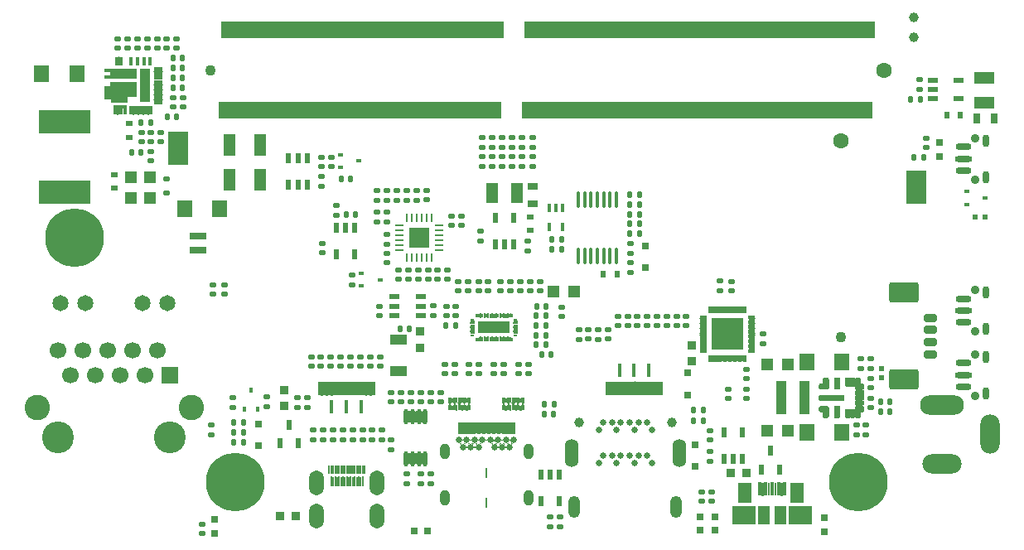
<source format=gbr>
G04 #@! TF.GenerationSoftware,KiCad,Pcbnew,7.0.1*
G04 #@! TF.CreationDate,2023-05-22T16:21:24+08:00*
G04 #@! TF.ProjectId,jetson-nano-baseboard,6a657473-6f6e-42d6-9e61-6e6f2d626173,1.6.1*
G04 #@! TF.SameCoordinates,Original*
G04 #@! TF.FileFunction,Soldermask,Top*
G04 #@! TF.FilePolarity,Negative*
%FSLAX46Y46*%
G04 Gerber Fmt 4.6, Leading zero omitted, Abs format (unit mm)*
G04 Created by KiCad (PCBNEW 7.0.1) date 2023-05-22 16:21:24*
%MOMM*%
%LPD*%
G01*
G04 APERTURE LIST*
G04 Aperture macros list*
%AMRoundRect*
0 Rectangle with rounded corners*
0 $1 Rounding radius*
0 $2 $3 $4 $5 $6 $7 $8 $9 X,Y pos of 4 corners*
0 Add a 4 corners polygon primitive as box body*
4,1,4,$2,$3,$4,$5,$6,$7,$8,$9,$2,$3,0*
0 Add four circle primitives for the rounded corners*
1,1,$1+$1,$2,$3*
1,1,$1+$1,$4,$5*
1,1,$1+$1,$6,$7*
1,1,$1+$1,$8,$9*
0 Add four rect primitives between the rounded corners*
20,1,$1+$1,$2,$3,$4,$5,0*
20,1,$1+$1,$4,$5,$6,$7,0*
20,1,$1+$1,$6,$7,$8,$9,0*
20,1,$1+$1,$8,$9,$2,$3,0*%
G04 Aperture macros list end*
%ADD10C,0.010000*%
%ADD11RoundRect,0.147500X-0.172500X0.147500X-0.172500X-0.147500X0.172500X-0.147500X0.172500X0.147500X0*%
%ADD12C,0.900000*%
%ADD13O,1.600000X0.750000*%
%ADD14O,1.800000X0.600000*%
%ADD15O,0.700000X1.300000*%
%ADD16R,0.960000X0.970000*%
%ADD17R,0.970000X0.960000*%
%ADD18C,6.000000*%
%ADD19R,1.800000X0.750000*%
%ADD20R,0.762000X0.762000*%
%ADD21RoundRect,0.147500X0.147500X0.172500X-0.147500X0.172500X-0.147500X-0.172500X0.147500X-0.172500X0*%
%ADD22RoundRect,0.147500X0.172500X-0.147500X0.172500X0.147500X-0.172500X0.147500X-0.172500X-0.147500X0*%
%ADD23R,1.700000X1.016000*%
%ADD24R,0.800000X0.800000*%
%ADD25R,0.300000X0.550000*%
%ADD26R,0.400000X0.550000*%
%ADD27R,0.550000X1.000000*%
%ADD28R,0.300000X1.450000*%
%ADD29O,0.450000X1.600000*%
%ADD30R,0.200000X0.450000*%
%ADD31R,0.200000X0.500000*%
%ADD32R,0.450000X0.200000*%
%ADD33R,0.500000X0.200000*%
%ADD34R,3.200000X1.200000*%
%ADD35O,0.350000X1.700000*%
%ADD36C,1.000000*%
%ADD37C,0.650000*%
%ADD38O,1.400000X2.850000*%
%ADD39O,1.200000X2.250000*%
%ADD40O,4.500000X2.000000*%
%ADD41O,1.990000X4.000000*%
%ADD42O,4.000000X2.000000*%
%ADD43R,0.200000X1.000000*%
%ADD44R,0.300000X1.200000*%
%ADD45O,1.000000X1.600000*%
%ADD46RoundRect,0.147500X-0.147500X-0.172500X0.147500X-0.172500X0.147500X0.172500X-0.147500X0.172500X0*%
%ADD47R,0.570000X0.620000*%
%ADD48R,0.400000X0.500000*%
%ADD49R,0.500000X0.400000*%
%ADD50R,1.200000X2.200000*%
%ADD51R,0.400000X0.900000*%
%ADD52R,1.200000X1.200000*%
%ADD53R,0.450000X1.380000*%
%ADD54R,2.370000X1.900000*%
%ADD55R,1.400000X2.100000*%
%ADD56R,1.175000X1.900000*%
%ADD57R,0.230000X0.850000*%
%ADD58R,0.230000X1.000000*%
%ADD59O,1.500000X2.550000*%
%ADD60R,0.240000X0.900000*%
%ADD61R,0.900000X0.240000*%
%ADD62R,2.100000X2.100000*%
%ADD63R,1.500000X1.800000*%
%ADD64R,1.000000X3.400000*%
%ADD65R,0.620000X0.570000*%
%ADD66R,0.750000X0.300000*%
%ADD67R,0.300000X0.750000*%
%ADD68R,3.200000X3.200000*%
%ADD69RoundRect,0.200000X-0.450000X0.200000X-0.450000X-0.200000X0.450000X-0.200000X0.450000X0.200000X0*%
%ADD70RoundRect,0.250001X-1.249999X0.799999X-1.249999X-0.799999X1.249999X-0.799999X1.249999X0.799999X0*%
%ADD71C,3.250000*%
%ADD72R,1.700000X1.700000*%
%ADD73C,1.700000*%
%ADD74C,1.650000*%
%ADD75C,2.600000*%
%ADD76R,0.762000X1.090000*%
%ADD77R,1.090000X0.762000*%
%ADD78R,0.800000X0.600000*%
%ADD79R,1.200000X2.000000*%
%ADD80R,0.600000X0.800000*%
%ADD81R,2.000000X1.200000*%
%ADD82R,1.000000X0.550000*%
%ADD83R,5.335000X2.413000*%
%ADD84R,0.350000X0.950000*%
%ADD85R,0.950000X0.350000*%
%ADD86R,2.700000X1.100000*%
%ADD87R,1.730000X2.100000*%
%ADD88R,2.700000X1.520000*%
%ADD89R,1.350000X0.300000*%
%ADD90R,1.100000X3.400000*%
%ADD91RoundRect,0.125000X-0.175000X0.125000X-0.175000X-0.125000X0.175000X-0.125000X0.175000X0.125000X0*%
%ADD92C,1.600000*%
%ADD93C,1.100000*%
%ADD94R,0.300000X1.750000*%
%ADD95R,2.000000X3.500000*%
%ADD96C,0.991000*%
G04 APERTURE END LIST*
D10*
X160243912Y-114558993D02*
X160883912Y-114558993D01*
X160888912Y-114557993D01*
X160892912Y-114557993D01*
X160897912Y-114557993D01*
X160902912Y-114557993D01*
X160906912Y-114558993D01*
X160911912Y-114558993D01*
X160915912Y-114559993D01*
X160920912Y-114561993D01*
X160924912Y-114562993D01*
X160929912Y-114564993D01*
X160933912Y-114565993D01*
X160937912Y-114567993D01*
X160941912Y-114570993D01*
X160945912Y-114572993D01*
X160949912Y-114575993D01*
X160952912Y-114578993D01*
X160956912Y-114581993D01*
X160959912Y-114584993D01*
X160962912Y-114588993D01*
X160965912Y-114591993D01*
X160968912Y-114595993D01*
X160970912Y-114599993D01*
X160973912Y-114603993D01*
X160975912Y-114607993D01*
X160977912Y-114611993D01*
X160979912Y-114615993D01*
X160980912Y-114620993D01*
X160981912Y-114624993D01*
X160982912Y-114629993D01*
X160983912Y-114633993D01*
X160983912Y-114873993D01*
X160982912Y-114877993D01*
X160981912Y-114882993D01*
X160980912Y-114886993D01*
X160979912Y-114891993D01*
X160977912Y-114895993D01*
X160975912Y-114899993D01*
X160973912Y-114903993D01*
X160970912Y-114907993D01*
X160968912Y-114911993D01*
X160965912Y-114915993D01*
X160962912Y-114918993D01*
X160959912Y-114922993D01*
X160956912Y-114925993D01*
X160952912Y-114928993D01*
X160949912Y-114931993D01*
X160945912Y-114934993D01*
X160941912Y-114936993D01*
X160937912Y-114939993D01*
X160933912Y-114941993D01*
X160929912Y-114942993D01*
X160924912Y-114944993D01*
X160920912Y-114945993D01*
X160915912Y-114947993D01*
X160911912Y-114948993D01*
X160906912Y-114948993D01*
X160902912Y-114949993D01*
X160897912Y-114949993D01*
X160892912Y-114949993D01*
X160888912Y-114949993D01*
X160883912Y-114948993D01*
X160243912Y-114948993D01*
X160238912Y-114949993D01*
X160234912Y-114949993D01*
X160229912Y-114949993D01*
X160224912Y-114949993D01*
X160220912Y-114948993D01*
X160215912Y-114948993D01*
X160211912Y-114947993D01*
X160206912Y-114945993D01*
X160202912Y-114944993D01*
X160197912Y-114942993D01*
X160193912Y-114941993D01*
X160189912Y-114939993D01*
X160185912Y-114936993D01*
X160181912Y-114934993D01*
X160177912Y-114931993D01*
X160174912Y-114928993D01*
X160170912Y-114925993D01*
X160167912Y-114922993D01*
X160164912Y-114918993D01*
X160161912Y-114915993D01*
X160158912Y-114911993D01*
X160156912Y-114907993D01*
X160153912Y-114903993D01*
X160151912Y-114899993D01*
X160149912Y-114895993D01*
X160147912Y-114891993D01*
X160146912Y-114886993D01*
X160145912Y-114882993D01*
X160144912Y-114877993D01*
X160143912Y-114873993D01*
X160143912Y-114633993D01*
X160144912Y-114629993D01*
X160145912Y-114624993D01*
X160146912Y-114620993D01*
X160147912Y-114615993D01*
X160149912Y-114611993D01*
X160151912Y-114607993D01*
X160153912Y-114603993D01*
X160156912Y-114599993D01*
X160158912Y-114595993D01*
X160161912Y-114591993D01*
X160164912Y-114588993D01*
X160167912Y-114584993D01*
X160170912Y-114581993D01*
X160174912Y-114578993D01*
X160177912Y-114575993D01*
X160181912Y-114572993D01*
X160185912Y-114570993D01*
X160189912Y-114567993D01*
X160193912Y-114565993D01*
X160197912Y-114564993D01*
X160202912Y-114562993D01*
X160206912Y-114561993D01*
X160211912Y-114559993D01*
X160215912Y-114558993D01*
X160220912Y-114558993D01*
X160224912Y-114557993D01*
X160229912Y-114557993D01*
X160234912Y-114557993D01*
X160238912Y-114557993D01*
X160243912Y-114558993D01*
G36*
X160243912Y-114558993D02*
G01*
X160883912Y-114558993D01*
X160888912Y-114557993D01*
X160892912Y-114557993D01*
X160897912Y-114557993D01*
X160902912Y-114557993D01*
X160906912Y-114558993D01*
X160911912Y-114558993D01*
X160915912Y-114559993D01*
X160920912Y-114561993D01*
X160924912Y-114562993D01*
X160929912Y-114564993D01*
X160933912Y-114565993D01*
X160937912Y-114567993D01*
X160941912Y-114570993D01*
X160945912Y-114572993D01*
X160949912Y-114575993D01*
X160952912Y-114578993D01*
X160956912Y-114581993D01*
X160959912Y-114584993D01*
X160962912Y-114588993D01*
X160965912Y-114591993D01*
X160968912Y-114595993D01*
X160970912Y-114599993D01*
X160973912Y-114603993D01*
X160975912Y-114607993D01*
X160977912Y-114611993D01*
X160979912Y-114615993D01*
X160980912Y-114620993D01*
X160981912Y-114624993D01*
X160982912Y-114629993D01*
X160983912Y-114633993D01*
X160983912Y-114873993D01*
X160982912Y-114877993D01*
X160981912Y-114882993D01*
X160980912Y-114886993D01*
X160979912Y-114891993D01*
X160977912Y-114895993D01*
X160975912Y-114899993D01*
X160973912Y-114903993D01*
X160970912Y-114907993D01*
X160968912Y-114911993D01*
X160965912Y-114915993D01*
X160962912Y-114918993D01*
X160959912Y-114922993D01*
X160956912Y-114925993D01*
X160952912Y-114928993D01*
X160949912Y-114931993D01*
X160945912Y-114934993D01*
X160941912Y-114936993D01*
X160937912Y-114939993D01*
X160933912Y-114941993D01*
X160929912Y-114942993D01*
X160924912Y-114944993D01*
X160920912Y-114945993D01*
X160915912Y-114947993D01*
X160911912Y-114948993D01*
X160906912Y-114948993D01*
X160902912Y-114949993D01*
X160897912Y-114949993D01*
X160892912Y-114949993D01*
X160888912Y-114949993D01*
X160883912Y-114948993D01*
X160243912Y-114948993D01*
X160238912Y-114949993D01*
X160234912Y-114949993D01*
X160229912Y-114949993D01*
X160224912Y-114949993D01*
X160220912Y-114948993D01*
X160215912Y-114948993D01*
X160211912Y-114947993D01*
X160206912Y-114945993D01*
X160202912Y-114944993D01*
X160197912Y-114942993D01*
X160193912Y-114941993D01*
X160189912Y-114939993D01*
X160185912Y-114936993D01*
X160181912Y-114934993D01*
X160177912Y-114931993D01*
X160174912Y-114928993D01*
X160170912Y-114925993D01*
X160167912Y-114922993D01*
X160164912Y-114918993D01*
X160161912Y-114915993D01*
X160158912Y-114911993D01*
X160156912Y-114907993D01*
X160153912Y-114903993D01*
X160151912Y-114899993D01*
X160149912Y-114895993D01*
X160147912Y-114891993D01*
X160146912Y-114886993D01*
X160145912Y-114882993D01*
X160144912Y-114877993D01*
X160143912Y-114873993D01*
X160143912Y-114633993D01*
X160144912Y-114629993D01*
X160145912Y-114624993D01*
X160146912Y-114620993D01*
X160147912Y-114615993D01*
X160149912Y-114611993D01*
X160151912Y-114607993D01*
X160153912Y-114603993D01*
X160156912Y-114599993D01*
X160158912Y-114595993D01*
X160161912Y-114591993D01*
X160164912Y-114588993D01*
X160167912Y-114584993D01*
X160170912Y-114581993D01*
X160174912Y-114578993D01*
X160177912Y-114575993D01*
X160181912Y-114572993D01*
X160185912Y-114570993D01*
X160189912Y-114567993D01*
X160193912Y-114565993D01*
X160197912Y-114564993D01*
X160202912Y-114562993D01*
X160206912Y-114561993D01*
X160211912Y-114559993D01*
X160215912Y-114558993D01*
X160220912Y-114558993D01*
X160224912Y-114557993D01*
X160229912Y-114557993D01*
X160234912Y-114557993D01*
X160238912Y-114557993D01*
X160243912Y-114558993D01*
G37*
X157231912Y-113259993D02*
X157240912Y-113260993D01*
X157248912Y-113262993D01*
X157257912Y-113264993D01*
X157266912Y-113266993D01*
X157274912Y-113269993D01*
X157282912Y-113273993D01*
X157290912Y-113277993D01*
X157298912Y-113281993D01*
X157306912Y-113285993D01*
X157313912Y-113290993D01*
X157320912Y-113296993D01*
X157327912Y-113302993D01*
X157333912Y-113308993D01*
X157339912Y-113314993D01*
X157345912Y-113321993D01*
X157351912Y-113328993D01*
X157356912Y-113335993D01*
X157360912Y-113343993D01*
X157364912Y-113351993D01*
X157368912Y-113359993D01*
X157372912Y-113367993D01*
X157375912Y-113375993D01*
X157377912Y-113384993D01*
X157379912Y-113393993D01*
X157381912Y-113401993D01*
X157382912Y-113410993D01*
X157383912Y-113419993D01*
X157383912Y-113428993D01*
X157383912Y-114228993D01*
X157383912Y-114237993D01*
X157382912Y-114246993D01*
X157381912Y-114255993D01*
X157379912Y-114263993D01*
X157377912Y-114272993D01*
X157375912Y-114281993D01*
X157372912Y-114289993D01*
X157368912Y-114297993D01*
X157364912Y-114305993D01*
X157360912Y-114313993D01*
X157356912Y-114321993D01*
X157351912Y-114328993D01*
X157345912Y-114335993D01*
X157339912Y-114342993D01*
X157333912Y-114348993D01*
X157327912Y-114354993D01*
X157320912Y-114360993D01*
X157313912Y-114366993D01*
X157306912Y-114371993D01*
X157298912Y-114375993D01*
X157290912Y-114379993D01*
X157282912Y-114383993D01*
X157274912Y-114387993D01*
X157266912Y-114390993D01*
X157257912Y-114392993D01*
X157248912Y-114394993D01*
X157240912Y-114396993D01*
X157231912Y-114397993D01*
X157222912Y-114398993D01*
X157213912Y-114398993D01*
X156613912Y-114398993D01*
X156604912Y-114398993D01*
X156595912Y-114397993D01*
X156586912Y-114396993D01*
X156578912Y-114394993D01*
X156569912Y-114392993D01*
X156560912Y-114390993D01*
X156552912Y-114387993D01*
X156544912Y-114383993D01*
X156536912Y-114379993D01*
X156528912Y-114375993D01*
X156520912Y-114371993D01*
X156513912Y-114366993D01*
X156506912Y-114360993D01*
X156499912Y-114354993D01*
X156493912Y-114348993D01*
X156487912Y-114342993D01*
X156481912Y-114335993D01*
X156475912Y-114328993D01*
X156470912Y-114321993D01*
X156466912Y-114313993D01*
X156462912Y-114305993D01*
X156458912Y-114297993D01*
X156454912Y-114289993D01*
X156451912Y-114281993D01*
X156449912Y-114272993D01*
X156447912Y-114263993D01*
X156445912Y-114255993D01*
X156444912Y-114246993D01*
X156443912Y-114237993D01*
X156443912Y-114228993D01*
X156443912Y-114028993D01*
X156443912Y-114019993D01*
X156444912Y-114010993D01*
X156445912Y-114001993D01*
X156447912Y-113993993D01*
X156449912Y-113984993D01*
X156451912Y-113975993D01*
X156454912Y-113967993D01*
X156458912Y-113959993D01*
X156462912Y-113951993D01*
X156466912Y-113943993D01*
X156470912Y-113935993D01*
X156475912Y-113928993D01*
X156481912Y-113921993D01*
X156487912Y-113914993D01*
X156493912Y-113908993D01*
X156499912Y-113902993D01*
X156506912Y-113896993D01*
X156513912Y-113890993D01*
X156520912Y-113885993D01*
X156528912Y-113881993D01*
X156536912Y-113877993D01*
X156544912Y-113873993D01*
X156552912Y-113869993D01*
X156560912Y-113866993D01*
X156569912Y-113864993D01*
X156578912Y-113862993D01*
X156586912Y-113860993D01*
X156595912Y-113859993D01*
X156604912Y-113858993D01*
X156613912Y-113858993D01*
X156813912Y-113858993D01*
X156815912Y-113858993D01*
X156816912Y-113858993D01*
X156818912Y-113858993D01*
X156819912Y-113857993D01*
X156821912Y-113857993D01*
X156822912Y-113857993D01*
X156824912Y-113856993D01*
X156825912Y-113855993D01*
X156827912Y-113855993D01*
X156828912Y-113854993D01*
X156829912Y-113853993D01*
X156831912Y-113852993D01*
X156832912Y-113851993D01*
X156833912Y-113850993D01*
X156834912Y-113849993D01*
X156835912Y-113848993D01*
X156836912Y-113847993D01*
X156837912Y-113846993D01*
X156838912Y-113844993D01*
X156839912Y-113843993D01*
X156840912Y-113842993D01*
X156840912Y-113840993D01*
X156841912Y-113839993D01*
X156842912Y-113837993D01*
X156842912Y-113836993D01*
X156842912Y-113834993D01*
X156843912Y-113833993D01*
X156843912Y-113831993D01*
X156843912Y-113830993D01*
X156843912Y-113828993D01*
X156843912Y-113428993D01*
X156843912Y-113419993D01*
X156844912Y-113410993D01*
X156845912Y-113401993D01*
X156847912Y-113393993D01*
X156849912Y-113384993D01*
X156851912Y-113375993D01*
X156854912Y-113367993D01*
X156858912Y-113359993D01*
X156862912Y-113351993D01*
X156866912Y-113343993D01*
X156870912Y-113335993D01*
X156875912Y-113328993D01*
X156881912Y-113321993D01*
X156887912Y-113314993D01*
X156893912Y-113308993D01*
X156899912Y-113302993D01*
X156906912Y-113296993D01*
X156913912Y-113290993D01*
X156920912Y-113285993D01*
X156928912Y-113281993D01*
X156936912Y-113277993D01*
X156944912Y-113273993D01*
X156952912Y-113269993D01*
X156960912Y-113266993D01*
X156969912Y-113264993D01*
X156978912Y-113262993D01*
X156986912Y-113260993D01*
X156995912Y-113259993D01*
X157004912Y-113258993D01*
X157013912Y-113258993D01*
X157213912Y-113258993D01*
X157222912Y-113258993D01*
X157231912Y-113259993D01*
G36*
X157231912Y-113259993D02*
G01*
X157240912Y-113260993D01*
X157248912Y-113262993D01*
X157257912Y-113264993D01*
X157266912Y-113266993D01*
X157274912Y-113269993D01*
X157282912Y-113273993D01*
X157290912Y-113277993D01*
X157298912Y-113281993D01*
X157306912Y-113285993D01*
X157313912Y-113290993D01*
X157320912Y-113296993D01*
X157327912Y-113302993D01*
X157333912Y-113308993D01*
X157339912Y-113314993D01*
X157345912Y-113321993D01*
X157351912Y-113328993D01*
X157356912Y-113335993D01*
X157360912Y-113343993D01*
X157364912Y-113351993D01*
X157368912Y-113359993D01*
X157372912Y-113367993D01*
X157375912Y-113375993D01*
X157377912Y-113384993D01*
X157379912Y-113393993D01*
X157381912Y-113401993D01*
X157382912Y-113410993D01*
X157383912Y-113419993D01*
X157383912Y-113428993D01*
X157383912Y-114228993D01*
X157383912Y-114237993D01*
X157382912Y-114246993D01*
X157381912Y-114255993D01*
X157379912Y-114263993D01*
X157377912Y-114272993D01*
X157375912Y-114281993D01*
X157372912Y-114289993D01*
X157368912Y-114297993D01*
X157364912Y-114305993D01*
X157360912Y-114313993D01*
X157356912Y-114321993D01*
X157351912Y-114328993D01*
X157345912Y-114335993D01*
X157339912Y-114342993D01*
X157333912Y-114348993D01*
X157327912Y-114354993D01*
X157320912Y-114360993D01*
X157313912Y-114366993D01*
X157306912Y-114371993D01*
X157298912Y-114375993D01*
X157290912Y-114379993D01*
X157282912Y-114383993D01*
X157274912Y-114387993D01*
X157266912Y-114390993D01*
X157257912Y-114392993D01*
X157248912Y-114394993D01*
X157240912Y-114396993D01*
X157231912Y-114397993D01*
X157222912Y-114398993D01*
X157213912Y-114398993D01*
X156613912Y-114398993D01*
X156604912Y-114398993D01*
X156595912Y-114397993D01*
X156586912Y-114396993D01*
X156578912Y-114394993D01*
X156569912Y-114392993D01*
X156560912Y-114390993D01*
X156552912Y-114387993D01*
X156544912Y-114383993D01*
X156536912Y-114379993D01*
X156528912Y-114375993D01*
X156520912Y-114371993D01*
X156513912Y-114366993D01*
X156506912Y-114360993D01*
X156499912Y-114354993D01*
X156493912Y-114348993D01*
X156487912Y-114342993D01*
X156481912Y-114335993D01*
X156475912Y-114328993D01*
X156470912Y-114321993D01*
X156466912Y-114313993D01*
X156462912Y-114305993D01*
X156458912Y-114297993D01*
X156454912Y-114289993D01*
X156451912Y-114281993D01*
X156449912Y-114272993D01*
X156447912Y-114263993D01*
X156445912Y-114255993D01*
X156444912Y-114246993D01*
X156443912Y-114237993D01*
X156443912Y-114228993D01*
X156443912Y-114028993D01*
X156443912Y-114019993D01*
X156444912Y-114010993D01*
X156445912Y-114001993D01*
X156447912Y-113993993D01*
X156449912Y-113984993D01*
X156451912Y-113975993D01*
X156454912Y-113967993D01*
X156458912Y-113959993D01*
X156462912Y-113951993D01*
X156466912Y-113943993D01*
X156470912Y-113935993D01*
X156475912Y-113928993D01*
X156481912Y-113921993D01*
X156487912Y-113914993D01*
X156493912Y-113908993D01*
X156499912Y-113902993D01*
X156506912Y-113896993D01*
X156513912Y-113890993D01*
X156520912Y-113885993D01*
X156528912Y-113881993D01*
X156536912Y-113877993D01*
X156544912Y-113873993D01*
X156552912Y-113869993D01*
X156560912Y-113866993D01*
X156569912Y-113864993D01*
X156578912Y-113862993D01*
X156586912Y-113860993D01*
X156595912Y-113859993D01*
X156604912Y-113858993D01*
X156613912Y-113858993D01*
X156813912Y-113858993D01*
X156815912Y-113858993D01*
X156816912Y-113858993D01*
X156818912Y-113858993D01*
X156819912Y-113857993D01*
X156821912Y-113857993D01*
X156822912Y-113857993D01*
X156824912Y-113856993D01*
X156825912Y-113855993D01*
X156827912Y-113855993D01*
X156828912Y-113854993D01*
X156829912Y-113853993D01*
X156831912Y-113852993D01*
X156832912Y-113851993D01*
X156833912Y-113850993D01*
X156834912Y-113849993D01*
X156835912Y-113848993D01*
X156836912Y-113847993D01*
X156837912Y-113846993D01*
X156838912Y-113844993D01*
X156839912Y-113843993D01*
X156840912Y-113842993D01*
X156840912Y-113840993D01*
X156841912Y-113839993D01*
X156842912Y-113837993D01*
X156842912Y-113836993D01*
X156842912Y-113834993D01*
X156843912Y-113833993D01*
X156843912Y-113831993D01*
X156843912Y-113830993D01*
X156843912Y-113828993D01*
X156843912Y-113428993D01*
X156843912Y-113419993D01*
X156844912Y-113410993D01*
X156845912Y-113401993D01*
X156847912Y-113393993D01*
X156849912Y-113384993D01*
X156851912Y-113375993D01*
X156854912Y-113367993D01*
X156858912Y-113359993D01*
X156862912Y-113351993D01*
X156866912Y-113343993D01*
X156870912Y-113335993D01*
X156875912Y-113328993D01*
X156881912Y-113321993D01*
X156887912Y-113314993D01*
X156893912Y-113308993D01*
X156899912Y-113302993D01*
X156906912Y-113296993D01*
X156913912Y-113290993D01*
X156920912Y-113285993D01*
X156928912Y-113281993D01*
X156936912Y-113277993D01*
X156944912Y-113273993D01*
X156952912Y-113269993D01*
X156960912Y-113266993D01*
X156969912Y-113264993D01*
X156978912Y-113262993D01*
X156986912Y-113260993D01*
X156995912Y-113259993D01*
X157004912Y-113258993D01*
X157013912Y-113258993D01*
X157213912Y-113258993D01*
X157222912Y-113258993D01*
X157231912Y-113259993D01*
G37*
X160831912Y-116159993D02*
X160840912Y-116160993D01*
X160848912Y-116162993D01*
X160857912Y-116164993D01*
X160866912Y-116166993D01*
X160874912Y-116169993D01*
X160882912Y-116173993D01*
X160890912Y-116177993D01*
X160898912Y-116181993D01*
X160906912Y-116185993D01*
X160913912Y-116190993D01*
X160920912Y-116196993D01*
X160927912Y-116202993D01*
X160933912Y-116208993D01*
X160939912Y-116214993D01*
X160945912Y-116221993D01*
X160951912Y-116228993D01*
X160956912Y-116235993D01*
X160960912Y-116243993D01*
X160964912Y-116251993D01*
X160968912Y-116259993D01*
X160972912Y-116267993D01*
X160975912Y-116275993D01*
X160977912Y-116284993D01*
X160979912Y-116293993D01*
X160981912Y-116301993D01*
X160982912Y-116310993D01*
X160983912Y-116319993D01*
X160983912Y-116328993D01*
X160983912Y-116528993D01*
X160983912Y-116537993D01*
X160982912Y-116546993D01*
X160981912Y-116555993D01*
X160979912Y-116563993D01*
X160977912Y-116572993D01*
X160975912Y-116581993D01*
X160972912Y-116589993D01*
X160968912Y-116597993D01*
X160964912Y-116605993D01*
X160960912Y-116613993D01*
X160956912Y-116621993D01*
X160951912Y-116628993D01*
X160945912Y-116635993D01*
X160939912Y-116642993D01*
X160933912Y-116648993D01*
X160927912Y-116654993D01*
X160920912Y-116660993D01*
X160913912Y-116666993D01*
X160906912Y-116671993D01*
X160898912Y-116675993D01*
X160890912Y-116679993D01*
X160882912Y-116683993D01*
X160874912Y-116687993D01*
X160866912Y-116690993D01*
X160857912Y-116692993D01*
X160848912Y-116694993D01*
X160840912Y-116696993D01*
X160831912Y-116697993D01*
X160822912Y-116698993D01*
X160813912Y-116698993D01*
X160663912Y-116698993D01*
X160661912Y-116698993D01*
X160660912Y-116698993D01*
X160658912Y-116698993D01*
X160657912Y-116699993D01*
X160655912Y-116699993D01*
X160654912Y-116699993D01*
X160652912Y-116700993D01*
X160651912Y-116701993D01*
X160649912Y-116701993D01*
X160648912Y-116702993D01*
X160647912Y-116703993D01*
X160645912Y-116704993D01*
X160644912Y-116705993D01*
X160643912Y-116706993D01*
X160642912Y-116707993D01*
X160641912Y-116708993D01*
X160640912Y-116709993D01*
X160639912Y-116710993D01*
X160638912Y-116712993D01*
X160637912Y-116713993D01*
X160636912Y-116714993D01*
X160636912Y-116716993D01*
X160635912Y-116717993D01*
X160634912Y-116719993D01*
X160634912Y-116720993D01*
X160634912Y-116722993D01*
X160633912Y-116723993D01*
X160633912Y-116725993D01*
X160633912Y-116726993D01*
X160633912Y-116728993D01*
X160633912Y-117128993D01*
X160633912Y-117137993D01*
X160632912Y-117146993D01*
X160631912Y-117155993D01*
X160629912Y-117163993D01*
X160627912Y-117172993D01*
X160625912Y-117181993D01*
X160622912Y-117189993D01*
X160618912Y-117197993D01*
X160614912Y-117205993D01*
X160610912Y-117213993D01*
X160606912Y-117221993D01*
X160601912Y-117228993D01*
X160595912Y-117235993D01*
X160589912Y-117242993D01*
X160583912Y-117248993D01*
X160577912Y-117254993D01*
X160570912Y-117260993D01*
X160563912Y-117266993D01*
X160556912Y-117271993D01*
X160548912Y-117275993D01*
X160540912Y-117279993D01*
X160532912Y-117283993D01*
X160524912Y-117287993D01*
X160516912Y-117290993D01*
X160507912Y-117292993D01*
X160498912Y-117294993D01*
X160490912Y-117296993D01*
X160481912Y-117297993D01*
X160472912Y-117298993D01*
X160463912Y-117298993D01*
X160313912Y-117298993D01*
X160304912Y-117298993D01*
X160295912Y-117297993D01*
X160286912Y-117296993D01*
X160278912Y-117294993D01*
X160269912Y-117292993D01*
X160260912Y-117290993D01*
X160252912Y-117287993D01*
X160244912Y-117283993D01*
X160236912Y-117279993D01*
X160228912Y-117275993D01*
X160220912Y-117271993D01*
X160213912Y-117266993D01*
X160206912Y-117260993D01*
X160199912Y-117254993D01*
X160193912Y-117248993D01*
X160187912Y-117242993D01*
X160181912Y-117235993D01*
X160175912Y-117228993D01*
X160170912Y-117221993D01*
X160166912Y-117213993D01*
X160162912Y-117205993D01*
X160158912Y-117197993D01*
X160154912Y-117189993D01*
X160151912Y-117181993D01*
X160149912Y-117172993D01*
X160147912Y-117163993D01*
X160145912Y-117155993D01*
X160144912Y-117146993D01*
X160143912Y-117137993D01*
X160143912Y-117128993D01*
X160143912Y-116328993D01*
X160143912Y-116319993D01*
X160144912Y-116310993D01*
X160145912Y-116301993D01*
X160147912Y-116293993D01*
X160149912Y-116284993D01*
X160151912Y-116275993D01*
X160154912Y-116267993D01*
X160158912Y-116259993D01*
X160162912Y-116251993D01*
X160166912Y-116243993D01*
X160170912Y-116235993D01*
X160175912Y-116228993D01*
X160181912Y-116221993D01*
X160187912Y-116214993D01*
X160193912Y-116208993D01*
X160199912Y-116202993D01*
X160206912Y-116196993D01*
X160213912Y-116190993D01*
X160220912Y-116185993D01*
X160228912Y-116181993D01*
X160236912Y-116177993D01*
X160244912Y-116173993D01*
X160252912Y-116169993D01*
X160260912Y-116166993D01*
X160269912Y-116164993D01*
X160278912Y-116162993D01*
X160286912Y-116160993D01*
X160295912Y-116159993D01*
X160304912Y-116158993D01*
X160313912Y-116158993D01*
X160813912Y-116158993D01*
X160822912Y-116158993D01*
X160831912Y-116159993D01*
G36*
X160831912Y-116159993D02*
G01*
X160840912Y-116160993D01*
X160848912Y-116162993D01*
X160857912Y-116164993D01*
X160866912Y-116166993D01*
X160874912Y-116169993D01*
X160882912Y-116173993D01*
X160890912Y-116177993D01*
X160898912Y-116181993D01*
X160906912Y-116185993D01*
X160913912Y-116190993D01*
X160920912Y-116196993D01*
X160927912Y-116202993D01*
X160933912Y-116208993D01*
X160939912Y-116214993D01*
X160945912Y-116221993D01*
X160951912Y-116228993D01*
X160956912Y-116235993D01*
X160960912Y-116243993D01*
X160964912Y-116251993D01*
X160968912Y-116259993D01*
X160972912Y-116267993D01*
X160975912Y-116275993D01*
X160977912Y-116284993D01*
X160979912Y-116293993D01*
X160981912Y-116301993D01*
X160982912Y-116310993D01*
X160983912Y-116319993D01*
X160983912Y-116328993D01*
X160983912Y-116528993D01*
X160983912Y-116537993D01*
X160982912Y-116546993D01*
X160981912Y-116555993D01*
X160979912Y-116563993D01*
X160977912Y-116572993D01*
X160975912Y-116581993D01*
X160972912Y-116589993D01*
X160968912Y-116597993D01*
X160964912Y-116605993D01*
X160960912Y-116613993D01*
X160956912Y-116621993D01*
X160951912Y-116628993D01*
X160945912Y-116635993D01*
X160939912Y-116642993D01*
X160933912Y-116648993D01*
X160927912Y-116654993D01*
X160920912Y-116660993D01*
X160913912Y-116666993D01*
X160906912Y-116671993D01*
X160898912Y-116675993D01*
X160890912Y-116679993D01*
X160882912Y-116683993D01*
X160874912Y-116687993D01*
X160866912Y-116690993D01*
X160857912Y-116692993D01*
X160848912Y-116694993D01*
X160840912Y-116696993D01*
X160831912Y-116697993D01*
X160822912Y-116698993D01*
X160813912Y-116698993D01*
X160663912Y-116698993D01*
X160661912Y-116698993D01*
X160660912Y-116698993D01*
X160658912Y-116698993D01*
X160657912Y-116699993D01*
X160655912Y-116699993D01*
X160654912Y-116699993D01*
X160652912Y-116700993D01*
X160651912Y-116701993D01*
X160649912Y-116701993D01*
X160648912Y-116702993D01*
X160647912Y-116703993D01*
X160645912Y-116704993D01*
X160644912Y-116705993D01*
X160643912Y-116706993D01*
X160642912Y-116707993D01*
X160641912Y-116708993D01*
X160640912Y-116709993D01*
X160639912Y-116710993D01*
X160638912Y-116712993D01*
X160637912Y-116713993D01*
X160636912Y-116714993D01*
X160636912Y-116716993D01*
X160635912Y-116717993D01*
X160634912Y-116719993D01*
X160634912Y-116720993D01*
X160634912Y-116722993D01*
X160633912Y-116723993D01*
X160633912Y-116725993D01*
X160633912Y-116726993D01*
X160633912Y-116728993D01*
X160633912Y-117128993D01*
X160633912Y-117137993D01*
X160632912Y-117146993D01*
X160631912Y-117155993D01*
X160629912Y-117163993D01*
X160627912Y-117172993D01*
X160625912Y-117181993D01*
X160622912Y-117189993D01*
X160618912Y-117197993D01*
X160614912Y-117205993D01*
X160610912Y-117213993D01*
X160606912Y-117221993D01*
X160601912Y-117228993D01*
X160595912Y-117235993D01*
X160589912Y-117242993D01*
X160583912Y-117248993D01*
X160577912Y-117254993D01*
X160570912Y-117260993D01*
X160563912Y-117266993D01*
X160556912Y-117271993D01*
X160548912Y-117275993D01*
X160540912Y-117279993D01*
X160532912Y-117283993D01*
X160524912Y-117287993D01*
X160516912Y-117290993D01*
X160507912Y-117292993D01*
X160498912Y-117294993D01*
X160490912Y-117296993D01*
X160481912Y-117297993D01*
X160472912Y-117298993D01*
X160463912Y-117298993D01*
X160313912Y-117298993D01*
X160304912Y-117298993D01*
X160295912Y-117297993D01*
X160286912Y-117296993D01*
X160278912Y-117294993D01*
X160269912Y-117292993D01*
X160260912Y-117290993D01*
X160252912Y-117287993D01*
X160244912Y-117283993D01*
X160236912Y-117279993D01*
X160228912Y-117275993D01*
X160220912Y-117271993D01*
X160213912Y-117266993D01*
X160206912Y-117260993D01*
X160199912Y-117254993D01*
X160193912Y-117248993D01*
X160187912Y-117242993D01*
X160181912Y-117235993D01*
X160175912Y-117228993D01*
X160170912Y-117221993D01*
X160166912Y-117213993D01*
X160162912Y-117205993D01*
X160158912Y-117197993D01*
X160154912Y-117189993D01*
X160151912Y-117181993D01*
X160149912Y-117172993D01*
X160147912Y-117163993D01*
X160145912Y-117155993D01*
X160144912Y-117146993D01*
X160143912Y-117137993D01*
X160143912Y-117128993D01*
X160143912Y-116328993D01*
X160143912Y-116319993D01*
X160144912Y-116310993D01*
X160145912Y-116301993D01*
X160147912Y-116293993D01*
X160149912Y-116284993D01*
X160151912Y-116275993D01*
X160154912Y-116267993D01*
X160158912Y-116259993D01*
X160162912Y-116251993D01*
X160166912Y-116243993D01*
X160170912Y-116235993D01*
X160175912Y-116228993D01*
X160181912Y-116221993D01*
X160187912Y-116214993D01*
X160193912Y-116208993D01*
X160199912Y-116202993D01*
X160206912Y-116196993D01*
X160213912Y-116190993D01*
X160220912Y-116185993D01*
X160228912Y-116181993D01*
X160236912Y-116177993D01*
X160244912Y-116173993D01*
X160252912Y-116169993D01*
X160260912Y-116166993D01*
X160269912Y-116164993D01*
X160278912Y-116162993D01*
X160286912Y-116160993D01*
X160295912Y-116159993D01*
X160304912Y-116158993D01*
X160313912Y-116158993D01*
X160813912Y-116158993D01*
X160822912Y-116158993D01*
X160831912Y-116159993D01*
G37*
X159962912Y-113259993D02*
X159967912Y-113260993D01*
X159971912Y-113261993D01*
X159976912Y-113262993D01*
X159980912Y-113264993D01*
X159984912Y-113266993D01*
X159988912Y-113268993D01*
X159992912Y-113271993D01*
X159996912Y-113273993D01*
X160000912Y-113276993D01*
X160003912Y-113279993D01*
X160007912Y-113282993D01*
X160010912Y-113285993D01*
X160013912Y-113289993D01*
X160016912Y-113292993D01*
X160019912Y-113296993D01*
X160021912Y-113300993D01*
X160024912Y-113304993D01*
X160026912Y-113308993D01*
X160027912Y-113312993D01*
X160029912Y-113317993D01*
X160030912Y-113321993D01*
X160032912Y-113326993D01*
X160033912Y-113330993D01*
X160033912Y-113335993D01*
X160034912Y-113339993D01*
X160034912Y-113344993D01*
X160034912Y-113349993D01*
X160034912Y-113353993D01*
X160033912Y-113358993D01*
X160033912Y-113998993D01*
X160034912Y-114003993D01*
X160034912Y-114007993D01*
X160034912Y-114012993D01*
X160034912Y-114017993D01*
X160033912Y-114021993D01*
X160033912Y-114026993D01*
X160032912Y-114030993D01*
X160030912Y-114035993D01*
X160029912Y-114039993D01*
X160027912Y-114044993D01*
X160026912Y-114048993D01*
X160024912Y-114052993D01*
X160021912Y-114056993D01*
X160019912Y-114060993D01*
X160016912Y-114064993D01*
X160013912Y-114067993D01*
X160010912Y-114071993D01*
X160007912Y-114074993D01*
X160003912Y-114077993D01*
X160000912Y-114080993D01*
X159996912Y-114083993D01*
X159992912Y-114085993D01*
X159988912Y-114088993D01*
X159984912Y-114090993D01*
X159980912Y-114092993D01*
X159976912Y-114094993D01*
X159971912Y-114095993D01*
X159967912Y-114096993D01*
X159962912Y-114097993D01*
X159958912Y-114098993D01*
X159718912Y-114098993D01*
X159714912Y-114097993D01*
X159709912Y-114096993D01*
X159705912Y-114095993D01*
X159700912Y-114094993D01*
X159696912Y-114092993D01*
X159692912Y-114090993D01*
X159688912Y-114088993D01*
X159684912Y-114085993D01*
X159680912Y-114083993D01*
X159676912Y-114080993D01*
X159673912Y-114077993D01*
X159669912Y-114074993D01*
X159666912Y-114071993D01*
X159663912Y-114067993D01*
X159660912Y-114064993D01*
X159657912Y-114060993D01*
X159655912Y-114056993D01*
X159652912Y-114052993D01*
X159650912Y-114048993D01*
X159649912Y-114044993D01*
X159647912Y-114039993D01*
X159646912Y-114035993D01*
X159644912Y-114030993D01*
X159643912Y-114026993D01*
X159643912Y-114021993D01*
X159642912Y-114017993D01*
X159642912Y-114012993D01*
X159642912Y-114007993D01*
X159642912Y-114003993D01*
X159643912Y-113998993D01*
X159643912Y-113358993D01*
X159642912Y-113353993D01*
X159642912Y-113349993D01*
X159642912Y-113344993D01*
X159642912Y-113339993D01*
X159643912Y-113335993D01*
X159643912Y-113330993D01*
X159644912Y-113326993D01*
X159646912Y-113321993D01*
X159647912Y-113317993D01*
X159649912Y-113312993D01*
X159650912Y-113308993D01*
X159652912Y-113304993D01*
X159655912Y-113300993D01*
X159657912Y-113296993D01*
X159660912Y-113292993D01*
X159663912Y-113289993D01*
X159666912Y-113285993D01*
X159669912Y-113282993D01*
X159673912Y-113279993D01*
X159676912Y-113276993D01*
X159680912Y-113273993D01*
X159684912Y-113271993D01*
X159688912Y-113268993D01*
X159692912Y-113266993D01*
X159696912Y-113264993D01*
X159700912Y-113262993D01*
X159705912Y-113261993D01*
X159709912Y-113260993D01*
X159714912Y-113259993D01*
X159718912Y-113258993D01*
X159958912Y-113258993D01*
X159962912Y-113259993D01*
G36*
X159962912Y-113259993D02*
G01*
X159967912Y-113260993D01*
X159971912Y-113261993D01*
X159976912Y-113262993D01*
X159980912Y-113264993D01*
X159984912Y-113266993D01*
X159988912Y-113268993D01*
X159992912Y-113271993D01*
X159996912Y-113273993D01*
X160000912Y-113276993D01*
X160003912Y-113279993D01*
X160007912Y-113282993D01*
X160010912Y-113285993D01*
X160013912Y-113289993D01*
X160016912Y-113292993D01*
X160019912Y-113296993D01*
X160021912Y-113300993D01*
X160024912Y-113304993D01*
X160026912Y-113308993D01*
X160027912Y-113312993D01*
X160029912Y-113317993D01*
X160030912Y-113321993D01*
X160032912Y-113326993D01*
X160033912Y-113330993D01*
X160033912Y-113335993D01*
X160034912Y-113339993D01*
X160034912Y-113344993D01*
X160034912Y-113349993D01*
X160034912Y-113353993D01*
X160033912Y-113358993D01*
X160033912Y-113998993D01*
X160034912Y-114003993D01*
X160034912Y-114007993D01*
X160034912Y-114012993D01*
X160034912Y-114017993D01*
X160033912Y-114021993D01*
X160033912Y-114026993D01*
X160032912Y-114030993D01*
X160030912Y-114035993D01*
X160029912Y-114039993D01*
X160027912Y-114044993D01*
X160026912Y-114048993D01*
X160024912Y-114052993D01*
X160021912Y-114056993D01*
X160019912Y-114060993D01*
X160016912Y-114064993D01*
X160013912Y-114067993D01*
X160010912Y-114071993D01*
X160007912Y-114074993D01*
X160003912Y-114077993D01*
X160000912Y-114080993D01*
X159996912Y-114083993D01*
X159992912Y-114085993D01*
X159988912Y-114088993D01*
X159984912Y-114090993D01*
X159980912Y-114092993D01*
X159976912Y-114094993D01*
X159971912Y-114095993D01*
X159967912Y-114096993D01*
X159962912Y-114097993D01*
X159958912Y-114098993D01*
X159718912Y-114098993D01*
X159714912Y-114097993D01*
X159709912Y-114096993D01*
X159705912Y-114095993D01*
X159700912Y-114094993D01*
X159696912Y-114092993D01*
X159692912Y-114090993D01*
X159688912Y-114088993D01*
X159684912Y-114085993D01*
X159680912Y-114083993D01*
X159676912Y-114080993D01*
X159673912Y-114077993D01*
X159669912Y-114074993D01*
X159666912Y-114071993D01*
X159663912Y-114067993D01*
X159660912Y-114064993D01*
X159657912Y-114060993D01*
X159655912Y-114056993D01*
X159652912Y-114052993D01*
X159650912Y-114048993D01*
X159649912Y-114044993D01*
X159647912Y-114039993D01*
X159646912Y-114035993D01*
X159644912Y-114030993D01*
X159643912Y-114026993D01*
X159643912Y-114021993D01*
X159642912Y-114017993D01*
X159642912Y-114012993D01*
X159642912Y-114007993D01*
X159642912Y-114003993D01*
X159643912Y-113998993D01*
X159643912Y-113358993D01*
X159642912Y-113353993D01*
X159642912Y-113349993D01*
X159642912Y-113344993D01*
X159642912Y-113339993D01*
X159643912Y-113335993D01*
X159643912Y-113330993D01*
X159644912Y-113326993D01*
X159646912Y-113321993D01*
X159647912Y-113317993D01*
X159649912Y-113312993D01*
X159650912Y-113308993D01*
X159652912Y-113304993D01*
X159655912Y-113300993D01*
X159657912Y-113296993D01*
X159660912Y-113292993D01*
X159663912Y-113289993D01*
X159666912Y-113285993D01*
X159669912Y-113282993D01*
X159673912Y-113279993D01*
X159676912Y-113276993D01*
X159680912Y-113273993D01*
X159684912Y-113271993D01*
X159688912Y-113268993D01*
X159692912Y-113266993D01*
X159696912Y-113264993D01*
X159700912Y-113262993D01*
X159705912Y-113261993D01*
X159709912Y-113260993D01*
X159714912Y-113259993D01*
X159718912Y-113258993D01*
X159958912Y-113258993D01*
X159962912Y-113259993D01*
G37*
X159462912Y-116459993D02*
X159467912Y-116460993D01*
X159471912Y-116461993D01*
X159476912Y-116462993D01*
X159480912Y-116464993D01*
X159484912Y-116466993D01*
X159488912Y-116468993D01*
X159492912Y-116471993D01*
X159496912Y-116473993D01*
X159500912Y-116476993D01*
X159503912Y-116479993D01*
X159507912Y-116482993D01*
X159510912Y-116485993D01*
X159513912Y-116489993D01*
X159516912Y-116492993D01*
X159519912Y-116496993D01*
X159521912Y-116500993D01*
X159524912Y-116504993D01*
X159526912Y-116508993D01*
X159527912Y-116512993D01*
X159529912Y-116517993D01*
X159530912Y-116521993D01*
X159532912Y-116526993D01*
X159533912Y-116530993D01*
X159533912Y-116535993D01*
X159534912Y-116539993D01*
X159534912Y-116544993D01*
X159534912Y-116549993D01*
X159534912Y-116553993D01*
X159533912Y-116558993D01*
X159533912Y-117198993D01*
X159534912Y-117203993D01*
X159534912Y-117207993D01*
X159534912Y-117212993D01*
X159534912Y-117217993D01*
X159533912Y-117221993D01*
X159533912Y-117226993D01*
X159532912Y-117230993D01*
X159530912Y-117235993D01*
X159529912Y-117239993D01*
X159527912Y-117244993D01*
X159526912Y-117248993D01*
X159524912Y-117252993D01*
X159521912Y-117256993D01*
X159519912Y-117260993D01*
X159516912Y-117264993D01*
X159513912Y-117267993D01*
X159510912Y-117271993D01*
X159507912Y-117274993D01*
X159503912Y-117277993D01*
X159500912Y-117280993D01*
X159496912Y-117283993D01*
X159492912Y-117285993D01*
X159488912Y-117288993D01*
X159484912Y-117290993D01*
X159480912Y-117292993D01*
X159476912Y-117294993D01*
X159471912Y-117295993D01*
X159467912Y-117296993D01*
X159462912Y-117297993D01*
X159458912Y-117298993D01*
X159218912Y-117298993D01*
X159214912Y-117297993D01*
X159209912Y-117296993D01*
X159205912Y-117295993D01*
X159200912Y-117294993D01*
X159196912Y-117292993D01*
X159192912Y-117290993D01*
X159188912Y-117288993D01*
X159184912Y-117285993D01*
X159180912Y-117283993D01*
X159176912Y-117280993D01*
X159173912Y-117277993D01*
X159169912Y-117274993D01*
X159166912Y-117271993D01*
X159163912Y-117267993D01*
X159160912Y-117264993D01*
X159157912Y-117260993D01*
X159155912Y-117256993D01*
X159152912Y-117252993D01*
X159150912Y-117248993D01*
X159149912Y-117244993D01*
X159147912Y-117239993D01*
X159146912Y-117235993D01*
X159144912Y-117230993D01*
X159143912Y-117226993D01*
X159143912Y-117221993D01*
X159142912Y-117217993D01*
X159142912Y-117212993D01*
X159142912Y-117207993D01*
X159142912Y-117203993D01*
X159143912Y-117198993D01*
X159143912Y-116558993D01*
X159142912Y-116553993D01*
X159142912Y-116549993D01*
X159142912Y-116544993D01*
X159142912Y-116539993D01*
X159143912Y-116535993D01*
X159143912Y-116530993D01*
X159144912Y-116526993D01*
X159146912Y-116521993D01*
X159147912Y-116517993D01*
X159149912Y-116512993D01*
X159150912Y-116508993D01*
X159152912Y-116504993D01*
X159155912Y-116500993D01*
X159157912Y-116496993D01*
X159160912Y-116492993D01*
X159163912Y-116489993D01*
X159166912Y-116485993D01*
X159169912Y-116482993D01*
X159173912Y-116479993D01*
X159176912Y-116476993D01*
X159180912Y-116473993D01*
X159184912Y-116471993D01*
X159188912Y-116468993D01*
X159192912Y-116466993D01*
X159196912Y-116464993D01*
X159200912Y-116462993D01*
X159205912Y-116461993D01*
X159209912Y-116460993D01*
X159214912Y-116459993D01*
X159218912Y-116458993D01*
X159458912Y-116458993D01*
X159462912Y-116459993D01*
G36*
X159462912Y-116459993D02*
G01*
X159467912Y-116460993D01*
X159471912Y-116461993D01*
X159476912Y-116462993D01*
X159480912Y-116464993D01*
X159484912Y-116466993D01*
X159488912Y-116468993D01*
X159492912Y-116471993D01*
X159496912Y-116473993D01*
X159500912Y-116476993D01*
X159503912Y-116479993D01*
X159507912Y-116482993D01*
X159510912Y-116485993D01*
X159513912Y-116489993D01*
X159516912Y-116492993D01*
X159519912Y-116496993D01*
X159521912Y-116500993D01*
X159524912Y-116504993D01*
X159526912Y-116508993D01*
X159527912Y-116512993D01*
X159529912Y-116517993D01*
X159530912Y-116521993D01*
X159532912Y-116526993D01*
X159533912Y-116530993D01*
X159533912Y-116535993D01*
X159534912Y-116539993D01*
X159534912Y-116544993D01*
X159534912Y-116549993D01*
X159534912Y-116553993D01*
X159533912Y-116558993D01*
X159533912Y-117198993D01*
X159534912Y-117203993D01*
X159534912Y-117207993D01*
X159534912Y-117212993D01*
X159534912Y-117217993D01*
X159533912Y-117221993D01*
X159533912Y-117226993D01*
X159532912Y-117230993D01*
X159530912Y-117235993D01*
X159529912Y-117239993D01*
X159527912Y-117244993D01*
X159526912Y-117248993D01*
X159524912Y-117252993D01*
X159521912Y-117256993D01*
X159519912Y-117260993D01*
X159516912Y-117264993D01*
X159513912Y-117267993D01*
X159510912Y-117271993D01*
X159507912Y-117274993D01*
X159503912Y-117277993D01*
X159500912Y-117280993D01*
X159496912Y-117283993D01*
X159492912Y-117285993D01*
X159488912Y-117288993D01*
X159484912Y-117290993D01*
X159480912Y-117292993D01*
X159476912Y-117294993D01*
X159471912Y-117295993D01*
X159467912Y-117296993D01*
X159462912Y-117297993D01*
X159458912Y-117298993D01*
X159218912Y-117298993D01*
X159214912Y-117297993D01*
X159209912Y-117296993D01*
X159205912Y-117295993D01*
X159200912Y-117294993D01*
X159196912Y-117292993D01*
X159192912Y-117290993D01*
X159188912Y-117288993D01*
X159184912Y-117285993D01*
X159180912Y-117283993D01*
X159176912Y-117280993D01*
X159173912Y-117277993D01*
X159169912Y-117274993D01*
X159166912Y-117271993D01*
X159163912Y-117267993D01*
X159160912Y-117264993D01*
X159157912Y-117260993D01*
X159155912Y-117256993D01*
X159152912Y-117252993D01*
X159150912Y-117248993D01*
X159149912Y-117244993D01*
X159147912Y-117239993D01*
X159146912Y-117235993D01*
X159144912Y-117230993D01*
X159143912Y-117226993D01*
X159143912Y-117221993D01*
X159142912Y-117217993D01*
X159142912Y-117212993D01*
X159142912Y-117207993D01*
X159142912Y-117203993D01*
X159143912Y-117198993D01*
X159143912Y-116558993D01*
X159142912Y-116553993D01*
X159142912Y-116549993D01*
X159142912Y-116544993D01*
X159142912Y-116539993D01*
X159143912Y-116535993D01*
X159143912Y-116530993D01*
X159144912Y-116526993D01*
X159146912Y-116521993D01*
X159147912Y-116517993D01*
X159149912Y-116512993D01*
X159150912Y-116508993D01*
X159152912Y-116504993D01*
X159155912Y-116500993D01*
X159157912Y-116496993D01*
X159160912Y-116492993D01*
X159163912Y-116489993D01*
X159166912Y-116485993D01*
X159169912Y-116482993D01*
X159173912Y-116479993D01*
X159176912Y-116476993D01*
X159180912Y-116473993D01*
X159184912Y-116471993D01*
X159188912Y-116468993D01*
X159192912Y-116466993D01*
X159196912Y-116464993D01*
X159200912Y-116462993D01*
X159205912Y-116461993D01*
X159209912Y-116460993D01*
X159214912Y-116459993D01*
X159218912Y-116458993D01*
X159458912Y-116458993D01*
X159462912Y-116459993D01*
G37*
X160893912Y-115059993D02*
X160899912Y-115059993D01*
X160904912Y-115060993D01*
X160909912Y-115061993D01*
X160914912Y-115063993D01*
X160919912Y-115065993D01*
X160924912Y-115067993D01*
X160928912Y-115069993D01*
X160933912Y-115071993D01*
X160937912Y-115074993D01*
X160942912Y-115077993D01*
X160946912Y-115080993D01*
X160950912Y-115084993D01*
X160954912Y-115087993D01*
X160957912Y-115091993D01*
X160961912Y-115095993D01*
X160964912Y-115099993D01*
X160967912Y-115104993D01*
X160970912Y-115108993D01*
X160972912Y-115113993D01*
X160974912Y-115117993D01*
X160976912Y-115122993D01*
X160978912Y-115127993D01*
X160980912Y-115132993D01*
X160981912Y-115137993D01*
X160982912Y-115142993D01*
X160982912Y-115148993D01*
X160983912Y-115153993D01*
X160983912Y-115158993D01*
X160983912Y-115398993D01*
X160983912Y-115403993D01*
X160982912Y-115408993D01*
X160982912Y-115414993D01*
X160981912Y-115419993D01*
X160980912Y-115424993D01*
X160978912Y-115429993D01*
X160976912Y-115434993D01*
X160974912Y-115439993D01*
X160972912Y-115443993D01*
X160970912Y-115448993D01*
X160967912Y-115452993D01*
X160964912Y-115457993D01*
X160961912Y-115461993D01*
X160957912Y-115465993D01*
X160954912Y-115469993D01*
X160950912Y-115472993D01*
X160946912Y-115476993D01*
X160942912Y-115479993D01*
X160937912Y-115482993D01*
X160933912Y-115485993D01*
X160928912Y-115487993D01*
X160924912Y-115489993D01*
X160919912Y-115491993D01*
X160914912Y-115493993D01*
X160909912Y-115495993D01*
X160904912Y-115496993D01*
X160899912Y-115497993D01*
X160893912Y-115497993D01*
X160888912Y-115498993D01*
X160883912Y-115498993D01*
X160243912Y-115498993D01*
X160238912Y-115498993D01*
X160233912Y-115497993D01*
X160227912Y-115497993D01*
X160222912Y-115496993D01*
X160217912Y-115495993D01*
X160212912Y-115493993D01*
X160207912Y-115491993D01*
X160202912Y-115489993D01*
X160198912Y-115487993D01*
X160193912Y-115485993D01*
X160189912Y-115482993D01*
X160184912Y-115479993D01*
X160180912Y-115476993D01*
X160176912Y-115472993D01*
X160172912Y-115469993D01*
X160169912Y-115465993D01*
X160165912Y-115461993D01*
X160162912Y-115457993D01*
X160159912Y-115452993D01*
X160156912Y-115448993D01*
X160154912Y-115443993D01*
X160152912Y-115439993D01*
X160150912Y-115434993D01*
X160148912Y-115429993D01*
X160146912Y-115424993D01*
X160145912Y-115419993D01*
X160144912Y-115414993D01*
X160144912Y-115408993D01*
X160143912Y-115403993D01*
X160143912Y-115398993D01*
X160143912Y-115158993D01*
X160143912Y-115153993D01*
X160144912Y-115148993D01*
X160144912Y-115142993D01*
X160145912Y-115137993D01*
X160146912Y-115132993D01*
X160148912Y-115127993D01*
X160150912Y-115122993D01*
X160152912Y-115117993D01*
X160154912Y-115113993D01*
X160156912Y-115108993D01*
X160159912Y-115104993D01*
X160162912Y-115099993D01*
X160165912Y-115095993D01*
X160169912Y-115091993D01*
X160172912Y-115087993D01*
X160176912Y-115084993D01*
X160180912Y-115080993D01*
X160184912Y-115077993D01*
X160189912Y-115074993D01*
X160193912Y-115071993D01*
X160198912Y-115069993D01*
X160202912Y-115067993D01*
X160207912Y-115065993D01*
X160212912Y-115063993D01*
X160217912Y-115061993D01*
X160222912Y-115060993D01*
X160227912Y-115059993D01*
X160233912Y-115059993D01*
X160238912Y-115058993D01*
X160243912Y-115058993D01*
X160883912Y-115058993D01*
X160888912Y-115058993D01*
X160893912Y-115059993D01*
G36*
X160893912Y-115059993D02*
G01*
X160899912Y-115059993D01*
X160904912Y-115060993D01*
X160909912Y-115061993D01*
X160914912Y-115063993D01*
X160919912Y-115065993D01*
X160924912Y-115067993D01*
X160928912Y-115069993D01*
X160933912Y-115071993D01*
X160937912Y-115074993D01*
X160942912Y-115077993D01*
X160946912Y-115080993D01*
X160950912Y-115084993D01*
X160954912Y-115087993D01*
X160957912Y-115091993D01*
X160961912Y-115095993D01*
X160964912Y-115099993D01*
X160967912Y-115104993D01*
X160970912Y-115108993D01*
X160972912Y-115113993D01*
X160974912Y-115117993D01*
X160976912Y-115122993D01*
X160978912Y-115127993D01*
X160980912Y-115132993D01*
X160981912Y-115137993D01*
X160982912Y-115142993D01*
X160982912Y-115148993D01*
X160983912Y-115153993D01*
X160983912Y-115158993D01*
X160983912Y-115398993D01*
X160983912Y-115403993D01*
X160982912Y-115408993D01*
X160982912Y-115414993D01*
X160981912Y-115419993D01*
X160980912Y-115424993D01*
X160978912Y-115429993D01*
X160976912Y-115434993D01*
X160974912Y-115439993D01*
X160972912Y-115443993D01*
X160970912Y-115448993D01*
X160967912Y-115452993D01*
X160964912Y-115457993D01*
X160961912Y-115461993D01*
X160957912Y-115465993D01*
X160954912Y-115469993D01*
X160950912Y-115472993D01*
X160946912Y-115476993D01*
X160942912Y-115479993D01*
X160937912Y-115482993D01*
X160933912Y-115485993D01*
X160928912Y-115487993D01*
X160924912Y-115489993D01*
X160919912Y-115491993D01*
X160914912Y-115493993D01*
X160909912Y-115495993D01*
X160904912Y-115496993D01*
X160899912Y-115497993D01*
X160893912Y-115497993D01*
X160888912Y-115498993D01*
X160883912Y-115498993D01*
X160243912Y-115498993D01*
X160238912Y-115498993D01*
X160233912Y-115497993D01*
X160227912Y-115497993D01*
X160222912Y-115496993D01*
X160217912Y-115495993D01*
X160212912Y-115493993D01*
X160207912Y-115491993D01*
X160202912Y-115489993D01*
X160198912Y-115487993D01*
X160193912Y-115485993D01*
X160189912Y-115482993D01*
X160184912Y-115479993D01*
X160180912Y-115476993D01*
X160176912Y-115472993D01*
X160172912Y-115469993D01*
X160169912Y-115465993D01*
X160165912Y-115461993D01*
X160162912Y-115457993D01*
X160159912Y-115452993D01*
X160156912Y-115448993D01*
X160154912Y-115443993D01*
X160152912Y-115439993D01*
X160150912Y-115434993D01*
X160148912Y-115429993D01*
X160146912Y-115424993D01*
X160145912Y-115419993D01*
X160144912Y-115414993D01*
X160144912Y-115408993D01*
X160143912Y-115403993D01*
X160143912Y-115398993D01*
X160143912Y-115158993D01*
X160143912Y-115153993D01*
X160144912Y-115148993D01*
X160144912Y-115142993D01*
X160145912Y-115137993D01*
X160146912Y-115132993D01*
X160148912Y-115127993D01*
X160150912Y-115122993D01*
X160152912Y-115117993D01*
X160154912Y-115113993D01*
X160156912Y-115108993D01*
X160159912Y-115104993D01*
X160162912Y-115099993D01*
X160165912Y-115095993D01*
X160169912Y-115091993D01*
X160172912Y-115087993D01*
X160176912Y-115084993D01*
X160180912Y-115080993D01*
X160184912Y-115077993D01*
X160189912Y-115074993D01*
X160193912Y-115071993D01*
X160198912Y-115069993D01*
X160202912Y-115067993D01*
X160207912Y-115065993D01*
X160212912Y-115063993D01*
X160217912Y-115061993D01*
X160222912Y-115060993D01*
X160227912Y-115059993D01*
X160233912Y-115059993D01*
X160238912Y-115058993D01*
X160243912Y-115058993D01*
X160883912Y-115058993D01*
X160888912Y-115058993D01*
X160893912Y-115059993D01*
G37*
X158438912Y-116159993D02*
X158444912Y-116160993D01*
X158450912Y-116162993D01*
X158456912Y-116163993D01*
X158461912Y-116165993D01*
X158467912Y-116168993D01*
X158472912Y-116171993D01*
X158478912Y-116174993D01*
X158483912Y-116177993D01*
X158488912Y-116180993D01*
X158493912Y-116184993D01*
X158497912Y-116188993D01*
X158501912Y-116192993D01*
X158506912Y-116197993D01*
X158509912Y-116202993D01*
X158513912Y-116206993D01*
X158516912Y-116212993D01*
X158519912Y-116217993D01*
X158522912Y-116222993D01*
X158525912Y-116228993D01*
X158527912Y-116233993D01*
X158529912Y-116239993D01*
X158531912Y-116245993D01*
X158532912Y-116251993D01*
X158533912Y-116257993D01*
X158534912Y-116263993D01*
X158534912Y-116269993D01*
X158534912Y-116275993D01*
X158534912Y-116281993D01*
X158533912Y-116288993D01*
X158533912Y-117168993D01*
X158534912Y-117175993D01*
X158534912Y-117181993D01*
X158534912Y-117187993D01*
X158534912Y-117193993D01*
X158533912Y-117199993D01*
X158532912Y-117205993D01*
X158531912Y-117211993D01*
X158529912Y-117217993D01*
X158527912Y-117223993D01*
X158525912Y-117228993D01*
X158522912Y-117234993D01*
X158519912Y-117239993D01*
X158516912Y-117244993D01*
X158513912Y-117250993D01*
X158509912Y-117254993D01*
X158506912Y-117259993D01*
X158501912Y-117264993D01*
X158497912Y-117268993D01*
X158493912Y-117272993D01*
X158488912Y-117276993D01*
X158483912Y-117279993D01*
X158478912Y-117282993D01*
X158472912Y-117285993D01*
X158467912Y-117288993D01*
X158461912Y-117291993D01*
X158456912Y-117293993D01*
X158450912Y-117294993D01*
X158444912Y-117296993D01*
X158438912Y-117297993D01*
X158433912Y-117298993D01*
X158093912Y-117298993D01*
X158088912Y-117297993D01*
X158082912Y-117296993D01*
X158076912Y-117294993D01*
X158070912Y-117293993D01*
X158065912Y-117291993D01*
X158059912Y-117288993D01*
X158054912Y-117285993D01*
X158048912Y-117282993D01*
X158043912Y-117279993D01*
X158038912Y-117276993D01*
X158033912Y-117272993D01*
X158029912Y-117268993D01*
X158025912Y-117264993D01*
X158020912Y-117259993D01*
X158017912Y-117254993D01*
X158013912Y-117250993D01*
X158010912Y-117244993D01*
X158007912Y-117239993D01*
X158004912Y-117234993D01*
X158001912Y-117228993D01*
X157999912Y-117223993D01*
X157997912Y-117217993D01*
X157995912Y-117211993D01*
X157994912Y-117205993D01*
X157993912Y-117199993D01*
X157992912Y-117193993D01*
X157992912Y-117187993D01*
X157992912Y-117181993D01*
X157992912Y-117175993D01*
X157993912Y-117168993D01*
X157993912Y-116288993D01*
X157992912Y-116281993D01*
X157992912Y-116275993D01*
X157992912Y-116269993D01*
X157992912Y-116263993D01*
X157993912Y-116257993D01*
X157994912Y-116251993D01*
X157995912Y-116245993D01*
X157997912Y-116239993D01*
X157999912Y-116233993D01*
X158001912Y-116228993D01*
X158004912Y-116222993D01*
X158007912Y-116217993D01*
X158010912Y-116212993D01*
X158013912Y-116206993D01*
X158017912Y-116202993D01*
X158020912Y-116197993D01*
X158025912Y-116192993D01*
X158029912Y-116188993D01*
X158033912Y-116184993D01*
X158038912Y-116180993D01*
X158043912Y-116177993D01*
X158048912Y-116174993D01*
X158054912Y-116171993D01*
X158059912Y-116168993D01*
X158065912Y-116165993D01*
X158070912Y-116163993D01*
X158076912Y-116162993D01*
X158082912Y-116160993D01*
X158088912Y-116159993D01*
X158093912Y-116158993D01*
X158433912Y-116158993D01*
X158438912Y-116159993D01*
G36*
X158438912Y-116159993D02*
G01*
X158444912Y-116160993D01*
X158450912Y-116162993D01*
X158456912Y-116163993D01*
X158461912Y-116165993D01*
X158467912Y-116168993D01*
X158472912Y-116171993D01*
X158478912Y-116174993D01*
X158483912Y-116177993D01*
X158488912Y-116180993D01*
X158493912Y-116184993D01*
X158497912Y-116188993D01*
X158501912Y-116192993D01*
X158506912Y-116197993D01*
X158509912Y-116202993D01*
X158513912Y-116206993D01*
X158516912Y-116212993D01*
X158519912Y-116217993D01*
X158522912Y-116222993D01*
X158525912Y-116228993D01*
X158527912Y-116233993D01*
X158529912Y-116239993D01*
X158531912Y-116245993D01*
X158532912Y-116251993D01*
X158533912Y-116257993D01*
X158534912Y-116263993D01*
X158534912Y-116269993D01*
X158534912Y-116275993D01*
X158534912Y-116281993D01*
X158533912Y-116288993D01*
X158533912Y-117168993D01*
X158534912Y-117175993D01*
X158534912Y-117181993D01*
X158534912Y-117187993D01*
X158534912Y-117193993D01*
X158533912Y-117199993D01*
X158532912Y-117205993D01*
X158531912Y-117211993D01*
X158529912Y-117217993D01*
X158527912Y-117223993D01*
X158525912Y-117228993D01*
X158522912Y-117234993D01*
X158519912Y-117239993D01*
X158516912Y-117244993D01*
X158513912Y-117250993D01*
X158509912Y-117254993D01*
X158506912Y-117259993D01*
X158501912Y-117264993D01*
X158497912Y-117268993D01*
X158493912Y-117272993D01*
X158488912Y-117276993D01*
X158483912Y-117279993D01*
X158478912Y-117282993D01*
X158472912Y-117285993D01*
X158467912Y-117288993D01*
X158461912Y-117291993D01*
X158456912Y-117293993D01*
X158450912Y-117294993D01*
X158444912Y-117296993D01*
X158438912Y-117297993D01*
X158433912Y-117298993D01*
X158093912Y-117298993D01*
X158088912Y-117297993D01*
X158082912Y-117296993D01*
X158076912Y-117294993D01*
X158070912Y-117293993D01*
X158065912Y-117291993D01*
X158059912Y-117288993D01*
X158054912Y-117285993D01*
X158048912Y-117282993D01*
X158043912Y-117279993D01*
X158038912Y-117276993D01*
X158033912Y-117272993D01*
X158029912Y-117268993D01*
X158025912Y-117264993D01*
X158020912Y-117259993D01*
X158017912Y-117254993D01*
X158013912Y-117250993D01*
X158010912Y-117244993D01*
X158007912Y-117239993D01*
X158004912Y-117234993D01*
X158001912Y-117228993D01*
X157999912Y-117223993D01*
X157997912Y-117217993D01*
X157995912Y-117211993D01*
X157994912Y-117205993D01*
X157993912Y-117199993D01*
X157992912Y-117193993D01*
X157992912Y-117187993D01*
X157992912Y-117181993D01*
X157992912Y-117175993D01*
X157993912Y-117168993D01*
X157993912Y-116288993D01*
X157992912Y-116281993D01*
X157992912Y-116275993D01*
X157992912Y-116269993D01*
X157992912Y-116263993D01*
X157993912Y-116257993D01*
X157994912Y-116251993D01*
X157995912Y-116245993D01*
X157997912Y-116239993D01*
X157999912Y-116233993D01*
X158001912Y-116228993D01*
X158004912Y-116222993D01*
X158007912Y-116217993D01*
X158010912Y-116212993D01*
X158013912Y-116206993D01*
X158017912Y-116202993D01*
X158020912Y-116197993D01*
X158025912Y-116192993D01*
X158029912Y-116188993D01*
X158033912Y-116184993D01*
X158038912Y-116180993D01*
X158043912Y-116177993D01*
X158048912Y-116174993D01*
X158054912Y-116171993D01*
X158059912Y-116168993D01*
X158065912Y-116165993D01*
X158070912Y-116163993D01*
X158076912Y-116162993D01*
X158082912Y-116160993D01*
X158088912Y-116159993D01*
X158093912Y-116158993D01*
X158433912Y-116158993D01*
X158438912Y-116159993D01*
G37*
X159462912Y-113259993D02*
X159467912Y-113260993D01*
X159471912Y-113261993D01*
X159476912Y-113262993D01*
X159480912Y-113264993D01*
X159484912Y-113266993D01*
X159488912Y-113268993D01*
X159492912Y-113271993D01*
X159496912Y-113273993D01*
X159500912Y-113276993D01*
X159503912Y-113279993D01*
X159507912Y-113282993D01*
X159510912Y-113285993D01*
X159513912Y-113289993D01*
X159516912Y-113292993D01*
X159519912Y-113296993D01*
X159521912Y-113300993D01*
X159524912Y-113304993D01*
X159526912Y-113308993D01*
X159527912Y-113312993D01*
X159529912Y-113317993D01*
X159530912Y-113321993D01*
X159532912Y-113326993D01*
X159533912Y-113330993D01*
X159533912Y-113335993D01*
X159534912Y-113339993D01*
X159534912Y-113344993D01*
X159534912Y-113349993D01*
X159534912Y-113353993D01*
X159533912Y-113358993D01*
X159533912Y-113998993D01*
X159534912Y-114003993D01*
X159534912Y-114007993D01*
X159534912Y-114012993D01*
X159534912Y-114017993D01*
X159533912Y-114021993D01*
X159533912Y-114026993D01*
X159532912Y-114030993D01*
X159530912Y-114035993D01*
X159529912Y-114039993D01*
X159527912Y-114044993D01*
X159526912Y-114048993D01*
X159524912Y-114052993D01*
X159521912Y-114056993D01*
X159519912Y-114060993D01*
X159516912Y-114064993D01*
X159513912Y-114067993D01*
X159510912Y-114071993D01*
X159507912Y-114074993D01*
X159503912Y-114077993D01*
X159500912Y-114080993D01*
X159496912Y-114083993D01*
X159492912Y-114085993D01*
X159488912Y-114088993D01*
X159484912Y-114090993D01*
X159480912Y-114092993D01*
X159476912Y-114094993D01*
X159471912Y-114095993D01*
X159467912Y-114096993D01*
X159462912Y-114097993D01*
X159458912Y-114098993D01*
X159218912Y-114098993D01*
X159214912Y-114097993D01*
X159209912Y-114096993D01*
X159205912Y-114095993D01*
X159200912Y-114094993D01*
X159196912Y-114092993D01*
X159192912Y-114090993D01*
X159188912Y-114088993D01*
X159184912Y-114085993D01*
X159180912Y-114083993D01*
X159176912Y-114080993D01*
X159173912Y-114077993D01*
X159169912Y-114074993D01*
X159166912Y-114071993D01*
X159163912Y-114067993D01*
X159160912Y-114064993D01*
X159157912Y-114060993D01*
X159155912Y-114056993D01*
X159152912Y-114052993D01*
X159150912Y-114048993D01*
X159149912Y-114044993D01*
X159147912Y-114039993D01*
X159146912Y-114035993D01*
X159144912Y-114030993D01*
X159143912Y-114026993D01*
X159143912Y-114021993D01*
X159142912Y-114017993D01*
X159142912Y-114012993D01*
X159142912Y-114007993D01*
X159142912Y-114003993D01*
X159143912Y-113998993D01*
X159143912Y-113358993D01*
X159142912Y-113353993D01*
X159142912Y-113349993D01*
X159142912Y-113344993D01*
X159142912Y-113339993D01*
X159143912Y-113335993D01*
X159143912Y-113330993D01*
X159144912Y-113326993D01*
X159146912Y-113321993D01*
X159147912Y-113317993D01*
X159149912Y-113312993D01*
X159150912Y-113308993D01*
X159152912Y-113304993D01*
X159155912Y-113300993D01*
X159157912Y-113296993D01*
X159160912Y-113292993D01*
X159163912Y-113289993D01*
X159166912Y-113285993D01*
X159169912Y-113282993D01*
X159173912Y-113279993D01*
X159176912Y-113276993D01*
X159180912Y-113273993D01*
X159184912Y-113271993D01*
X159188912Y-113268993D01*
X159192912Y-113266993D01*
X159196912Y-113264993D01*
X159200912Y-113262993D01*
X159205912Y-113261993D01*
X159209912Y-113260993D01*
X159214912Y-113259993D01*
X159218912Y-113258993D01*
X159458912Y-113258993D01*
X159462912Y-113259993D01*
G36*
X159462912Y-113259993D02*
G01*
X159467912Y-113260993D01*
X159471912Y-113261993D01*
X159476912Y-113262993D01*
X159480912Y-113264993D01*
X159484912Y-113266993D01*
X159488912Y-113268993D01*
X159492912Y-113271993D01*
X159496912Y-113273993D01*
X159500912Y-113276993D01*
X159503912Y-113279993D01*
X159507912Y-113282993D01*
X159510912Y-113285993D01*
X159513912Y-113289993D01*
X159516912Y-113292993D01*
X159519912Y-113296993D01*
X159521912Y-113300993D01*
X159524912Y-113304993D01*
X159526912Y-113308993D01*
X159527912Y-113312993D01*
X159529912Y-113317993D01*
X159530912Y-113321993D01*
X159532912Y-113326993D01*
X159533912Y-113330993D01*
X159533912Y-113335993D01*
X159534912Y-113339993D01*
X159534912Y-113344993D01*
X159534912Y-113349993D01*
X159534912Y-113353993D01*
X159533912Y-113358993D01*
X159533912Y-113998993D01*
X159534912Y-114003993D01*
X159534912Y-114007993D01*
X159534912Y-114012993D01*
X159534912Y-114017993D01*
X159533912Y-114021993D01*
X159533912Y-114026993D01*
X159532912Y-114030993D01*
X159530912Y-114035993D01*
X159529912Y-114039993D01*
X159527912Y-114044993D01*
X159526912Y-114048993D01*
X159524912Y-114052993D01*
X159521912Y-114056993D01*
X159519912Y-114060993D01*
X159516912Y-114064993D01*
X159513912Y-114067993D01*
X159510912Y-114071993D01*
X159507912Y-114074993D01*
X159503912Y-114077993D01*
X159500912Y-114080993D01*
X159496912Y-114083993D01*
X159492912Y-114085993D01*
X159488912Y-114088993D01*
X159484912Y-114090993D01*
X159480912Y-114092993D01*
X159476912Y-114094993D01*
X159471912Y-114095993D01*
X159467912Y-114096993D01*
X159462912Y-114097993D01*
X159458912Y-114098993D01*
X159218912Y-114098993D01*
X159214912Y-114097993D01*
X159209912Y-114096993D01*
X159205912Y-114095993D01*
X159200912Y-114094993D01*
X159196912Y-114092993D01*
X159192912Y-114090993D01*
X159188912Y-114088993D01*
X159184912Y-114085993D01*
X159180912Y-114083993D01*
X159176912Y-114080993D01*
X159173912Y-114077993D01*
X159169912Y-114074993D01*
X159166912Y-114071993D01*
X159163912Y-114067993D01*
X159160912Y-114064993D01*
X159157912Y-114060993D01*
X159155912Y-114056993D01*
X159152912Y-114052993D01*
X159150912Y-114048993D01*
X159149912Y-114044993D01*
X159147912Y-114039993D01*
X159146912Y-114035993D01*
X159144912Y-114030993D01*
X159143912Y-114026993D01*
X159143912Y-114021993D01*
X159142912Y-114017993D01*
X159142912Y-114012993D01*
X159142912Y-114007993D01*
X159142912Y-114003993D01*
X159143912Y-113998993D01*
X159143912Y-113358993D01*
X159142912Y-113353993D01*
X159142912Y-113349993D01*
X159142912Y-113344993D01*
X159142912Y-113339993D01*
X159143912Y-113335993D01*
X159143912Y-113330993D01*
X159144912Y-113326993D01*
X159146912Y-113321993D01*
X159147912Y-113317993D01*
X159149912Y-113312993D01*
X159150912Y-113308993D01*
X159152912Y-113304993D01*
X159155912Y-113300993D01*
X159157912Y-113296993D01*
X159160912Y-113292993D01*
X159163912Y-113289993D01*
X159166912Y-113285993D01*
X159169912Y-113282993D01*
X159173912Y-113279993D01*
X159176912Y-113276993D01*
X159180912Y-113273993D01*
X159184912Y-113271993D01*
X159188912Y-113268993D01*
X159192912Y-113266993D01*
X159196912Y-113264993D01*
X159200912Y-113262993D01*
X159205912Y-113261993D01*
X159209912Y-113260993D01*
X159214912Y-113259993D01*
X159218912Y-113258993D01*
X159458912Y-113258993D01*
X159462912Y-113259993D01*
G37*
X158893912Y-115009993D02*
X158899912Y-115009993D01*
X158904912Y-115010993D01*
X158909912Y-115011993D01*
X158914912Y-115013993D01*
X158919912Y-115015993D01*
X158924912Y-115017993D01*
X158928912Y-115019993D01*
X158933912Y-115021993D01*
X158937912Y-115024993D01*
X158942912Y-115027993D01*
X158946912Y-115030993D01*
X158950912Y-115034993D01*
X158954912Y-115037993D01*
X158957912Y-115041993D01*
X158961912Y-115045993D01*
X158964912Y-115049993D01*
X158967912Y-115054993D01*
X158970912Y-115058993D01*
X158972912Y-115063993D01*
X158974912Y-115067993D01*
X158976912Y-115072993D01*
X158978912Y-115077993D01*
X158980912Y-115082993D01*
X158981912Y-115087993D01*
X158982912Y-115092993D01*
X158982912Y-115098993D01*
X158983912Y-115103993D01*
X158983912Y-115108993D01*
X158983912Y-115448993D01*
X158983912Y-115453993D01*
X158982912Y-115458993D01*
X158982912Y-115464993D01*
X158981912Y-115469993D01*
X158980912Y-115474993D01*
X158978912Y-115479993D01*
X158976912Y-115484993D01*
X158974912Y-115489993D01*
X158972912Y-115493993D01*
X158970912Y-115498993D01*
X158967912Y-115502993D01*
X158964912Y-115507993D01*
X158961912Y-115511993D01*
X158957912Y-115515993D01*
X158954912Y-115519993D01*
X158950912Y-115522993D01*
X158946912Y-115526993D01*
X158942912Y-115529993D01*
X158937912Y-115532993D01*
X158933912Y-115535993D01*
X158928912Y-115537993D01*
X158924912Y-115539993D01*
X158919912Y-115541993D01*
X158914912Y-115543993D01*
X158909912Y-115545993D01*
X158904912Y-115546993D01*
X158899912Y-115547993D01*
X158893912Y-115547993D01*
X158888912Y-115548993D01*
X158883912Y-115548993D01*
X156543912Y-115548993D01*
X156538912Y-115548993D01*
X156533912Y-115547993D01*
X156527912Y-115547993D01*
X156522912Y-115546993D01*
X156517912Y-115545993D01*
X156512912Y-115543993D01*
X156507912Y-115541993D01*
X156502912Y-115539993D01*
X156498912Y-115537993D01*
X156493912Y-115535993D01*
X156489912Y-115532993D01*
X156484912Y-115529993D01*
X156480912Y-115526993D01*
X156476912Y-115522993D01*
X156472912Y-115519993D01*
X156469912Y-115515993D01*
X156465912Y-115511993D01*
X156462912Y-115507993D01*
X156459912Y-115502993D01*
X156456912Y-115498993D01*
X156454912Y-115493993D01*
X156452912Y-115489993D01*
X156450912Y-115484993D01*
X156448912Y-115479993D01*
X156446912Y-115474993D01*
X156445912Y-115469993D01*
X156444912Y-115464993D01*
X156444912Y-115458993D01*
X156443912Y-115453993D01*
X156443912Y-115448993D01*
X156443912Y-115108993D01*
X156443912Y-115103993D01*
X156444912Y-115098993D01*
X156444912Y-115092993D01*
X156445912Y-115087993D01*
X156446912Y-115082993D01*
X156448912Y-115077993D01*
X156450912Y-115072993D01*
X156452912Y-115067993D01*
X156454912Y-115063993D01*
X156456912Y-115058993D01*
X156459912Y-115054993D01*
X156462912Y-115049993D01*
X156465912Y-115045993D01*
X156469912Y-115041993D01*
X156472912Y-115037993D01*
X156476912Y-115034993D01*
X156480912Y-115030993D01*
X156484912Y-115027993D01*
X156489912Y-115024993D01*
X156493912Y-115021993D01*
X156498912Y-115019993D01*
X156502912Y-115017993D01*
X156507912Y-115015993D01*
X156512912Y-115013993D01*
X156517912Y-115011993D01*
X156522912Y-115010993D01*
X156527912Y-115009993D01*
X156533912Y-115009993D01*
X156538912Y-115008993D01*
X156543912Y-115008993D01*
X158883912Y-115008993D01*
X158888912Y-115008993D01*
X158893912Y-115009993D01*
G36*
X158893912Y-115009993D02*
G01*
X158899912Y-115009993D01*
X158904912Y-115010993D01*
X158909912Y-115011993D01*
X158914912Y-115013993D01*
X158919912Y-115015993D01*
X158924912Y-115017993D01*
X158928912Y-115019993D01*
X158933912Y-115021993D01*
X158937912Y-115024993D01*
X158942912Y-115027993D01*
X158946912Y-115030993D01*
X158950912Y-115034993D01*
X158954912Y-115037993D01*
X158957912Y-115041993D01*
X158961912Y-115045993D01*
X158964912Y-115049993D01*
X158967912Y-115054993D01*
X158970912Y-115058993D01*
X158972912Y-115063993D01*
X158974912Y-115067993D01*
X158976912Y-115072993D01*
X158978912Y-115077993D01*
X158980912Y-115082993D01*
X158981912Y-115087993D01*
X158982912Y-115092993D01*
X158982912Y-115098993D01*
X158983912Y-115103993D01*
X158983912Y-115108993D01*
X158983912Y-115448993D01*
X158983912Y-115453993D01*
X158982912Y-115458993D01*
X158982912Y-115464993D01*
X158981912Y-115469993D01*
X158980912Y-115474993D01*
X158978912Y-115479993D01*
X158976912Y-115484993D01*
X158974912Y-115489993D01*
X158972912Y-115493993D01*
X158970912Y-115498993D01*
X158967912Y-115502993D01*
X158964912Y-115507993D01*
X158961912Y-115511993D01*
X158957912Y-115515993D01*
X158954912Y-115519993D01*
X158950912Y-115522993D01*
X158946912Y-115526993D01*
X158942912Y-115529993D01*
X158937912Y-115532993D01*
X158933912Y-115535993D01*
X158928912Y-115537993D01*
X158924912Y-115539993D01*
X158919912Y-115541993D01*
X158914912Y-115543993D01*
X158909912Y-115545993D01*
X158904912Y-115546993D01*
X158899912Y-115547993D01*
X158893912Y-115547993D01*
X158888912Y-115548993D01*
X158883912Y-115548993D01*
X156543912Y-115548993D01*
X156538912Y-115548993D01*
X156533912Y-115547993D01*
X156527912Y-115547993D01*
X156522912Y-115546993D01*
X156517912Y-115545993D01*
X156512912Y-115543993D01*
X156507912Y-115541993D01*
X156502912Y-115539993D01*
X156498912Y-115537993D01*
X156493912Y-115535993D01*
X156489912Y-115532993D01*
X156484912Y-115529993D01*
X156480912Y-115526993D01*
X156476912Y-115522993D01*
X156472912Y-115519993D01*
X156469912Y-115515993D01*
X156465912Y-115511993D01*
X156462912Y-115507993D01*
X156459912Y-115502993D01*
X156456912Y-115498993D01*
X156454912Y-115493993D01*
X156452912Y-115489993D01*
X156450912Y-115484993D01*
X156448912Y-115479993D01*
X156446912Y-115474993D01*
X156445912Y-115469993D01*
X156444912Y-115464993D01*
X156444912Y-115458993D01*
X156443912Y-115453993D01*
X156443912Y-115448993D01*
X156443912Y-115108993D01*
X156443912Y-115103993D01*
X156444912Y-115098993D01*
X156444912Y-115092993D01*
X156445912Y-115087993D01*
X156446912Y-115082993D01*
X156448912Y-115077993D01*
X156450912Y-115072993D01*
X156452912Y-115067993D01*
X156454912Y-115063993D01*
X156456912Y-115058993D01*
X156459912Y-115054993D01*
X156462912Y-115049993D01*
X156465912Y-115045993D01*
X156469912Y-115041993D01*
X156472912Y-115037993D01*
X156476912Y-115034993D01*
X156480912Y-115030993D01*
X156484912Y-115027993D01*
X156489912Y-115024993D01*
X156493912Y-115021993D01*
X156498912Y-115019993D01*
X156502912Y-115017993D01*
X156507912Y-115015993D01*
X156512912Y-115013993D01*
X156517912Y-115011993D01*
X156522912Y-115010993D01*
X156527912Y-115009993D01*
X156533912Y-115009993D01*
X156538912Y-115008993D01*
X156543912Y-115008993D01*
X158883912Y-115008993D01*
X158888912Y-115008993D01*
X158893912Y-115009993D01*
G37*
X159962912Y-116459993D02*
X159967912Y-116460993D01*
X159971912Y-116461993D01*
X159976912Y-116462993D01*
X159980912Y-116464993D01*
X159984912Y-116466993D01*
X159988912Y-116468993D01*
X159992912Y-116471993D01*
X159996912Y-116473993D01*
X160000912Y-116476993D01*
X160003912Y-116479993D01*
X160007912Y-116482993D01*
X160010912Y-116485993D01*
X160013912Y-116489993D01*
X160016912Y-116492993D01*
X160019912Y-116496993D01*
X160021912Y-116500993D01*
X160024912Y-116504993D01*
X160026912Y-116508993D01*
X160027912Y-116512993D01*
X160029912Y-116517993D01*
X160030912Y-116521993D01*
X160032912Y-116526993D01*
X160033912Y-116530993D01*
X160033912Y-116535993D01*
X160034912Y-116539993D01*
X160034912Y-116544993D01*
X160034912Y-116549993D01*
X160034912Y-116553993D01*
X160033912Y-116558993D01*
X160033912Y-117198993D01*
X160034912Y-117203993D01*
X160034912Y-117207993D01*
X160034912Y-117212993D01*
X160034912Y-117217993D01*
X160033912Y-117221993D01*
X160033912Y-117226993D01*
X160032912Y-117230993D01*
X160030912Y-117235993D01*
X160029912Y-117239993D01*
X160027912Y-117244993D01*
X160026912Y-117248993D01*
X160024912Y-117252993D01*
X160021912Y-117256993D01*
X160019912Y-117260993D01*
X160016912Y-117264993D01*
X160013912Y-117267993D01*
X160010912Y-117271993D01*
X160007912Y-117274993D01*
X160003912Y-117277993D01*
X160000912Y-117280993D01*
X159996912Y-117283993D01*
X159992912Y-117285993D01*
X159988912Y-117288993D01*
X159984912Y-117290993D01*
X159980912Y-117292993D01*
X159976912Y-117294993D01*
X159971912Y-117295993D01*
X159967912Y-117296993D01*
X159962912Y-117297993D01*
X159958912Y-117298993D01*
X159718912Y-117298993D01*
X159714912Y-117297993D01*
X159709912Y-117296993D01*
X159705912Y-117295993D01*
X159700912Y-117294993D01*
X159696912Y-117292993D01*
X159692912Y-117290993D01*
X159688912Y-117288993D01*
X159684912Y-117285993D01*
X159680912Y-117283993D01*
X159676912Y-117280993D01*
X159673912Y-117277993D01*
X159669912Y-117274993D01*
X159666912Y-117271993D01*
X159663912Y-117267993D01*
X159660912Y-117264993D01*
X159657912Y-117260993D01*
X159655912Y-117256993D01*
X159652912Y-117252993D01*
X159650912Y-117248993D01*
X159649912Y-117244993D01*
X159647912Y-117239993D01*
X159646912Y-117235993D01*
X159644912Y-117230993D01*
X159643912Y-117226993D01*
X159643912Y-117221993D01*
X159642912Y-117217993D01*
X159642912Y-117212993D01*
X159642912Y-117207993D01*
X159642912Y-117203993D01*
X159643912Y-117198993D01*
X159643912Y-116558993D01*
X159642912Y-116553993D01*
X159642912Y-116549993D01*
X159642912Y-116544993D01*
X159642912Y-116539993D01*
X159643912Y-116535993D01*
X159643912Y-116530993D01*
X159644912Y-116526993D01*
X159646912Y-116521993D01*
X159647912Y-116517993D01*
X159649912Y-116512993D01*
X159650912Y-116508993D01*
X159652912Y-116504993D01*
X159655912Y-116500993D01*
X159657912Y-116496993D01*
X159660912Y-116492993D01*
X159663912Y-116489993D01*
X159666912Y-116485993D01*
X159669912Y-116482993D01*
X159673912Y-116479993D01*
X159676912Y-116476993D01*
X159680912Y-116473993D01*
X159684912Y-116471993D01*
X159688912Y-116468993D01*
X159692912Y-116466993D01*
X159696912Y-116464993D01*
X159700912Y-116462993D01*
X159705912Y-116461993D01*
X159709912Y-116460993D01*
X159714912Y-116459993D01*
X159718912Y-116458993D01*
X159958912Y-116458993D01*
X159962912Y-116459993D01*
G36*
X159962912Y-116459993D02*
G01*
X159967912Y-116460993D01*
X159971912Y-116461993D01*
X159976912Y-116462993D01*
X159980912Y-116464993D01*
X159984912Y-116466993D01*
X159988912Y-116468993D01*
X159992912Y-116471993D01*
X159996912Y-116473993D01*
X160000912Y-116476993D01*
X160003912Y-116479993D01*
X160007912Y-116482993D01*
X160010912Y-116485993D01*
X160013912Y-116489993D01*
X160016912Y-116492993D01*
X160019912Y-116496993D01*
X160021912Y-116500993D01*
X160024912Y-116504993D01*
X160026912Y-116508993D01*
X160027912Y-116512993D01*
X160029912Y-116517993D01*
X160030912Y-116521993D01*
X160032912Y-116526993D01*
X160033912Y-116530993D01*
X160033912Y-116535993D01*
X160034912Y-116539993D01*
X160034912Y-116544993D01*
X160034912Y-116549993D01*
X160034912Y-116553993D01*
X160033912Y-116558993D01*
X160033912Y-117198993D01*
X160034912Y-117203993D01*
X160034912Y-117207993D01*
X160034912Y-117212993D01*
X160034912Y-117217993D01*
X160033912Y-117221993D01*
X160033912Y-117226993D01*
X160032912Y-117230993D01*
X160030912Y-117235993D01*
X160029912Y-117239993D01*
X160027912Y-117244993D01*
X160026912Y-117248993D01*
X160024912Y-117252993D01*
X160021912Y-117256993D01*
X160019912Y-117260993D01*
X160016912Y-117264993D01*
X160013912Y-117267993D01*
X160010912Y-117271993D01*
X160007912Y-117274993D01*
X160003912Y-117277993D01*
X160000912Y-117280993D01*
X159996912Y-117283993D01*
X159992912Y-117285993D01*
X159988912Y-117288993D01*
X159984912Y-117290993D01*
X159980912Y-117292993D01*
X159976912Y-117294993D01*
X159971912Y-117295993D01*
X159967912Y-117296993D01*
X159962912Y-117297993D01*
X159958912Y-117298993D01*
X159718912Y-117298993D01*
X159714912Y-117297993D01*
X159709912Y-117296993D01*
X159705912Y-117295993D01*
X159700912Y-117294993D01*
X159696912Y-117292993D01*
X159692912Y-117290993D01*
X159688912Y-117288993D01*
X159684912Y-117285993D01*
X159680912Y-117283993D01*
X159676912Y-117280993D01*
X159673912Y-117277993D01*
X159669912Y-117274993D01*
X159666912Y-117271993D01*
X159663912Y-117267993D01*
X159660912Y-117264993D01*
X159657912Y-117260993D01*
X159655912Y-117256993D01*
X159652912Y-117252993D01*
X159650912Y-117248993D01*
X159649912Y-117244993D01*
X159647912Y-117239993D01*
X159646912Y-117235993D01*
X159644912Y-117230993D01*
X159643912Y-117226993D01*
X159643912Y-117221993D01*
X159642912Y-117217993D01*
X159642912Y-117212993D01*
X159642912Y-117207993D01*
X159642912Y-117203993D01*
X159643912Y-117198993D01*
X159643912Y-116558993D01*
X159642912Y-116553993D01*
X159642912Y-116549993D01*
X159642912Y-116544993D01*
X159642912Y-116539993D01*
X159643912Y-116535993D01*
X159643912Y-116530993D01*
X159644912Y-116526993D01*
X159646912Y-116521993D01*
X159647912Y-116517993D01*
X159649912Y-116512993D01*
X159650912Y-116508993D01*
X159652912Y-116504993D01*
X159655912Y-116500993D01*
X159657912Y-116496993D01*
X159660912Y-116492993D01*
X159663912Y-116489993D01*
X159666912Y-116485993D01*
X159669912Y-116482993D01*
X159673912Y-116479993D01*
X159676912Y-116476993D01*
X159680912Y-116473993D01*
X159684912Y-116471993D01*
X159688912Y-116468993D01*
X159692912Y-116466993D01*
X159696912Y-116464993D01*
X159700912Y-116462993D01*
X159705912Y-116461993D01*
X159709912Y-116460993D01*
X159714912Y-116459993D01*
X159718912Y-116458993D01*
X159958912Y-116458993D01*
X159962912Y-116459993D01*
G37*
X157231912Y-116159993D02*
X157240912Y-116160993D01*
X157248912Y-116162993D01*
X157257912Y-116164993D01*
X157266912Y-116166993D01*
X157274912Y-116169993D01*
X157282912Y-116173993D01*
X157290912Y-116177993D01*
X157298912Y-116181993D01*
X157306912Y-116185993D01*
X157313912Y-116190993D01*
X157320912Y-116196993D01*
X157327912Y-116202993D01*
X157333912Y-116208993D01*
X157339912Y-116214993D01*
X157345912Y-116221993D01*
X157351912Y-116228993D01*
X157356912Y-116235993D01*
X157360912Y-116243993D01*
X157364912Y-116251993D01*
X157368912Y-116259993D01*
X157372912Y-116267993D01*
X157375912Y-116275993D01*
X157377912Y-116284993D01*
X157379912Y-116293993D01*
X157381912Y-116301993D01*
X157382912Y-116310993D01*
X157383912Y-116319993D01*
X157383912Y-116328993D01*
X157383912Y-117128993D01*
X157383912Y-117137993D01*
X157382912Y-117146993D01*
X157381912Y-117155993D01*
X157379912Y-117163993D01*
X157377912Y-117172993D01*
X157375912Y-117181993D01*
X157372912Y-117189993D01*
X157368912Y-117197993D01*
X157364912Y-117205993D01*
X157360912Y-117213993D01*
X157356912Y-117221993D01*
X157351912Y-117228993D01*
X157345912Y-117235993D01*
X157339912Y-117242993D01*
X157333912Y-117248993D01*
X157327912Y-117254993D01*
X157320912Y-117260993D01*
X157313912Y-117266993D01*
X157306912Y-117271993D01*
X157298912Y-117275993D01*
X157290912Y-117279993D01*
X157282912Y-117283993D01*
X157274912Y-117287993D01*
X157266912Y-117290993D01*
X157257912Y-117292993D01*
X157248912Y-117294993D01*
X157240912Y-117296993D01*
X157231912Y-117297993D01*
X157222912Y-117298993D01*
X157213912Y-117298993D01*
X157013912Y-117298993D01*
X157004912Y-117298993D01*
X156995912Y-117297993D01*
X156986912Y-117296993D01*
X156978912Y-117294993D01*
X156969912Y-117292993D01*
X156960912Y-117290993D01*
X156952912Y-117287993D01*
X156944912Y-117283993D01*
X156936912Y-117279993D01*
X156928912Y-117275993D01*
X156920912Y-117271993D01*
X156913912Y-117266993D01*
X156906912Y-117260993D01*
X156899912Y-117254993D01*
X156893912Y-117248993D01*
X156887912Y-117242993D01*
X156881912Y-117235993D01*
X156875912Y-117228993D01*
X156870912Y-117221993D01*
X156866912Y-117213993D01*
X156862912Y-117205993D01*
X156858912Y-117197993D01*
X156854912Y-117189993D01*
X156851912Y-117181993D01*
X156849912Y-117172993D01*
X156847912Y-117163993D01*
X156845912Y-117155993D01*
X156844912Y-117146993D01*
X156843912Y-117137993D01*
X156843912Y-117128993D01*
X156843912Y-116728993D01*
X156843912Y-116726993D01*
X156843912Y-116725993D01*
X156843912Y-116723993D01*
X156842912Y-116722993D01*
X156842912Y-116720993D01*
X156842912Y-116719993D01*
X156841912Y-116717993D01*
X156840912Y-116716993D01*
X156840912Y-116714993D01*
X156839912Y-116713993D01*
X156838912Y-116712993D01*
X156837912Y-116710993D01*
X156836912Y-116709993D01*
X156835912Y-116708993D01*
X156834912Y-116707993D01*
X156833912Y-116706993D01*
X156832912Y-116705993D01*
X156831912Y-116704993D01*
X156829912Y-116703993D01*
X156828912Y-116702993D01*
X156827912Y-116701993D01*
X156825912Y-116701993D01*
X156824912Y-116700993D01*
X156822912Y-116699993D01*
X156821912Y-116699993D01*
X156819912Y-116699993D01*
X156818912Y-116698993D01*
X156816912Y-116698993D01*
X156815912Y-116698993D01*
X156813912Y-116698993D01*
X156613912Y-116698993D01*
X156604912Y-116698993D01*
X156595912Y-116697993D01*
X156586912Y-116696993D01*
X156578912Y-116694993D01*
X156569912Y-116692993D01*
X156560912Y-116690993D01*
X156552912Y-116687993D01*
X156544912Y-116683993D01*
X156536912Y-116679993D01*
X156528912Y-116675993D01*
X156520912Y-116671993D01*
X156513912Y-116666993D01*
X156506912Y-116660993D01*
X156499912Y-116654993D01*
X156493912Y-116648993D01*
X156487912Y-116642993D01*
X156481912Y-116635993D01*
X156475912Y-116628993D01*
X156470912Y-116621993D01*
X156466912Y-116613993D01*
X156462912Y-116605993D01*
X156458912Y-116597993D01*
X156454912Y-116589993D01*
X156451912Y-116581993D01*
X156449912Y-116572993D01*
X156447912Y-116563993D01*
X156445912Y-116555993D01*
X156444912Y-116546993D01*
X156443912Y-116537993D01*
X156443912Y-116528993D01*
X156443912Y-116328993D01*
X156443912Y-116319993D01*
X156444912Y-116310993D01*
X156445912Y-116301993D01*
X156447912Y-116293993D01*
X156449912Y-116284993D01*
X156451912Y-116275993D01*
X156454912Y-116267993D01*
X156458912Y-116259993D01*
X156462912Y-116251993D01*
X156466912Y-116243993D01*
X156470912Y-116235993D01*
X156475912Y-116228993D01*
X156481912Y-116221993D01*
X156487912Y-116214993D01*
X156493912Y-116208993D01*
X156499912Y-116202993D01*
X156506912Y-116196993D01*
X156513912Y-116190993D01*
X156520912Y-116185993D01*
X156528912Y-116181993D01*
X156536912Y-116177993D01*
X156544912Y-116173993D01*
X156552912Y-116169993D01*
X156560912Y-116166993D01*
X156569912Y-116164993D01*
X156578912Y-116162993D01*
X156586912Y-116160993D01*
X156595912Y-116159993D01*
X156604912Y-116158993D01*
X156613912Y-116158993D01*
X157213912Y-116158993D01*
X157222912Y-116158993D01*
X157231912Y-116159993D01*
G36*
X157231912Y-116159993D02*
G01*
X157240912Y-116160993D01*
X157248912Y-116162993D01*
X157257912Y-116164993D01*
X157266912Y-116166993D01*
X157274912Y-116169993D01*
X157282912Y-116173993D01*
X157290912Y-116177993D01*
X157298912Y-116181993D01*
X157306912Y-116185993D01*
X157313912Y-116190993D01*
X157320912Y-116196993D01*
X157327912Y-116202993D01*
X157333912Y-116208993D01*
X157339912Y-116214993D01*
X157345912Y-116221993D01*
X157351912Y-116228993D01*
X157356912Y-116235993D01*
X157360912Y-116243993D01*
X157364912Y-116251993D01*
X157368912Y-116259993D01*
X157372912Y-116267993D01*
X157375912Y-116275993D01*
X157377912Y-116284993D01*
X157379912Y-116293993D01*
X157381912Y-116301993D01*
X157382912Y-116310993D01*
X157383912Y-116319993D01*
X157383912Y-116328993D01*
X157383912Y-117128993D01*
X157383912Y-117137993D01*
X157382912Y-117146993D01*
X157381912Y-117155993D01*
X157379912Y-117163993D01*
X157377912Y-117172993D01*
X157375912Y-117181993D01*
X157372912Y-117189993D01*
X157368912Y-117197993D01*
X157364912Y-117205993D01*
X157360912Y-117213993D01*
X157356912Y-117221993D01*
X157351912Y-117228993D01*
X157345912Y-117235993D01*
X157339912Y-117242993D01*
X157333912Y-117248993D01*
X157327912Y-117254993D01*
X157320912Y-117260993D01*
X157313912Y-117266993D01*
X157306912Y-117271993D01*
X157298912Y-117275993D01*
X157290912Y-117279993D01*
X157282912Y-117283993D01*
X157274912Y-117287993D01*
X157266912Y-117290993D01*
X157257912Y-117292993D01*
X157248912Y-117294993D01*
X157240912Y-117296993D01*
X157231912Y-117297993D01*
X157222912Y-117298993D01*
X157213912Y-117298993D01*
X157013912Y-117298993D01*
X157004912Y-117298993D01*
X156995912Y-117297993D01*
X156986912Y-117296993D01*
X156978912Y-117294993D01*
X156969912Y-117292993D01*
X156960912Y-117290993D01*
X156952912Y-117287993D01*
X156944912Y-117283993D01*
X156936912Y-117279993D01*
X156928912Y-117275993D01*
X156920912Y-117271993D01*
X156913912Y-117266993D01*
X156906912Y-117260993D01*
X156899912Y-117254993D01*
X156893912Y-117248993D01*
X156887912Y-117242993D01*
X156881912Y-117235993D01*
X156875912Y-117228993D01*
X156870912Y-117221993D01*
X156866912Y-117213993D01*
X156862912Y-117205993D01*
X156858912Y-117197993D01*
X156854912Y-117189993D01*
X156851912Y-117181993D01*
X156849912Y-117172993D01*
X156847912Y-117163993D01*
X156845912Y-117155993D01*
X156844912Y-117146993D01*
X156843912Y-117137993D01*
X156843912Y-117128993D01*
X156843912Y-116728993D01*
X156843912Y-116726993D01*
X156843912Y-116725993D01*
X156843912Y-116723993D01*
X156842912Y-116722993D01*
X156842912Y-116720993D01*
X156842912Y-116719993D01*
X156841912Y-116717993D01*
X156840912Y-116716993D01*
X156840912Y-116714993D01*
X156839912Y-116713993D01*
X156838912Y-116712993D01*
X156837912Y-116710993D01*
X156836912Y-116709993D01*
X156835912Y-116708993D01*
X156834912Y-116707993D01*
X156833912Y-116706993D01*
X156832912Y-116705993D01*
X156831912Y-116704993D01*
X156829912Y-116703993D01*
X156828912Y-116702993D01*
X156827912Y-116701993D01*
X156825912Y-116701993D01*
X156824912Y-116700993D01*
X156822912Y-116699993D01*
X156821912Y-116699993D01*
X156819912Y-116699993D01*
X156818912Y-116698993D01*
X156816912Y-116698993D01*
X156815912Y-116698993D01*
X156813912Y-116698993D01*
X156613912Y-116698993D01*
X156604912Y-116698993D01*
X156595912Y-116697993D01*
X156586912Y-116696993D01*
X156578912Y-116694993D01*
X156569912Y-116692993D01*
X156560912Y-116690993D01*
X156552912Y-116687993D01*
X156544912Y-116683993D01*
X156536912Y-116679993D01*
X156528912Y-116675993D01*
X156520912Y-116671993D01*
X156513912Y-116666993D01*
X156506912Y-116660993D01*
X156499912Y-116654993D01*
X156493912Y-116648993D01*
X156487912Y-116642993D01*
X156481912Y-116635993D01*
X156475912Y-116628993D01*
X156470912Y-116621993D01*
X156466912Y-116613993D01*
X156462912Y-116605993D01*
X156458912Y-116597993D01*
X156454912Y-116589993D01*
X156451912Y-116581993D01*
X156449912Y-116572993D01*
X156447912Y-116563993D01*
X156445912Y-116555993D01*
X156444912Y-116546993D01*
X156443912Y-116537993D01*
X156443912Y-116528993D01*
X156443912Y-116328993D01*
X156443912Y-116319993D01*
X156444912Y-116310993D01*
X156445912Y-116301993D01*
X156447912Y-116293993D01*
X156449912Y-116284993D01*
X156451912Y-116275993D01*
X156454912Y-116267993D01*
X156458912Y-116259993D01*
X156462912Y-116251993D01*
X156466912Y-116243993D01*
X156470912Y-116235993D01*
X156475912Y-116228993D01*
X156481912Y-116221993D01*
X156487912Y-116214993D01*
X156493912Y-116208993D01*
X156499912Y-116202993D01*
X156506912Y-116196993D01*
X156513912Y-116190993D01*
X156520912Y-116185993D01*
X156528912Y-116181993D01*
X156536912Y-116177993D01*
X156544912Y-116173993D01*
X156552912Y-116169993D01*
X156560912Y-116166993D01*
X156569912Y-116164993D01*
X156578912Y-116162993D01*
X156586912Y-116160993D01*
X156595912Y-116159993D01*
X156604912Y-116158993D01*
X156613912Y-116158993D01*
X157213912Y-116158993D01*
X157222912Y-116158993D01*
X157231912Y-116159993D01*
G37*
X160243912Y-115608993D02*
X160883912Y-115608993D01*
X160888912Y-115607993D01*
X160892912Y-115607993D01*
X160897912Y-115607993D01*
X160902912Y-115607993D01*
X160906912Y-115608993D01*
X160911912Y-115608993D01*
X160915912Y-115609993D01*
X160920912Y-115611993D01*
X160924912Y-115612993D01*
X160929912Y-115614993D01*
X160933912Y-115615993D01*
X160937912Y-115617993D01*
X160941912Y-115620993D01*
X160945912Y-115622993D01*
X160949912Y-115625993D01*
X160952912Y-115628993D01*
X160956912Y-115631993D01*
X160959912Y-115634993D01*
X160962912Y-115638993D01*
X160965912Y-115641993D01*
X160968912Y-115645993D01*
X160970912Y-115649993D01*
X160973912Y-115653993D01*
X160975912Y-115657993D01*
X160977912Y-115661993D01*
X160979912Y-115665993D01*
X160980912Y-115670993D01*
X160981912Y-115674993D01*
X160982912Y-115679993D01*
X160983912Y-115683993D01*
X160983912Y-115923993D01*
X160982912Y-115927993D01*
X160981912Y-115932993D01*
X160980912Y-115936993D01*
X160979912Y-115941993D01*
X160977912Y-115945993D01*
X160975912Y-115949993D01*
X160973912Y-115953993D01*
X160970912Y-115957993D01*
X160968912Y-115961993D01*
X160965912Y-115965993D01*
X160962912Y-115968993D01*
X160959912Y-115972993D01*
X160956912Y-115975993D01*
X160952912Y-115978993D01*
X160949912Y-115981993D01*
X160945912Y-115984993D01*
X160941912Y-115986993D01*
X160937912Y-115989993D01*
X160933912Y-115991993D01*
X160929912Y-115992993D01*
X160924912Y-115994993D01*
X160920912Y-115995993D01*
X160915912Y-115997993D01*
X160911912Y-115998993D01*
X160906912Y-115998993D01*
X160902912Y-115999993D01*
X160897912Y-115999993D01*
X160892912Y-115999993D01*
X160888912Y-115999993D01*
X160883912Y-115998993D01*
X160243912Y-115998993D01*
X160238912Y-115999993D01*
X160234912Y-115999993D01*
X160229912Y-115999993D01*
X160224912Y-115999993D01*
X160220912Y-115998993D01*
X160215912Y-115998993D01*
X160211912Y-115997993D01*
X160206912Y-115995993D01*
X160202912Y-115994993D01*
X160197912Y-115992993D01*
X160193912Y-115991993D01*
X160189912Y-115989993D01*
X160185912Y-115986993D01*
X160181912Y-115984993D01*
X160177912Y-115981993D01*
X160174912Y-115978993D01*
X160170912Y-115975993D01*
X160167912Y-115972993D01*
X160164912Y-115968993D01*
X160161912Y-115965993D01*
X160158912Y-115961993D01*
X160156912Y-115957993D01*
X160153912Y-115953993D01*
X160151912Y-115949993D01*
X160149912Y-115945993D01*
X160147912Y-115941993D01*
X160146912Y-115936993D01*
X160145912Y-115932993D01*
X160144912Y-115927993D01*
X160143912Y-115923993D01*
X160143912Y-115683993D01*
X160144912Y-115679993D01*
X160145912Y-115674993D01*
X160146912Y-115670993D01*
X160147912Y-115665993D01*
X160149912Y-115661993D01*
X160151912Y-115657993D01*
X160153912Y-115653993D01*
X160156912Y-115649993D01*
X160158912Y-115645993D01*
X160161912Y-115641993D01*
X160164912Y-115638993D01*
X160167912Y-115634993D01*
X160170912Y-115631993D01*
X160174912Y-115628993D01*
X160177912Y-115625993D01*
X160181912Y-115622993D01*
X160185912Y-115620993D01*
X160189912Y-115617993D01*
X160193912Y-115615993D01*
X160197912Y-115614993D01*
X160202912Y-115612993D01*
X160206912Y-115611993D01*
X160211912Y-115609993D01*
X160215912Y-115608993D01*
X160220912Y-115608993D01*
X160224912Y-115607993D01*
X160229912Y-115607993D01*
X160234912Y-115607993D01*
X160238912Y-115607993D01*
X160243912Y-115608993D01*
G36*
X160243912Y-115608993D02*
G01*
X160883912Y-115608993D01*
X160888912Y-115607993D01*
X160892912Y-115607993D01*
X160897912Y-115607993D01*
X160902912Y-115607993D01*
X160906912Y-115608993D01*
X160911912Y-115608993D01*
X160915912Y-115609993D01*
X160920912Y-115611993D01*
X160924912Y-115612993D01*
X160929912Y-115614993D01*
X160933912Y-115615993D01*
X160937912Y-115617993D01*
X160941912Y-115620993D01*
X160945912Y-115622993D01*
X160949912Y-115625993D01*
X160952912Y-115628993D01*
X160956912Y-115631993D01*
X160959912Y-115634993D01*
X160962912Y-115638993D01*
X160965912Y-115641993D01*
X160968912Y-115645993D01*
X160970912Y-115649993D01*
X160973912Y-115653993D01*
X160975912Y-115657993D01*
X160977912Y-115661993D01*
X160979912Y-115665993D01*
X160980912Y-115670993D01*
X160981912Y-115674993D01*
X160982912Y-115679993D01*
X160983912Y-115683993D01*
X160983912Y-115923993D01*
X160982912Y-115927993D01*
X160981912Y-115932993D01*
X160980912Y-115936993D01*
X160979912Y-115941993D01*
X160977912Y-115945993D01*
X160975912Y-115949993D01*
X160973912Y-115953993D01*
X160970912Y-115957993D01*
X160968912Y-115961993D01*
X160965912Y-115965993D01*
X160962912Y-115968993D01*
X160959912Y-115972993D01*
X160956912Y-115975993D01*
X160952912Y-115978993D01*
X160949912Y-115981993D01*
X160945912Y-115984993D01*
X160941912Y-115986993D01*
X160937912Y-115989993D01*
X160933912Y-115991993D01*
X160929912Y-115992993D01*
X160924912Y-115994993D01*
X160920912Y-115995993D01*
X160915912Y-115997993D01*
X160911912Y-115998993D01*
X160906912Y-115998993D01*
X160902912Y-115999993D01*
X160897912Y-115999993D01*
X160892912Y-115999993D01*
X160888912Y-115999993D01*
X160883912Y-115998993D01*
X160243912Y-115998993D01*
X160238912Y-115999993D01*
X160234912Y-115999993D01*
X160229912Y-115999993D01*
X160224912Y-115999993D01*
X160220912Y-115998993D01*
X160215912Y-115998993D01*
X160211912Y-115997993D01*
X160206912Y-115995993D01*
X160202912Y-115994993D01*
X160197912Y-115992993D01*
X160193912Y-115991993D01*
X160189912Y-115989993D01*
X160185912Y-115986993D01*
X160181912Y-115984993D01*
X160177912Y-115981993D01*
X160174912Y-115978993D01*
X160170912Y-115975993D01*
X160167912Y-115972993D01*
X160164912Y-115968993D01*
X160161912Y-115965993D01*
X160158912Y-115961993D01*
X160156912Y-115957993D01*
X160153912Y-115953993D01*
X160151912Y-115949993D01*
X160149912Y-115945993D01*
X160147912Y-115941993D01*
X160146912Y-115936993D01*
X160145912Y-115932993D01*
X160144912Y-115927993D01*
X160143912Y-115923993D01*
X160143912Y-115683993D01*
X160144912Y-115679993D01*
X160145912Y-115674993D01*
X160146912Y-115670993D01*
X160147912Y-115665993D01*
X160149912Y-115661993D01*
X160151912Y-115657993D01*
X160153912Y-115653993D01*
X160156912Y-115649993D01*
X160158912Y-115645993D01*
X160161912Y-115641993D01*
X160164912Y-115638993D01*
X160167912Y-115634993D01*
X160170912Y-115631993D01*
X160174912Y-115628993D01*
X160177912Y-115625993D01*
X160181912Y-115622993D01*
X160185912Y-115620993D01*
X160189912Y-115617993D01*
X160193912Y-115615993D01*
X160197912Y-115614993D01*
X160202912Y-115612993D01*
X160206912Y-115611993D01*
X160211912Y-115609993D01*
X160215912Y-115608993D01*
X160220912Y-115608993D01*
X160224912Y-115607993D01*
X160229912Y-115607993D01*
X160234912Y-115607993D01*
X160238912Y-115607993D01*
X160243912Y-115608993D01*
G37*
X158438912Y-113259993D02*
X158444912Y-113260993D01*
X158450912Y-113262993D01*
X158456912Y-113263993D01*
X158461912Y-113265993D01*
X158467912Y-113268993D01*
X158472912Y-113271993D01*
X158478912Y-113274993D01*
X158483912Y-113277993D01*
X158488912Y-113280993D01*
X158493912Y-113284993D01*
X158497912Y-113288993D01*
X158501912Y-113292993D01*
X158506912Y-113297993D01*
X158509912Y-113302993D01*
X158513912Y-113306993D01*
X158516912Y-113312993D01*
X158519912Y-113317993D01*
X158522912Y-113322993D01*
X158525912Y-113328993D01*
X158527912Y-113333993D01*
X158529912Y-113339993D01*
X158531912Y-113345993D01*
X158532912Y-113351993D01*
X158533912Y-113357993D01*
X158534912Y-113363993D01*
X158534912Y-113369993D01*
X158534912Y-113375993D01*
X158534912Y-113381993D01*
X158533912Y-113388993D01*
X158533912Y-114268993D01*
X158534912Y-114275993D01*
X158534912Y-114281993D01*
X158534912Y-114287993D01*
X158534912Y-114293993D01*
X158533912Y-114299993D01*
X158532912Y-114305993D01*
X158531912Y-114311993D01*
X158529912Y-114317993D01*
X158527912Y-114323993D01*
X158525912Y-114328993D01*
X158522912Y-114334993D01*
X158519912Y-114339993D01*
X158516912Y-114344993D01*
X158513912Y-114350993D01*
X158509912Y-114354993D01*
X158506912Y-114359993D01*
X158501912Y-114364993D01*
X158497912Y-114368993D01*
X158493912Y-114372993D01*
X158488912Y-114376993D01*
X158483912Y-114379993D01*
X158478912Y-114382993D01*
X158472912Y-114385993D01*
X158467912Y-114388993D01*
X158461912Y-114391993D01*
X158456912Y-114393993D01*
X158450912Y-114394993D01*
X158444912Y-114396993D01*
X158438912Y-114397993D01*
X158433912Y-114398993D01*
X158093912Y-114398993D01*
X158088912Y-114397993D01*
X158082912Y-114396993D01*
X158076912Y-114394993D01*
X158070912Y-114393993D01*
X158065912Y-114391993D01*
X158059912Y-114388993D01*
X158054912Y-114385993D01*
X158048912Y-114382993D01*
X158043912Y-114379993D01*
X158038912Y-114376993D01*
X158033912Y-114372993D01*
X158029912Y-114368993D01*
X158025912Y-114364993D01*
X158020912Y-114359993D01*
X158017912Y-114354993D01*
X158013912Y-114350993D01*
X158010912Y-114344993D01*
X158007912Y-114339993D01*
X158004912Y-114334993D01*
X158001912Y-114328993D01*
X157999912Y-114323993D01*
X157997912Y-114317993D01*
X157995912Y-114311993D01*
X157994912Y-114305993D01*
X157993912Y-114299993D01*
X157992912Y-114293993D01*
X157992912Y-114287993D01*
X157992912Y-114281993D01*
X157992912Y-114275993D01*
X157993912Y-114268993D01*
X157993912Y-113388993D01*
X157992912Y-113381993D01*
X157992912Y-113375993D01*
X157992912Y-113369993D01*
X157992912Y-113363993D01*
X157993912Y-113357993D01*
X157994912Y-113351993D01*
X157995912Y-113345993D01*
X157997912Y-113339993D01*
X157999912Y-113333993D01*
X158001912Y-113328993D01*
X158004912Y-113322993D01*
X158007912Y-113317993D01*
X158010912Y-113312993D01*
X158013912Y-113306993D01*
X158017912Y-113302993D01*
X158020912Y-113297993D01*
X158025912Y-113292993D01*
X158029912Y-113288993D01*
X158033912Y-113284993D01*
X158038912Y-113280993D01*
X158043912Y-113277993D01*
X158048912Y-113274993D01*
X158054912Y-113271993D01*
X158059912Y-113268993D01*
X158065912Y-113265993D01*
X158070912Y-113263993D01*
X158076912Y-113262993D01*
X158082912Y-113260993D01*
X158088912Y-113259993D01*
X158093912Y-113258993D01*
X158433912Y-113258993D01*
X158438912Y-113259993D01*
G36*
X158438912Y-113259993D02*
G01*
X158444912Y-113260993D01*
X158450912Y-113262993D01*
X158456912Y-113263993D01*
X158461912Y-113265993D01*
X158467912Y-113268993D01*
X158472912Y-113271993D01*
X158478912Y-113274993D01*
X158483912Y-113277993D01*
X158488912Y-113280993D01*
X158493912Y-113284993D01*
X158497912Y-113288993D01*
X158501912Y-113292993D01*
X158506912Y-113297993D01*
X158509912Y-113302993D01*
X158513912Y-113306993D01*
X158516912Y-113312993D01*
X158519912Y-113317993D01*
X158522912Y-113322993D01*
X158525912Y-113328993D01*
X158527912Y-113333993D01*
X158529912Y-113339993D01*
X158531912Y-113345993D01*
X158532912Y-113351993D01*
X158533912Y-113357993D01*
X158534912Y-113363993D01*
X158534912Y-113369993D01*
X158534912Y-113375993D01*
X158534912Y-113381993D01*
X158533912Y-113388993D01*
X158533912Y-114268993D01*
X158534912Y-114275993D01*
X158534912Y-114281993D01*
X158534912Y-114287993D01*
X158534912Y-114293993D01*
X158533912Y-114299993D01*
X158532912Y-114305993D01*
X158531912Y-114311993D01*
X158529912Y-114317993D01*
X158527912Y-114323993D01*
X158525912Y-114328993D01*
X158522912Y-114334993D01*
X158519912Y-114339993D01*
X158516912Y-114344993D01*
X158513912Y-114350993D01*
X158509912Y-114354993D01*
X158506912Y-114359993D01*
X158501912Y-114364993D01*
X158497912Y-114368993D01*
X158493912Y-114372993D01*
X158488912Y-114376993D01*
X158483912Y-114379993D01*
X158478912Y-114382993D01*
X158472912Y-114385993D01*
X158467912Y-114388993D01*
X158461912Y-114391993D01*
X158456912Y-114393993D01*
X158450912Y-114394993D01*
X158444912Y-114396993D01*
X158438912Y-114397993D01*
X158433912Y-114398993D01*
X158093912Y-114398993D01*
X158088912Y-114397993D01*
X158082912Y-114396993D01*
X158076912Y-114394993D01*
X158070912Y-114393993D01*
X158065912Y-114391993D01*
X158059912Y-114388993D01*
X158054912Y-114385993D01*
X158048912Y-114382993D01*
X158043912Y-114379993D01*
X158038912Y-114376993D01*
X158033912Y-114372993D01*
X158029912Y-114368993D01*
X158025912Y-114364993D01*
X158020912Y-114359993D01*
X158017912Y-114354993D01*
X158013912Y-114350993D01*
X158010912Y-114344993D01*
X158007912Y-114339993D01*
X158004912Y-114334993D01*
X158001912Y-114328993D01*
X157999912Y-114323993D01*
X157997912Y-114317993D01*
X157995912Y-114311993D01*
X157994912Y-114305993D01*
X157993912Y-114299993D01*
X157992912Y-114293993D01*
X157992912Y-114287993D01*
X157992912Y-114281993D01*
X157992912Y-114275993D01*
X157993912Y-114268993D01*
X157993912Y-113388993D01*
X157992912Y-113381993D01*
X157992912Y-113375993D01*
X157992912Y-113369993D01*
X157992912Y-113363993D01*
X157993912Y-113357993D01*
X157994912Y-113351993D01*
X157995912Y-113345993D01*
X157997912Y-113339993D01*
X157999912Y-113333993D01*
X158001912Y-113328993D01*
X158004912Y-113322993D01*
X158007912Y-113317993D01*
X158010912Y-113312993D01*
X158013912Y-113306993D01*
X158017912Y-113302993D01*
X158020912Y-113297993D01*
X158025912Y-113292993D01*
X158029912Y-113288993D01*
X158033912Y-113284993D01*
X158038912Y-113280993D01*
X158043912Y-113277993D01*
X158048912Y-113274993D01*
X158054912Y-113271993D01*
X158059912Y-113268993D01*
X158065912Y-113265993D01*
X158070912Y-113263993D01*
X158076912Y-113262993D01*
X158082912Y-113260993D01*
X158088912Y-113259993D01*
X158093912Y-113258993D01*
X158433912Y-113258993D01*
X158438912Y-113259993D01*
G37*
X160481912Y-113259993D02*
X160490912Y-113260993D01*
X160498912Y-113262993D01*
X160507912Y-113264993D01*
X160516912Y-113266993D01*
X160524912Y-113269993D01*
X160532912Y-113273993D01*
X160540912Y-113277993D01*
X160548912Y-113281993D01*
X160556912Y-113285993D01*
X160563912Y-113290993D01*
X160570912Y-113296993D01*
X160577912Y-113302993D01*
X160583912Y-113308993D01*
X160589912Y-113314993D01*
X160595912Y-113321993D01*
X160601912Y-113328993D01*
X160606912Y-113335993D01*
X160610912Y-113343993D01*
X160614912Y-113351993D01*
X160618912Y-113359993D01*
X160622912Y-113367993D01*
X160625912Y-113375993D01*
X160627912Y-113384993D01*
X160629912Y-113393993D01*
X160631912Y-113401993D01*
X160632912Y-113410993D01*
X160633912Y-113419993D01*
X160633912Y-113428993D01*
X160633912Y-113828993D01*
X160633912Y-113830993D01*
X160633912Y-113831993D01*
X160633912Y-113833993D01*
X160634912Y-113834993D01*
X160634912Y-113836993D01*
X160634912Y-113837993D01*
X160635912Y-113839993D01*
X160636912Y-113840993D01*
X160636912Y-113842993D01*
X160637912Y-113843993D01*
X160638912Y-113844993D01*
X160639912Y-113846993D01*
X160640912Y-113847993D01*
X160641912Y-113848993D01*
X160642912Y-113849993D01*
X160643912Y-113850993D01*
X160644912Y-113851993D01*
X160645912Y-113852993D01*
X160647912Y-113853993D01*
X160648912Y-113854993D01*
X160649912Y-113855993D01*
X160651912Y-113855993D01*
X160652912Y-113856993D01*
X160654912Y-113857993D01*
X160655912Y-113857993D01*
X160657912Y-113857993D01*
X160658912Y-113858993D01*
X160660912Y-113858993D01*
X160661912Y-113858993D01*
X160663912Y-113858993D01*
X160813912Y-113858993D01*
X160822912Y-113858993D01*
X160831912Y-113859993D01*
X160840912Y-113860993D01*
X160848912Y-113862993D01*
X160857912Y-113864993D01*
X160866912Y-113866993D01*
X160874912Y-113869993D01*
X160882912Y-113873993D01*
X160890912Y-113877993D01*
X160898912Y-113881993D01*
X160906912Y-113885993D01*
X160913912Y-113890993D01*
X160920912Y-113896993D01*
X160927912Y-113902993D01*
X160933912Y-113908993D01*
X160939912Y-113914993D01*
X160945912Y-113921993D01*
X160951912Y-113928993D01*
X160956912Y-113935993D01*
X160960912Y-113943993D01*
X160964912Y-113951993D01*
X160968912Y-113959993D01*
X160972912Y-113967993D01*
X160975912Y-113975993D01*
X160977912Y-113984993D01*
X160979912Y-113993993D01*
X160981912Y-114001993D01*
X160982912Y-114010993D01*
X160983912Y-114019993D01*
X160983912Y-114028993D01*
X160983912Y-114228993D01*
X160983912Y-114237993D01*
X160982912Y-114246993D01*
X160981912Y-114255993D01*
X160979912Y-114263993D01*
X160977912Y-114272993D01*
X160975912Y-114281993D01*
X160972912Y-114289993D01*
X160968912Y-114297993D01*
X160964912Y-114305993D01*
X160960912Y-114313993D01*
X160956912Y-114321993D01*
X160951912Y-114328993D01*
X160945912Y-114335993D01*
X160939912Y-114342993D01*
X160933912Y-114348993D01*
X160927912Y-114354993D01*
X160920912Y-114360993D01*
X160913912Y-114366993D01*
X160906912Y-114371993D01*
X160898912Y-114375993D01*
X160890912Y-114379993D01*
X160882912Y-114383993D01*
X160874912Y-114387993D01*
X160866912Y-114390993D01*
X160857912Y-114392993D01*
X160848912Y-114394993D01*
X160840912Y-114396993D01*
X160831912Y-114397993D01*
X160822912Y-114398993D01*
X160813912Y-114398993D01*
X160313912Y-114398993D01*
X160304912Y-114398993D01*
X160295912Y-114397993D01*
X160286912Y-114396993D01*
X160278912Y-114394993D01*
X160269912Y-114392993D01*
X160260912Y-114390993D01*
X160252912Y-114387993D01*
X160244912Y-114383993D01*
X160236912Y-114379993D01*
X160228912Y-114375993D01*
X160220912Y-114371993D01*
X160213912Y-114366993D01*
X160206912Y-114360993D01*
X160199912Y-114354993D01*
X160193912Y-114348993D01*
X160187912Y-114342993D01*
X160181912Y-114335993D01*
X160175912Y-114328993D01*
X160170912Y-114321993D01*
X160166912Y-114313993D01*
X160162912Y-114305993D01*
X160158912Y-114297993D01*
X160154912Y-114289993D01*
X160151912Y-114281993D01*
X160149912Y-114272993D01*
X160147912Y-114263993D01*
X160145912Y-114255993D01*
X160144912Y-114246993D01*
X160143912Y-114237993D01*
X160143912Y-114228993D01*
X160143912Y-113428993D01*
X160143912Y-113419993D01*
X160144912Y-113410993D01*
X160145912Y-113401993D01*
X160147912Y-113393993D01*
X160149912Y-113384993D01*
X160151912Y-113375993D01*
X160154912Y-113367993D01*
X160158912Y-113359993D01*
X160162912Y-113351993D01*
X160166912Y-113343993D01*
X160170912Y-113335993D01*
X160175912Y-113328993D01*
X160181912Y-113321993D01*
X160187912Y-113314993D01*
X160193912Y-113308993D01*
X160199912Y-113302993D01*
X160206912Y-113296993D01*
X160213912Y-113290993D01*
X160220912Y-113285993D01*
X160228912Y-113281993D01*
X160236912Y-113277993D01*
X160244912Y-113273993D01*
X160252912Y-113269993D01*
X160260912Y-113266993D01*
X160269912Y-113264993D01*
X160278912Y-113262993D01*
X160286912Y-113260993D01*
X160295912Y-113259993D01*
X160304912Y-113258993D01*
X160313912Y-113258993D01*
X160463912Y-113258993D01*
X160472912Y-113258993D01*
X160481912Y-113259993D01*
G36*
X160481912Y-113259993D02*
G01*
X160490912Y-113260993D01*
X160498912Y-113262993D01*
X160507912Y-113264993D01*
X160516912Y-113266993D01*
X160524912Y-113269993D01*
X160532912Y-113273993D01*
X160540912Y-113277993D01*
X160548912Y-113281993D01*
X160556912Y-113285993D01*
X160563912Y-113290993D01*
X160570912Y-113296993D01*
X160577912Y-113302993D01*
X160583912Y-113308993D01*
X160589912Y-113314993D01*
X160595912Y-113321993D01*
X160601912Y-113328993D01*
X160606912Y-113335993D01*
X160610912Y-113343993D01*
X160614912Y-113351993D01*
X160618912Y-113359993D01*
X160622912Y-113367993D01*
X160625912Y-113375993D01*
X160627912Y-113384993D01*
X160629912Y-113393993D01*
X160631912Y-113401993D01*
X160632912Y-113410993D01*
X160633912Y-113419993D01*
X160633912Y-113428993D01*
X160633912Y-113828993D01*
X160633912Y-113830993D01*
X160633912Y-113831993D01*
X160633912Y-113833993D01*
X160634912Y-113834993D01*
X160634912Y-113836993D01*
X160634912Y-113837993D01*
X160635912Y-113839993D01*
X160636912Y-113840993D01*
X160636912Y-113842993D01*
X160637912Y-113843993D01*
X160638912Y-113844993D01*
X160639912Y-113846993D01*
X160640912Y-113847993D01*
X160641912Y-113848993D01*
X160642912Y-113849993D01*
X160643912Y-113850993D01*
X160644912Y-113851993D01*
X160645912Y-113852993D01*
X160647912Y-113853993D01*
X160648912Y-113854993D01*
X160649912Y-113855993D01*
X160651912Y-113855993D01*
X160652912Y-113856993D01*
X160654912Y-113857993D01*
X160655912Y-113857993D01*
X160657912Y-113857993D01*
X160658912Y-113858993D01*
X160660912Y-113858993D01*
X160661912Y-113858993D01*
X160663912Y-113858993D01*
X160813912Y-113858993D01*
X160822912Y-113858993D01*
X160831912Y-113859993D01*
X160840912Y-113860993D01*
X160848912Y-113862993D01*
X160857912Y-113864993D01*
X160866912Y-113866993D01*
X160874912Y-113869993D01*
X160882912Y-113873993D01*
X160890912Y-113877993D01*
X160898912Y-113881993D01*
X160906912Y-113885993D01*
X160913912Y-113890993D01*
X160920912Y-113896993D01*
X160927912Y-113902993D01*
X160933912Y-113908993D01*
X160939912Y-113914993D01*
X160945912Y-113921993D01*
X160951912Y-113928993D01*
X160956912Y-113935993D01*
X160960912Y-113943993D01*
X160964912Y-113951993D01*
X160968912Y-113959993D01*
X160972912Y-113967993D01*
X160975912Y-113975993D01*
X160977912Y-113984993D01*
X160979912Y-113993993D01*
X160981912Y-114001993D01*
X160982912Y-114010993D01*
X160983912Y-114019993D01*
X160983912Y-114028993D01*
X160983912Y-114228993D01*
X160983912Y-114237993D01*
X160982912Y-114246993D01*
X160981912Y-114255993D01*
X160979912Y-114263993D01*
X160977912Y-114272993D01*
X160975912Y-114281993D01*
X160972912Y-114289993D01*
X160968912Y-114297993D01*
X160964912Y-114305993D01*
X160960912Y-114313993D01*
X160956912Y-114321993D01*
X160951912Y-114328993D01*
X160945912Y-114335993D01*
X160939912Y-114342993D01*
X160933912Y-114348993D01*
X160927912Y-114354993D01*
X160920912Y-114360993D01*
X160913912Y-114366993D01*
X160906912Y-114371993D01*
X160898912Y-114375993D01*
X160890912Y-114379993D01*
X160882912Y-114383993D01*
X160874912Y-114387993D01*
X160866912Y-114390993D01*
X160857912Y-114392993D01*
X160848912Y-114394993D01*
X160840912Y-114396993D01*
X160831912Y-114397993D01*
X160822912Y-114398993D01*
X160813912Y-114398993D01*
X160313912Y-114398993D01*
X160304912Y-114398993D01*
X160295912Y-114397993D01*
X160286912Y-114396993D01*
X160278912Y-114394993D01*
X160269912Y-114392993D01*
X160260912Y-114390993D01*
X160252912Y-114387993D01*
X160244912Y-114383993D01*
X160236912Y-114379993D01*
X160228912Y-114375993D01*
X160220912Y-114371993D01*
X160213912Y-114366993D01*
X160206912Y-114360993D01*
X160199912Y-114354993D01*
X160193912Y-114348993D01*
X160187912Y-114342993D01*
X160181912Y-114335993D01*
X160175912Y-114328993D01*
X160170912Y-114321993D01*
X160166912Y-114313993D01*
X160162912Y-114305993D01*
X160158912Y-114297993D01*
X160154912Y-114289993D01*
X160151912Y-114281993D01*
X160149912Y-114272993D01*
X160147912Y-114263993D01*
X160145912Y-114255993D01*
X160144912Y-114246993D01*
X160143912Y-114237993D01*
X160143912Y-114228993D01*
X160143912Y-113428993D01*
X160143912Y-113419993D01*
X160144912Y-113410993D01*
X160145912Y-113401993D01*
X160147912Y-113393993D01*
X160149912Y-113384993D01*
X160151912Y-113375993D01*
X160154912Y-113367993D01*
X160158912Y-113359993D01*
X160162912Y-113351993D01*
X160166912Y-113343993D01*
X160170912Y-113335993D01*
X160175912Y-113328993D01*
X160181912Y-113321993D01*
X160187912Y-113314993D01*
X160193912Y-113308993D01*
X160199912Y-113302993D01*
X160206912Y-113296993D01*
X160213912Y-113290993D01*
X160220912Y-113285993D01*
X160228912Y-113281993D01*
X160236912Y-113277993D01*
X160244912Y-113273993D01*
X160252912Y-113269993D01*
X160260912Y-113266993D01*
X160269912Y-113264993D01*
X160278912Y-113262993D01*
X160286912Y-113260993D01*
X160295912Y-113259993D01*
X160304912Y-113258993D01*
X160313912Y-113258993D01*
X160463912Y-113258993D01*
X160472912Y-113258993D01*
X160481912Y-113259993D01*
G37*
D11*
X117776550Y-114776100D03*
X117776550Y-115746100D03*
D12*
X172424330Y-110851010D03*
X172424330Y-115101010D03*
D13*
X171224330Y-114201010D03*
D14*
X171224330Y-112976010D03*
D13*
X171224330Y-111751020D03*
D15*
X173474330Y-111126020D03*
X173474330Y-114826010D03*
D12*
X172424330Y-104273920D03*
X172424330Y-108523920D03*
D13*
X171224330Y-107623920D03*
D14*
X171224330Y-106398920D03*
D13*
X171224330Y-105173930D03*
D15*
X173474330Y-104548930D03*
X173474330Y-108248920D03*
D16*
X143434000Y-109939410D03*
X143434000Y-111569410D03*
X101803400Y-114536810D03*
X101803400Y-116166810D03*
D17*
X101385000Y-127400000D03*
X103015000Y-127400000D03*
D18*
X160460000Y-123930000D03*
X96808400Y-123930000D03*
D19*
X93000000Y-98750000D03*
X93000000Y-100250000D03*
D20*
X145800000Y-127473600D03*
X145800000Y-128870600D03*
D21*
X144604800Y-117663210D03*
X143634800Y-117663210D03*
X144604800Y-116520210D03*
X143634800Y-116520210D03*
D11*
X129950000Y-127515000D03*
X129950000Y-128485000D03*
X139900000Y-106960860D03*
X139900000Y-107930860D03*
X140900000Y-106960860D03*
X140900000Y-107930860D03*
X141900000Y-106960860D03*
X141900000Y-107930860D03*
X142900000Y-106960860D03*
X142900000Y-107930860D03*
X94350000Y-118115000D03*
X94350000Y-119085000D03*
D22*
X116814800Y-115735210D03*
X116814800Y-114765210D03*
X112750000Y-120612010D03*
X112750000Y-119642010D03*
D23*
X113481360Y-112600000D03*
X113481360Y-109400010D03*
D22*
X117068800Y-106885000D03*
X117068800Y-105915000D03*
D11*
X118364200Y-105951410D03*
X118364200Y-106921410D03*
X135900000Y-106960860D03*
X135900000Y-107930860D03*
X136900000Y-106960860D03*
X136900000Y-107930860D03*
X137900000Y-106960860D03*
X137900000Y-107930860D03*
X138900000Y-106960860D03*
X138900000Y-107930860D03*
X132900000Y-108349780D03*
X132900000Y-109319780D03*
X133900000Y-108354420D03*
X133900000Y-109324420D03*
D22*
X120702180Y-112865010D03*
X120702180Y-111895010D03*
X121714640Y-112865010D03*
X121714640Y-111895010D03*
X125764580Y-112865010D03*
X125764580Y-111895010D03*
X126800000Y-112865010D03*
X126800000Y-111895010D03*
D11*
X111600000Y-111136960D03*
X111600000Y-112106960D03*
X110600000Y-111136960D03*
X110600000Y-112106960D03*
X109600000Y-111136960D03*
X109600000Y-112106960D03*
X107575410Y-111136960D03*
X107575410Y-112106960D03*
X105550000Y-111115000D03*
X105550000Y-112085000D03*
X106550000Y-111115000D03*
X106550000Y-112085000D03*
D24*
X143053000Y-112779010D03*
X143053000Y-115029010D03*
X99200000Y-117975000D03*
X99200000Y-120225000D03*
D25*
X126209930Y-116335000D03*
X126209930Y-115565000D03*
X125709930Y-115565000D03*
X125709930Y-116335000D03*
D26*
X125209930Y-115565000D03*
D25*
X124709930Y-116335000D03*
X124709930Y-115565000D03*
X124209930Y-116335000D03*
X124209930Y-115565000D03*
D26*
X125209930Y-116335000D03*
D27*
X101350000Y-119984810D03*
X103249990Y-119984810D03*
X102300000Y-118084810D03*
D28*
X134801980Y-114331010D03*
X135301980Y-114331010D03*
X135801980Y-114331010D03*
X136301980Y-114331010D03*
X136801990Y-114331010D03*
X137301980Y-114331010D03*
X137801980Y-114331010D03*
X138301980Y-114331010D03*
X138801980Y-114331010D03*
X139301990Y-114331010D03*
X139801980Y-114331010D03*
X140301980Y-114331010D03*
X139051980Y-112481010D03*
X137551980Y-112481010D03*
X136051980Y-112481010D03*
D29*
X116215000Y-117265410D03*
X115565000Y-117265410D03*
X114915000Y-117265410D03*
X114265000Y-117265410D03*
X114265000Y-121515410D03*
X114915000Y-121515410D03*
X115565000Y-121515410D03*
X116215000Y-121515410D03*
D30*
X125051990Y-106876020D03*
D31*
X124651990Y-106906010D03*
X124251990Y-106906010D03*
X123851990Y-106906010D03*
X123451990Y-106906010D03*
X123051990Y-106906010D03*
X122651990Y-106906010D03*
X122251990Y-106906010D03*
X121851990Y-106906010D03*
D30*
X121451990Y-106876020D03*
D32*
X121051990Y-107306010D03*
D33*
X121051990Y-107706010D03*
X121051990Y-108106010D03*
X121051990Y-108506010D03*
D32*
X121051990Y-108906010D03*
D30*
X121451990Y-109331020D03*
D31*
X121851990Y-109306010D03*
X122251990Y-109306010D03*
X122651990Y-109306010D03*
X123051990Y-109306010D03*
X123451990Y-109306010D03*
X123851990Y-109306010D03*
X124251990Y-109306010D03*
X124651990Y-109306010D03*
D30*
X125051990Y-109331020D03*
D32*
X125451990Y-108906010D03*
D33*
X125451990Y-108506010D03*
X125451990Y-108106010D03*
X125451990Y-107706010D03*
D32*
X125451990Y-107306010D03*
D34*
X123251990Y-108106010D03*
D35*
X135757400Y-95077410D03*
X135107400Y-95077410D03*
X134457400Y-95077410D03*
X133807400Y-95077410D03*
X133157400Y-95077410D03*
X132507400Y-95077410D03*
X131857400Y-95077410D03*
X131857400Y-100777410D03*
X132507400Y-100777410D03*
X133157400Y-100777410D03*
X133807400Y-100777410D03*
X134457400Y-100777410D03*
X135107400Y-100777410D03*
X135757400Y-100777410D03*
D28*
X110902000Y-114381010D03*
X110402000Y-114381010D03*
X109902000Y-114381010D03*
X109402000Y-114381010D03*
X108901990Y-114381010D03*
X108402000Y-114381010D03*
X107902000Y-114381010D03*
X107402000Y-114381010D03*
X106902000Y-114381010D03*
X106401990Y-114381010D03*
X105902000Y-114381010D03*
X105402000Y-114381010D03*
X106652000Y-116231010D03*
X108152000Y-116231010D03*
X109652000Y-116231010D03*
D36*
X141410000Y-117805000D03*
X131910000Y-117805000D03*
D37*
X133960000Y-121955000D03*
X133960000Y-118605000D03*
X134410000Y-121180000D03*
X134410000Y-117830000D03*
X135310000Y-121180000D03*
X135310000Y-117830000D03*
X135760000Y-121955000D03*
X135760000Y-118605000D03*
X136210000Y-121180000D03*
X136210000Y-117830000D03*
X137110000Y-121180000D03*
X137110000Y-117830000D03*
X137568000Y-121955000D03*
X137568000Y-118605000D03*
X138009990Y-121180000D03*
X138009990Y-117830000D03*
X138909990Y-121180000D03*
X138909990Y-117830000D03*
X139360000Y-121955000D03*
X139360000Y-118605000D03*
D38*
X131160000Y-120955000D03*
D39*
X131460000Y-126455000D03*
X141860000Y-126455000D03*
D38*
X142160000Y-120955000D03*
D40*
X169057400Y-116030000D03*
D41*
X173937000Y-118980000D03*
D42*
X169057400Y-122030000D03*
D43*
X122459920Y-122975000D03*
X122459920Y-126075000D03*
D44*
X119709920Y-118395000D03*
X120209920Y-118395000D03*
X120709920Y-118395000D03*
X121209920Y-118395000D03*
X121709930Y-118395000D03*
X122209920Y-118395000D03*
X122709920Y-118395000D03*
X123209920Y-118395000D03*
X123709920Y-118395000D03*
X124209930Y-118395000D03*
X124709920Y-118395000D03*
X125209920Y-118395000D03*
D37*
X125259920Y-119645000D03*
X124859920Y-120345000D03*
X124059920Y-120345000D03*
X123659920Y-119645000D03*
X123259920Y-120345000D03*
X122859920Y-119645000D03*
X122059920Y-119645000D03*
X121659920Y-120345000D03*
X121259920Y-119645000D03*
X120859920Y-120345000D03*
X120059920Y-120345000D03*
X119659920Y-119645000D03*
D45*
X126729920Y-125525000D03*
X118189920Y-120795000D03*
X126729920Y-120795000D03*
D37*
X124459920Y-119645000D03*
X120459920Y-119645000D03*
D45*
X118189920Y-125525000D03*
D20*
X116448500Y-128950000D03*
X115051500Y-128950000D03*
X144300000Y-127473600D03*
X144300000Y-128870600D03*
X157032570Y-127574490D03*
X157032570Y-128971490D03*
D11*
X110800000Y-118615000D03*
X110800000Y-119585000D03*
X109800000Y-118621010D03*
X109800000Y-119591010D03*
X108800000Y-118621010D03*
X108800000Y-119591010D03*
X115773400Y-123102610D03*
X115773400Y-124072610D03*
X114351000Y-123102610D03*
X114351000Y-124072610D03*
X107800000Y-118621010D03*
X107800000Y-119591010D03*
X106800000Y-118621010D03*
X106800000Y-119591010D03*
X105800000Y-118621010D03*
X105800000Y-119591010D03*
X104800000Y-118621010D03*
X104800000Y-119591010D03*
X114770100Y-114765210D03*
X114770100Y-115735210D03*
X103149600Y-115298610D03*
X103149600Y-116268610D03*
D22*
X113493610Y-103183710D03*
X113493610Y-102213710D03*
X114493610Y-103183710D03*
X114493610Y-102213710D03*
X115493610Y-103183710D03*
X115493610Y-102213710D03*
X126126440Y-89700210D03*
X126126440Y-88730210D03*
X117493610Y-103183710D03*
X117493610Y-102213710D03*
X116493610Y-103183710D03*
X116493610Y-102213710D03*
X125100280Y-89700210D03*
X125100280Y-88730210D03*
X122021800Y-89700210D03*
X122021800Y-88730210D03*
X124074120Y-89700210D03*
X124074120Y-88730210D03*
X123047960Y-89700210D03*
X123047960Y-88730210D03*
X134900000Y-109319780D03*
X134900000Y-108349780D03*
D11*
X123047960Y-90660610D03*
X123047960Y-91630610D03*
X124079200Y-90660610D03*
X124079200Y-91630610D03*
X126126000Y-90660610D03*
X126126000Y-91630610D03*
X131900000Y-108368350D03*
X131900000Y-109338350D03*
D46*
X128365000Y-117000000D03*
X129335000Y-117000000D03*
X128394800Y-115936010D03*
X129364800Y-115936010D03*
D11*
X125095200Y-90660610D03*
X125095200Y-91630610D03*
X112319000Y-94140410D03*
X112319000Y-95110410D03*
D22*
X104140200Y-116268610D03*
X104140200Y-115298610D03*
X94539000Y-104737010D03*
X94539000Y-103767010D03*
D11*
X95656600Y-103767010D03*
X95656600Y-104737010D03*
D22*
X116789400Y-124072610D03*
X116789400Y-123102610D03*
D11*
X130149800Y-106053010D03*
X130149800Y-107023010D03*
D21*
X128552000Y-105953810D03*
X127582000Y-105953810D03*
D46*
X118336400Y-107884210D03*
X119306400Y-107884210D03*
D22*
X111303000Y-97320210D03*
X111303000Y-96350210D03*
X118500000Y-103185000D03*
X118500000Y-102215000D03*
D11*
X119900000Y-96715000D03*
X119900000Y-97685000D03*
D22*
X112319000Y-97320210D03*
X112319000Y-96350210D03*
D11*
X118900000Y-96715000D03*
X118900000Y-97685000D03*
D21*
X128535000Y-106950000D03*
X127565000Y-106950000D03*
D46*
X128114230Y-110900000D03*
X129084230Y-110900000D03*
D21*
X128535000Y-107950000D03*
X127565000Y-107950000D03*
D22*
X127152600Y-89700210D03*
X127152600Y-88730210D03*
D11*
X122021800Y-90660610D03*
X122021800Y-91630610D03*
X127152600Y-90660610D03*
X127152600Y-91630610D03*
D22*
X112725400Y-115735210D03*
X112725400Y-114765210D03*
X113747750Y-115735210D03*
X113747750Y-114765210D03*
D11*
X118237200Y-111895010D03*
X118237200Y-112865010D03*
X119250000Y-111895010D03*
X119250000Y-112865010D03*
X120600000Y-103415000D03*
X120600000Y-104385000D03*
X119532600Y-103421010D03*
X119532600Y-104391010D03*
X123241000Y-111895010D03*
X123241000Y-112865010D03*
D22*
X167386200Y-89751010D03*
X167386200Y-88781010D03*
X115367000Y-95110410D03*
X115367000Y-94140410D03*
D47*
X173403400Y-96860610D03*
X172443400Y-96860610D03*
D11*
X116332200Y-94089610D03*
X116332200Y-95059610D03*
X113335000Y-94140410D03*
X113335000Y-95110410D03*
X114351000Y-94140410D03*
X114351000Y-95110410D03*
D22*
X144504000Y-125881010D03*
X144504000Y-124911010D03*
D12*
X172424000Y-88763010D03*
X172424000Y-93013010D03*
D13*
X171224000Y-92113010D03*
D14*
X171224000Y-90888010D03*
D13*
X171224000Y-89663020D03*
D15*
X173474000Y-89038020D03*
X173474000Y-92738010D03*
D20*
X168757800Y-89228710D03*
X168757800Y-90625710D03*
D48*
X97750000Y-116450000D03*
X99050000Y-116450000D03*
X98400000Y-114550000D03*
D49*
X171550000Y-94250000D03*
X171550000Y-95550000D03*
X173450000Y-94900000D03*
D50*
X96205080Y-93000000D03*
X99300000Y-93000000D03*
X96205080Y-89500000D03*
X99300000Y-89500000D03*
D46*
X129165000Y-100150000D03*
X130135000Y-100150000D03*
D11*
X111303000Y-94140410D03*
X111303000Y-95110410D03*
D22*
X100000000Y-116185000D03*
X100000000Y-115215000D03*
X96545600Y-116268610D03*
X96545600Y-115298610D03*
D11*
X111800000Y-118615000D03*
X111800000Y-119585000D03*
X115750000Y-114765000D03*
X115750000Y-115735000D03*
D22*
X119354800Y-106921410D03*
X119354800Y-105951410D03*
D51*
X130215600Y-95910610D03*
X129565600Y-95910610D03*
X128915600Y-95910610D03*
X128915600Y-97810610D03*
X130215600Y-97810610D03*
D11*
X124250000Y-111895010D03*
X124250000Y-112865010D03*
D52*
X129300000Y-104450000D03*
X131400000Y-104450000D03*
D53*
X150358400Y-124643010D03*
X151008400Y-124643010D03*
X151658400Y-124643010D03*
X152308400Y-124643010D03*
X152958400Y-124643010D03*
D54*
X154568400Y-127303010D03*
D55*
X148864400Y-125003010D03*
X154198400Y-125003010D03*
D54*
X148748400Y-127303010D03*
D56*
X152495900Y-127303010D03*
X150820900Y-127303010D03*
D16*
X115646400Y-110172410D03*
X115646400Y-108542410D03*
D11*
X112319000Y-98636210D03*
X112319000Y-99606210D03*
D57*
X110008400Y-122631010D03*
D58*
X109808400Y-123856010D03*
D57*
X109608400Y-122631010D03*
D58*
X109408400Y-123856010D03*
D57*
X109208400Y-122631010D03*
D58*
X109008400Y-123856010D03*
D57*
X108808400Y-122631010D03*
D58*
X108608400Y-123856010D03*
D57*
X108408400Y-122631010D03*
D58*
X108208400Y-123856010D03*
D57*
X108008400Y-122631010D03*
D58*
X107808400Y-123856010D03*
D57*
X107608400Y-122631010D03*
D58*
X107408400Y-123856010D03*
D57*
X107208400Y-122631010D03*
D58*
X107008400Y-123856010D03*
D57*
X106808400Y-122631010D03*
D58*
X106608400Y-123856010D03*
D57*
X106408400Y-122631010D03*
D59*
X111308400Y-127406010D03*
X111308400Y-124046010D03*
X105108400Y-124046010D03*
X105108400Y-127406010D03*
D21*
X109093400Y-96606010D03*
X108123400Y-96606010D03*
D22*
X107108400Y-96641010D03*
X107108400Y-95671010D03*
D27*
X129908400Y-123156010D03*
X128958400Y-123156010D03*
X128008400Y-123156010D03*
X128008400Y-125856010D03*
X129908400Y-125856010D03*
D22*
X128958400Y-128476010D03*
X128958400Y-127506010D03*
X105658400Y-100491010D03*
X105658400Y-99521010D03*
D25*
X118709920Y-115565000D03*
X118709920Y-116335000D03*
X119209920Y-115565000D03*
X119209920Y-116335000D03*
D26*
X119709920Y-116335000D03*
D25*
X120209920Y-116335000D03*
X120209920Y-115565000D03*
X120709920Y-115565000D03*
X120709920Y-116335000D03*
D26*
X119709920Y-115565000D03*
D60*
X114358400Y-101006010D03*
X114858400Y-101006010D03*
X115358400Y-101006010D03*
X115858400Y-101006010D03*
X116358400Y-101006010D03*
X116858400Y-101006010D03*
D61*
X117658400Y-100206010D03*
X117658400Y-99706010D03*
X117658400Y-99206010D03*
X117658400Y-98706010D03*
X117658400Y-98206010D03*
X117658400Y-97706010D03*
D60*
X116858400Y-96906010D03*
X116358400Y-96906010D03*
X115858400Y-96906010D03*
X115358400Y-96906010D03*
X114858400Y-96906010D03*
X114358400Y-96906010D03*
D61*
X113558400Y-97706010D03*
X113558400Y-98206010D03*
X113558400Y-98706010D03*
X113558400Y-99206010D03*
X113558400Y-99706010D03*
X113558400Y-100206010D03*
D62*
X115608400Y-98956010D03*
D52*
X151157901Y-118678993D03*
X153257901Y-118678993D03*
D63*
X158813912Y-111678993D03*
X155213912Y-111678993D03*
X158813912Y-118878993D03*
X155213912Y-118878993D03*
D52*
X151157902Y-111920593D03*
X153257902Y-111920593D03*
D11*
X161713912Y-113335593D03*
X161713912Y-114305593D03*
X161713912Y-111335592D03*
X161713912Y-112305592D03*
D64*
X152628912Y-115278993D03*
X154998912Y-115278993D03*
D65*
X162807902Y-112340593D03*
X162807902Y-113300593D03*
D22*
X161713911Y-116305593D03*
X161713911Y-115335593D03*
X149000000Y-113385000D03*
X149000000Y-112415000D03*
X161250000Y-119085000D03*
X161250000Y-118115000D03*
X147497600Y-104385790D03*
X147497600Y-103415790D03*
X146354600Y-104360390D03*
X146354600Y-103390390D03*
X145300000Y-119610000D03*
X145300000Y-118640000D03*
D11*
X145300000Y-120815000D03*
X145300000Y-121785000D03*
D17*
X149022600Y-122971810D03*
X147392600Y-122971810D03*
D66*
X144625000Y-107050000D03*
X144625000Y-107550000D03*
X144625000Y-108050010D03*
X144625000Y-108550000D03*
X144625000Y-109050010D03*
X144625000Y-109550000D03*
X144625000Y-110050000D03*
X144625000Y-110550010D03*
D67*
X145350000Y-111275000D03*
X145850000Y-111275000D03*
X146350000Y-111275000D03*
X146850000Y-111275000D03*
X147350000Y-111275000D03*
X147850000Y-111275000D03*
X148350000Y-111275000D03*
X148850000Y-111275000D03*
D66*
X149575000Y-110550010D03*
X149575000Y-110050000D03*
X149575000Y-109550000D03*
X149575000Y-109050010D03*
X149575000Y-108550000D03*
X149575000Y-108050010D03*
X149575000Y-107550000D03*
X149575000Y-107050000D03*
D67*
X148850000Y-106325000D03*
X148350000Y-106325000D03*
X147850000Y-106325000D03*
X147350000Y-106325000D03*
X146850000Y-106325000D03*
X146350000Y-106325000D03*
X145850000Y-106325000D03*
X145350000Y-106325000D03*
D68*
X147100000Y-108800000D03*
D27*
X150550000Y-122640000D03*
X152449990Y-122640000D03*
X151500000Y-120740000D03*
D11*
X149000000Y-114415000D03*
X149000000Y-115385000D03*
X147200000Y-114415000D03*
X147200000Y-115385000D03*
X150700000Y-108800000D03*
X150700000Y-109770000D03*
D69*
X167850000Y-107125000D03*
X167850000Y-108375000D03*
X167850000Y-109625000D03*
X167850000Y-110875000D03*
D70*
X165100000Y-113425000D03*
X165100000Y-104575000D03*
D27*
X104150000Y-90850000D03*
X103200000Y-90850000D03*
X102250000Y-90850000D03*
X102250000Y-93550000D03*
X103200000Y-93550000D03*
X104150000Y-93550000D03*
D21*
X114585000Y-108300000D03*
X113615000Y-108300000D03*
D71*
X90140000Y-119360010D03*
X78710000Y-119360010D03*
D72*
X90140000Y-113010010D03*
D73*
X88870000Y-110470010D03*
X87600000Y-113010010D03*
X86330000Y-110470010D03*
X85060000Y-113010010D03*
X83790000Y-110470010D03*
X82520000Y-113010010D03*
X81250000Y-110470010D03*
X79980000Y-113010010D03*
X78710000Y-110470010D03*
D74*
X89894000Y-105640010D03*
X87354000Y-105640010D03*
X81504000Y-105640010D03*
X78964000Y-105640010D03*
D75*
X92303180Y-116310010D03*
X76546830Y-116310010D03*
D11*
X106600000Y-90715000D03*
X106600000Y-91685000D03*
D49*
X107550000Y-90450000D03*
X107550000Y-91750000D03*
X109450000Y-91100000D03*
D11*
X91450000Y-84615000D03*
X91450000Y-85585000D03*
D46*
X89815000Y-86575000D03*
X90785000Y-86575000D03*
D22*
X105600000Y-91685000D03*
X105600000Y-90715000D03*
D11*
X105600000Y-92715000D03*
X105600000Y-93685000D03*
D63*
X80600000Y-82200000D03*
X77000000Y-82200000D03*
D21*
X108585000Y-92900000D03*
X107615000Y-92900000D03*
D46*
X162715000Y-116720000D03*
X163685000Y-116720000D03*
D76*
X172609000Y-86800000D03*
X174391000Y-86800000D03*
D77*
X127200000Y-95491000D03*
X127200000Y-93709000D03*
D22*
X121900000Y-99285000D03*
X121900000Y-98315000D03*
D78*
X126900000Y-96800000D03*
X126900000Y-98200000D03*
D22*
X126700000Y-100285000D03*
X126700000Y-99315000D03*
D27*
X123350000Y-99650000D03*
X124300000Y-99650000D03*
X125250000Y-99650000D03*
X125250000Y-96950000D03*
X123350000Y-96950000D03*
D79*
X123050000Y-94400000D03*
X125550000Y-94400000D03*
D22*
X145524000Y-125891010D03*
X145524000Y-124921010D03*
X88800000Y-79585000D03*
X88800000Y-78615000D03*
D11*
X87800000Y-78615000D03*
X87800000Y-79585000D03*
D22*
X89800000Y-79585000D03*
X89800000Y-78615000D03*
X90800000Y-79585000D03*
X90800000Y-78615000D03*
D24*
X143770000Y-120085000D03*
X143770000Y-122335000D03*
D27*
X146750000Y-121550000D03*
X147700000Y-121550000D03*
X148650000Y-121550000D03*
X148650000Y-118850000D03*
X146750000Y-118850000D03*
D11*
X166700000Y-82815000D03*
X166700000Y-83785000D03*
D21*
X138085000Y-94550000D03*
X137115000Y-94550000D03*
D80*
X170900000Y-86400000D03*
X169500000Y-86400000D03*
X135800000Y-102700000D03*
X134400000Y-102700000D03*
D22*
X137150000Y-102485000D03*
X137150000Y-101515000D03*
D78*
X84425000Y-93900000D03*
X84425000Y-92500000D03*
D24*
X138725000Y-102025000D03*
X138725000Y-99775000D03*
D27*
X109010000Y-97910000D03*
X108060000Y-97910000D03*
X107110000Y-97910000D03*
X107110000Y-100610000D03*
X109010000Y-100610000D03*
D81*
X173300000Y-82650000D03*
X173300000Y-85150000D03*
D21*
X138085000Y-98550000D03*
X137115000Y-98550000D03*
D22*
X160700000Y-112300000D03*
X160700000Y-111330000D03*
D21*
X166785000Y-84800000D03*
X165815000Y-84800000D03*
D46*
X137115000Y-95550000D03*
X138085000Y-95550000D03*
D11*
X137150000Y-99565000D03*
X137150000Y-100535000D03*
D46*
X137115000Y-97550000D03*
X138085000Y-97550000D03*
X129165000Y-99150000D03*
X130135000Y-99150000D03*
D82*
X168050000Y-82850000D03*
X168050000Y-83800000D03*
X168050000Y-84750000D03*
X170750000Y-84750000D03*
X170750000Y-82850000D03*
D22*
X89200000Y-89160000D03*
X89200000Y-88190000D03*
D21*
X88135000Y-87200000D03*
X87165000Y-87200000D03*
D22*
X88200000Y-89160000D03*
X88200000Y-88190000D03*
D46*
X86215000Y-90200000D03*
X87185000Y-90200000D03*
D78*
X85950000Y-87275000D03*
X85950000Y-88675000D03*
D22*
X88200000Y-91110000D03*
X88200000Y-90140000D03*
X87200000Y-89160000D03*
X87200000Y-88190000D03*
D21*
X138085000Y-96550000D03*
X137115000Y-96550000D03*
D83*
X79400000Y-87080500D03*
X79400000Y-94319500D03*
D21*
X91385000Y-80600000D03*
X90415000Y-80600000D03*
D46*
X90415000Y-81600000D03*
X91385000Y-81600000D03*
X90415000Y-83600000D03*
X91385000Y-83600000D03*
D22*
X86800000Y-79585000D03*
X86800000Y-78615000D03*
D46*
X90415000Y-82600000D03*
X91385000Y-82600000D03*
D11*
X84800000Y-78615000D03*
X84800000Y-79585000D03*
D22*
X90450000Y-85585000D03*
X90450000Y-84615000D03*
X85800000Y-79585000D03*
X85800000Y-78615000D03*
D84*
X88100000Y-80875000D03*
X87450000Y-80875000D03*
X86800000Y-80875000D03*
X86150000Y-80875000D03*
X85150000Y-80875000D03*
X84650000Y-80875000D03*
D85*
X83875000Y-81880000D03*
D86*
X85400000Y-82200000D03*
D85*
X83875000Y-82530000D03*
D87*
X84915000Y-84100000D03*
D88*
X85400000Y-83810000D03*
D85*
X83875000Y-83660000D03*
X83875000Y-84160000D03*
X83875000Y-84660000D03*
D84*
X84500000Y-85925000D03*
X85000000Y-85925000D03*
D89*
X85000000Y-85600000D03*
D84*
X85500000Y-85925000D03*
X86150000Y-85925000D03*
X86650000Y-85925000D03*
X87150000Y-85925000D03*
X87650000Y-85925000D03*
X88150000Y-85925000D03*
D85*
X88925000Y-85150000D03*
X88925000Y-84650000D03*
X88925000Y-84150000D03*
X88925000Y-83650000D03*
X88925000Y-83150000D03*
X88925000Y-82650000D03*
X88925000Y-82150000D03*
X88925000Y-81650000D03*
D90*
X87600000Y-83400000D03*
D52*
X86150000Y-94875000D03*
X86150000Y-92775000D03*
X88075000Y-94875000D03*
X88075000Y-92775000D03*
D11*
X104550000Y-111115000D03*
X104550000Y-112085000D03*
X108590850Y-111136960D03*
X108590850Y-112106960D03*
D21*
X97635000Y-117850000D03*
X96665000Y-117850000D03*
D46*
X96665000Y-118881610D03*
X97635000Y-118881610D03*
X96665000Y-119897610D03*
X97635000Y-119897610D03*
D21*
X163685000Y-115720000D03*
X162715000Y-115720000D03*
D11*
X127914600Y-103411410D03*
X127914600Y-104381410D03*
X122664760Y-103425950D03*
X122664760Y-104395950D03*
D22*
X123851990Y-104391010D03*
X123851990Y-103421010D03*
X126898940Y-104391010D03*
X126898940Y-103421010D03*
D11*
X121717000Y-103436810D03*
X121717000Y-104406810D03*
D22*
X124867640Y-104391010D03*
X124867640Y-103421010D03*
D11*
X125883290Y-103421010D03*
X125883290Y-104391010D03*
D22*
X112319000Y-101526200D03*
X112319000Y-100556200D03*
D46*
X166155000Y-90730000D03*
X167125000Y-90730000D03*
D82*
X115781060Y-106888930D03*
X115781060Y-105938930D03*
X115781060Y-104988930D03*
X113081060Y-104988930D03*
X113081060Y-105938930D03*
X113081060Y-106888930D03*
D22*
X108750000Y-103735000D03*
X108750000Y-102765000D03*
D21*
X128535000Y-108950000D03*
X127565000Y-108950000D03*
D91*
X89800000Y-92949000D03*
X89800000Y-94349000D03*
D20*
X94700000Y-129148500D03*
X94700000Y-127751500D03*
D92*
X163052000Y-81806020D03*
D93*
X94252000Y-81806020D03*
D94*
X162027020Y-77706010D03*
X161777020Y-85906010D03*
X161527020Y-77706010D03*
X161277020Y-85906010D03*
X161027030Y-77706010D03*
X160777030Y-85906010D03*
X160527030Y-77706010D03*
X160277030Y-85906010D03*
X160027030Y-77706010D03*
X159777030Y-85906010D03*
X159527030Y-77706010D03*
X159277030Y-85906010D03*
X159027030Y-77706010D03*
X158777030Y-85906010D03*
X158527040Y-77706010D03*
X158277040Y-85906010D03*
X158027040Y-77706010D03*
X157777040Y-85906010D03*
X157527040Y-77706010D03*
X157277040Y-85906010D03*
X157027040Y-77706010D03*
X156777040Y-85906010D03*
X156527040Y-77706010D03*
X156277040Y-85906010D03*
X156027030Y-77706010D03*
X155777030Y-85906010D03*
X155527030Y-77706010D03*
X155277030Y-85906010D03*
X155027000Y-77706010D03*
X154777000Y-85906010D03*
X154527000Y-77706010D03*
X154277000Y-85906010D03*
X154027010Y-77706010D03*
X153777010Y-85906010D03*
X153527010Y-77706010D03*
X153277010Y-85906010D03*
X153027010Y-77706010D03*
X152777010Y-85906010D03*
X152527010Y-77706010D03*
X152277010Y-85906010D03*
X152027010Y-77706010D03*
X151777010Y-85906010D03*
X151527000Y-77706010D03*
X151277000Y-85906010D03*
X151027000Y-77706010D03*
X150777000Y-85906010D03*
X150527000Y-77706010D03*
X150277010Y-85906010D03*
X150027010Y-77706010D03*
X149777010Y-85906010D03*
X149527000Y-77706010D03*
X149277000Y-85906010D03*
X149027010Y-77706010D03*
X148777010Y-85906010D03*
X148527010Y-77706010D03*
X148277010Y-85906010D03*
X148026990Y-77706010D03*
X147777010Y-85906010D03*
X147527000Y-77706010D03*
X147277010Y-85906010D03*
X147027000Y-77706010D03*
X146777000Y-85906010D03*
X146527010Y-77706010D03*
X146277010Y-85906010D03*
X146027000Y-77706010D03*
X145777000Y-85906010D03*
X145527000Y-77706010D03*
X145277010Y-85906010D03*
X145027000Y-77706010D03*
X144777000Y-85906010D03*
X144526990Y-77706010D03*
X144277000Y-85906010D03*
X144027000Y-77706010D03*
X143777000Y-85906010D03*
X143527000Y-77706010D03*
X143277000Y-85906010D03*
X143027000Y-77706010D03*
X142777000Y-85906010D03*
X142527000Y-77706010D03*
X142277000Y-85906010D03*
X142027000Y-77706010D03*
X141777000Y-85906010D03*
X141527000Y-77706010D03*
X141277000Y-85906010D03*
X141027000Y-77706010D03*
X140777000Y-85906010D03*
X140527000Y-77706010D03*
X140277000Y-85906010D03*
X140027000Y-77706010D03*
X139777000Y-85906010D03*
X139527000Y-77706010D03*
X139277000Y-85906010D03*
X139027000Y-77706010D03*
X138777000Y-85906010D03*
X138527000Y-77706010D03*
X138277000Y-85906010D03*
X138027000Y-77706010D03*
X137777000Y-85906010D03*
X137527000Y-77706010D03*
X137277000Y-85906010D03*
X137027000Y-77706010D03*
X136777000Y-85906010D03*
X136527000Y-77706010D03*
X136277000Y-85906010D03*
X136027000Y-77706010D03*
X135777000Y-85906010D03*
X135527000Y-77706010D03*
X135277000Y-85906010D03*
X135027000Y-77706010D03*
X134777000Y-85906010D03*
X134527000Y-77706010D03*
X134277000Y-85906010D03*
X134027000Y-77706010D03*
X133777000Y-85906010D03*
X133527000Y-77706010D03*
X133277000Y-85906010D03*
X133027000Y-77706010D03*
X132777000Y-85906010D03*
X132527000Y-77706010D03*
X132277000Y-85906010D03*
X132027000Y-77706010D03*
X131777000Y-85906010D03*
X131527000Y-77706010D03*
X131277000Y-85906010D03*
X131027000Y-77706010D03*
X130777000Y-85906010D03*
X130527000Y-77706010D03*
X130277000Y-85906010D03*
X130027000Y-77706010D03*
X129777000Y-85906010D03*
X129527000Y-77706010D03*
X129277000Y-85906010D03*
X129026990Y-77706010D03*
X128777000Y-85906010D03*
X128527000Y-77706010D03*
X128277000Y-85906010D03*
X128026990Y-77706010D03*
X127776990Y-85906010D03*
X127527000Y-77706010D03*
X127277000Y-85906010D03*
X127026990Y-77706010D03*
X126776990Y-85906010D03*
X126526990Y-77706010D03*
X126277000Y-85906010D03*
X124027000Y-77706010D03*
X123777010Y-85906010D03*
X123527000Y-77706010D03*
X123277000Y-85906010D03*
X123027010Y-77706010D03*
X122777010Y-85906010D03*
X122527010Y-77706010D03*
X122277010Y-85906010D03*
X122027010Y-77706010D03*
X121777010Y-85906010D03*
X121527010Y-77706010D03*
X121277010Y-85906010D03*
X121027010Y-77706010D03*
X120777010Y-85906010D03*
X120527000Y-77706010D03*
X120277000Y-85906010D03*
X120027000Y-77706010D03*
X119777000Y-85906010D03*
X119527010Y-77706010D03*
X119277010Y-85906010D03*
X119027010Y-77706010D03*
X118777010Y-85906010D03*
X118527010Y-77706010D03*
X118277010Y-85906010D03*
X118027010Y-77706010D03*
X117777010Y-85906010D03*
X117527010Y-77706010D03*
X117277010Y-85906010D03*
X117027000Y-77706010D03*
X116777010Y-85906010D03*
X116527000Y-77706010D03*
X116277010Y-85906010D03*
X116027010Y-77706010D03*
X115777010Y-85906010D03*
X115527010Y-77706010D03*
X115277010Y-85906010D03*
X115027000Y-77706010D03*
X114777010Y-85906010D03*
X114527010Y-77706010D03*
X114277010Y-85906010D03*
X114027000Y-77706010D03*
X113777000Y-85906010D03*
X113527000Y-77706010D03*
X113277010Y-85906010D03*
X113027000Y-77706010D03*
X112777000Y-85906010D03*
X112527000Y-77706010D03*
X112277010Y-85906010D03*
X112027000Y-77706010D03*
X111777000Y-85906010D03*
X111527000Y-77706010D03*
X111277000Y-85906010D03*
X111027000Y-77706010D03*
X110777000Y-85906010D03*
X110527000Y-77706010D03*
X110277000Y-85906010D03*
X110027000Y-77706010D03*
X109777000Y-85906010D03*
X109527000Y-77706010D03*
X109277000Y-85906010D03*
X109027000Y-77706010D03*
X108777000Y-85906010D03*
X108527000Y-77706010D03*
X108277000Y-85906010D03*
X108027000Y-77706010D03*
X107777000Y-85906010D03*
X107527000Y-77706010D03*
X107277000Y-85906010D03*
X107027000Y-77706010D03*
X106777000Y-85906010D03*
X106527000Y-77706010D03*
X106277000Y-85906010D03*
X106027000Y-77706010D03*
X105777000Y-85906010D03*
X105527000Y-77706010D03*
X105277000Y-85906010D03*
X105027000Y-77706010D03*
X104777000Y-85906010D03*
X104527000Y-77706010D03*
X104277000Y-85906010D03*
X104027000Y-77706010D03*
X103777000Y-85906010D03*
X103527000Y-77706010D03*
X103277000Y-85906010D03*
X103027000Y-77706010D03*
X102777000Y-85906010D03*
X102527000Y-77706010D03*
X102277000Y-85906010D03*
X102027000Y-77706010D03*
X101777000Y-85906010D03*
X101527000Y-77706010D03*
X101277000Y-85906010D03*
X101027000Y-77706010D03*
X100777000Y-85906010D03*
X100527000Y-77706010D03*
X100277000Y-85906010D03*
X100027000Y-77706010D03*
X99777000Y-85906010D03*
X99527000Y-77706010D03*
X99277000Y-85906010D03*
X99027000Y-77706010D03*
X98777000Y-85906010D03*
X98527000Y-77706010D03*
X98277000Y-85906010D03*
X98027000Y-77706010D03*
X97777000Y-85906010D03*
X97527000Y-77706010D03*
X97277000Y-85906010D03*
X97027000Y-77706010D03*
X96777000Y-85906010D03*
X96527000Y-77706010D03*
X96277000Y-85906010D03*
X96026990Y-77706010D03*
X95777000Y-85906010D03*
X95527000Y-77706010D03*
X95277000Y-85906010D03*
D95*
X90927000Y-89806020D03*
X166427000Y-93806020D03*
D21*
X128535000Y-109900000D03*
X127565000Y-109900000D03*
D49*
X109700000Y-102600000D03*
X109700000Y-103900000D03*
X111600000Y-103250000D03*
D22*
X93400000Y-129185000D03*
X93400000Y-128215000D03*
D11*
X160300000Y-118115000D03*
X160300000Y-119085000D03*
X111497420Y-105940290D03*
X111497420Y-106910290D03*
D63*
X91600000Y-95950000D03*
X95200000Y-95950000D03*
D18*
X80408250Y-98918050D03*
D93*
X158731250Y-109081030D03*
D92*
X158731250Y-89081030D03*
D96*
X166155000Y-76448000D03*
X166155000Y-78476000D03*
G36*
X152734719Y-123955828D02*
G01*
X152735400Y-123957332D01*
X152735400Y-125328687D01*
X152734719Y-125330191D01*
X152733139Y-125330670D01*
X152731737Y-125329798D01*
X152699147Y-125281019D01*
X152567653Y-125281019D01*
X152535063Y-125329797D01*
X152533661Y-125330669D01*
X152532081Y-125330190D01*
X152531400Y-125328686D01*
X152531400Y-123957334D01*
X152532081Y-123955830D01*
X152533661Y-123955351D01*
X152535063Y-123956223D01*
X152567655Y-124005000D01*
X152699145Y-124005000D01*
X152731737Y-123956221D01*
X152733139Y-123955349D01*
X152734719Y-123955828D01*
G37*
G36*
X152084719Y-123955828D02*
G01*
X152085400Y-123957332D01*
X152085400Y-125328687D01*
X152084719Y-125330191D01*
X152083139Y-125330670D01*
X152081737Y-125329798D01*
X152049147Y-125281019D01*
X151917653Y-125281019D01*
X151885063Y-125329797D01*
X151883661Y-125330669D01*
X151882081Y-125330190D01*
X151881400Y-125328686D01*
X151881400Y-123957334D01*
X151882081Y-123955830D01*
X151883661Y-123955351D01*
X151885063Y-123956223D01*
X151917655Y-124005000D01*
X152049145Y-124005000D01*
X152081737Y-123956221D01*
X152083139Y-123955349D01*
X152084719Y-123955828D01*
G37*
G36*
X151434719Y-123955828D02*
G01*
X151435400Y-123957332D01*
X151435400Y-125328687D01*
X151434719Y-125330191D01*
X151433139Y-125330670D01*
X151431737Y-125329798D01*
X151399147Y-125281019D01*
X151267653Y-125281019D01*
X151235063Y-125329797D01*
X151233661Y-125330669D01*
X151232081Y-125330190D01*
X151231400Y-125328686D01*
X151231400Y-123957334D01*
X151232081Y-123955830D01*
X151233661Y-123955351D01*
X151235063Y-123956223D01*
X151267655Y-124005000D01*
X151399145Y-124005000D01*
X151431737Y-123956221D01*
X151433139Y-123955349D01*
X151434719Y-123955828D01*
G37*
G36*
X150784719Y-123955828D02*
G01*
X150785400Y-123957332D01*
X150785400Y-125328687D01*
X150784719Y-125330191D01*
X150783139Y-125330670D01*
X150781737Y-125329798D01*
X150749147Y-125281019D01*
X150617653Y-125281019D01*
X150585063Y-125329797D01*
X150583661Y-125330669D01*
X150582081Y-125330190D01*
X150581400Y-125328686D01*
X150581400Y-123957334D01*
X150582081Y-123955830D01*
X150583661Y-123955351D01*
X150585063Y-123956223D01*
X150617655Y-124005000D01*
X150749145Y-124005000D01*
X150781737Y-123956221D01*
X150783139Y-123955349D01*
X150784719Y-123955828D01*
G37*
G36*
X109694904Y-123357578D02*
G01*
X109695400Y-123358897D01*
X109695400Y-124353121D01*
X109694904Y-124354440D01*
X109693661Y-124355104D01*
X109692289Y-124354784D01*
X109645709Y-124323662D01*
X109571086Y-124323662D01*
X109524511Y-124354783D01*
X109523139Y-124355103D01*
X109521896Y-124354439D01*
X109521400Y-124353120D01*
X109521400Y-123358898D01*
X109521896Y-123357579D01*
X109523139Y-123356915D01*
X109524511Y-123357235D01*
X109571090Y-123388357D01*
X109645710Y-123388357D01*
X109692289Y-123357234D01*
X109693661Y-123356914D01*
X109694904Y-123357578D01*
G37*
G36*
X109294904Y-123357578D02*
G01*
X109295400Y-123358897D01*
X109295400Y-124353121D01*
X109294904Y-124354440D01*
X109293661Y-124355104D01*
X109292289Y-124354784D01*
X109245709Y-124323662D01*
X109171086Y-124323662D01*
X109124511Y-124354783D01*
X109123139Y-124355103D01*
X109121896Y-124354439D01*
X109121400Y-124353120D01*
X109121400Y-123358898D01*
X109121896Y-123357579D01*
X109123139Y-123356915D01*
X109124511Y-123357235D01*
X109171090Y-123388357D01*
X109245710Y-123388357D01*
X109292289Y-123357234D01*
X109293661Y-123356914D01*
X109294904Y-123357578D01*
G37*
G36*
X108894904Y-123357578D02*
G01*
X108895400Y-123358897D01*
X108895400Y-124353121D01*
X108894904Y-124354440D01*
X108893661Y-124355104D01*
X108892289Y-124354784D01*
X108845709Y-124323662D01*
X108771086Y-124323662D01*
X108724511Y-124354783D01*
X108723139Y-124355103D01*
X108721896Y-124354439D01*
X108721400Y-124353120D01*
X108721400Y-123358898D01*
X108721896Y-123357579D01*
X108723139Y-123356915D01*
X108724511Y-123357235D01*
X108771090Y-123388357D01*
X108845710Y-123388357D01*
X108892289Y-123357234D01*
X108893661Y-123356914D01*
X108894904Y-123357578D01*
G37*
G36*
X108494904Y-123357578D02*
G01*
X108495400Y-123358897D01*
X108495400Y-124353121D01*
X108494904Y-124354440D01*
X108493661Y-124355104D01*
X108492289Y-124354784D01*
X108445709Y-124323662D01*
X108371086Y-124323662D01*
X108324511Y-124354783D01*
X108323139Y-124355103D01*
X108321896Y-124354439D01*
X108321400Y-124353120D01*
X108321400Y-123358898D01*
X108321896Y-123357579D01*
X108323139Y-123356915D01*
X108324511Y-123357235D01*
X108371090Y-123388357D01*
X108445710Y-123388357D01*
X108492289Y-123357234D01*
X108493661Y-123356914D01*
X108494904Y-123357578D01*
G37*
G36*
X108094904Y-123357578D02*
G01*
X108095400Y-123358897D01*
X108095400Y-124353121D01*
X108094904Y-124354440D01*
X108093661Y-124355104D01*
X108092289Y-124354784D01*
X108045709Y-124323662D01*
X107971086Y-124323662D01*
X107924511Y-124354783D01*
X107923139Y-124355103D01*
X107921896Y-124354439D01*
X107921400Y-124353120D01*
X107921400Y-123358898D01*
X107921896Y-123357579D01*
X107923139Y-123356915D01*
X107924511Y-123357235D01*
X107971090Y-123388357D01*
X108045710Y-123388357D01*
X108092289Y-123357234D01*
X108093661Y-123356914D01*
X108094904Y-123357578D01*
G37*
G36*
X107694904Y-123357578D02*
G01*
X107695400Y-123358897D01*
X107695400Y-124353121D01*
X107694904Y-124354440D01*
X107693661Y-124355104D01*
X107692289Y-124354784D01*
X107645709Y-124323662D01*
X107571086Y-124323662D01*
X107524511Y-124354783D01*
X107523139Y-124355103D01*
X107521896Y-124354439D01*
X107521400Y-124353120D01*
X107521400Y-123358898D01*
X107521896Y-123357579D01*
X107523139Y-123356915D01*
X107524511Y-123357235D01*
X107571090Y-123388357D01*
X107645710Y-123388357D01*
X107692289Y-123357234D01*
X107693661Y-123356914D01*
X107694904Y-123357578D01*
G37*
G36*
X107294904Y-123357578D02*
G01*
X107295400Y-123358897D01*
X107295400Y-124353121D01*
X107294904Y-124354440D01*
X107293661Y-124355104D01*
X107292289Y-124354784D01*
X107245709Y-124323662D01*
X107171086Y-124323662D01*
X107124511Y-124354783D01*
X107123139Y-124355103D01*
X107121896Y-124354439D01*
X107121400Y-124353120D01*
X107121400Y-123358898D01*
X107121896Y-123357579D01*
X107123139Y-123356915D01*
X107124511Y-123357235D01*
X107171090Y-123388357D01*
X107245710Y-123388357D01*
X107292289Y-123357234D01*
X107293661Y-123356914D01*
X107294904Y-123357578D01*
G37*
G36*
X106894904Y-123357578D02*
G01*
X106895400Y-123358897D01*
X106895400Y-124353121D01*
X106894904Y-124354440D01*
X106893661Y-124355104D01*
X106892289Y-124354784D01*
X106845709Y-124323662D01*
X106771086Y-124323662D01*
X106724511Y-124354783D01*
X106723139Y-124355103D01*
X106721896Y-124354439D01*
X106721400Y-124353120D01*
X106721400Y-123358898D01*
X106721896Y-123357579D01*
X106723139Y-123356915D01*
X106724511Y-123357235D01*
X106771090Y-123388357D01*
X106845710Y-123388357D01*
X106892289Y-123357234D01*
X106893661Y-123356914D01*
X106894904Y-123357578D01*
G37*
G36*
X109894904Y-122207578D02*
G01*
X109895400Y-122208897D01*
X109895400Y-123053120D01*
X109894904Y-123054439D01*
X109893661Y-123055103D01*
X109892289Y-123054783D01*
X109845711Y-123023662D01*
X109771089Y-123023662D01*
X109724511Y-123054783D01*
X109723139Y-123055103D01*
X109721896Y-123054439D01*
X109721400Y-123053120D01*
X109721400Y-122208898D01*
X109721896Y-122207579D01*
X109723139Y-122206915D01*
X109724511Y-122207235D01*
X109771090Y-122238357D01*
X109845710Y-122238357D01*
X109892289Y-122207234D01*
X109893661Y-122206914D01*
X109894904Y-122207578D01*
G37*
G36*
X109494904Y-122207578D02*
G01*
X109495400Y-122208897D01*
X109495400Y-123053120D01*
X109494904Y-123054439D01*
X109493661Y-123055103D01*
X109492289Y-123054783D01*
X109445711Y-123023662D01*
X109371089Y-123023662D01*
X109324511Y-123054783D01*
X109323139Y-123055103D01*
X109321896Y-123054439D01*
X109321400Y-123053120D01*
X109321400Y-122208898D01*
X109321896Y-122207579D01*
X109323139Y-122206915D01*
X109324511Y-122207235D01*
X109371090Y-122238357D01*
X109445710Y-122238357D01*
X109492289Y-122207234D01*
X109493661Y-122206914D01*
X109494904Y-122207578D01*
G37*
G36*
X109094904Y-122207578D02*
G01*
X109095400Y-122208897D01*
X109095400Y-123053120D01*
X109094904Y-123054439D01*
X109093661Y-123055103D01*
X109092289Y-123054783D01*
X109045711Y-123023662D01*
X108971089Y-123023662D01*
X108924511Y-123054783D01*
X108923139Y-123055103D01*
X108921896Y-123054439D01*
X108921400Y-123053120D01*
X108921400Y-122208898D01*
X108921896Y-122207579D01*
X108923139Y-122206915D01*
X108924511Y-122207235D01*
X108971090Y-122238357D01*
X109045710Y-122238357D01*
X109092289Y-122207234D01*
X109093661Y-122206914D01*
X109094904Y-122207578D01*
G37*
G36*
X108694904Y-122207578D02*
G01*
X108695400Y-122208897D01*
X108695400Y-123053120D01*
X108694904Y-123054439D01*
X108693661Y-123055103D01*
X108692289Y-123054783D01*
X108645711Y-123023662D01*
X108571089Y-123023662D01*
X108524511Y-123054783D01*
X108523139Y-123055103D01*
X108521896Y-123054439D01*
X108521400Y-123053120D01*
X108521400Y-122208898D01*
X108521896Y-122207579D01*
X108523139Y-122206915D01*
X108524511Y-122207235D01*
X108571090Y-122238357D01*
X108645710Y-122238357D01*
X108692289Y-122207234D01*
X108693661Y-122206914D01*
X108694904Y-122207578D01*
G37*
G36*
X108294904Y-122207578D02*
G01*
X108295400Y-122208897D01*
X108295400Y-123053120D01*
X108294904Y-123054439D01*
X108293661Y-123055103D01*
X108292289Y-123054783D01*
X108245711Y-123023662D01*
X108171089Y-123023662D01*
X108124511Y-123054783D01*
X108123139Y-123055103D01*
X108121896Y-123054439D01*
X108121400Y-123053120D01*
X108121400Y-122208898D01*
X108121896Y-122207579D01*
X108123139Y-122206915D01*
X108124511Y-122207235D01*
X108171090Y-122238357D01*
X108245710Y-122238357D01*
X108292289Y-122207234D01*
X108293661Y-122206914D01*
X108294904Y-122207578D01*
G37*
G36*
X107894904Y-122207578D02*
G01*
X107895400Y-122208897D01*
X107895400Y-123053120D01*
X107894904Y-123054439D01*
X107893661Y-123055103D01*
X107892289Y-123054783D01*
X107845711Y-123023662D01*
X107771089Y-123023662D01*
X107724511Y-123054783D01*
X107723139Y-123055103D01*
X107721896Y-123054439D01*
X107721400Y-123053120D01*
X107721400Y-122208898D01*
X107721896Y-122207579D01*
X107723139Y-122206915D01*
X107724511Y-122207235D01*
X107771090Y-122238357D01*
X107845710Y-122238357D01*
X107892289Y-122207234D01*
X107893661Y-122206914D01*
X107894904Y-122207578D01*
G37*
G36*
X107494904Y-122207578D02*
G01*
X107495400Y-122208897D01*
X107495400Y-123053120D01*
X107494904Y-123054439D01*
X107493661Y-123055103D01*
X107492289Y-123054783D01*
X107445711Y-123023662D01*
X107371089Y-123023662D01*
X107324511Y-123054783D01*
X107323139Y-123055103D01*
X107321896Y-123054439D01*
X107321400Y-123053120D01*
X107321400Y-122208898D01*
X107321896Y-122207579D01*
X107323139Y-122206915D01*
X107324511Y-122207235D01*
X107371090Y-122238357D01*
X107445710Y-122238357D01*
X107492289Y-122207234D01*
X107493661Y-122206914D01*
X107494904Y-122207578D01*
G37*
G36*
X107094904Y-122207578D02*
G01*
X107095400Y-122208897D01*
X107095400Y-123053120D01*
X107094904Y-123054439D01*
X107093661Y-123055103D01*
X107092289Y-123054783D01*
X107045711Y-123023662D01*
X106971089Y-123023662D01*
X106924511Y-123054783D01*
X106923139Y-123055103D01*
X106921896Y-123054439D01*
X106921400Y-123053120D01*
X106921400Y-122208898D01*
X106921896Y-122207579D01*
X106923139Y-122206915D01*
X106924511Y-122207235D01*
X106971090Y-122238357D01*
X107045710Y-122238357D01*
X107092289Y-122207234D01*
X107093661Y-122206914D01*
X107094904Y-122207578D01*
G37*
G36*
X106694904Y-122207578D02*
G01*
X106695400Y-122208897D01*
X106695400Y-123053120D01*
X106694904Y-123054439D01*
X106693661Y-123055103D01*
X106692289Y-123054783D01*
X106645711Y-123023662D01*
X106571089Y-123023662D01*
X106524511Y-123054783D01*
X106523139Y-123055103D01*
X106521896Y-123054439D01*
X106521400Y-123053120D01*
X106521400Y-122208898D01*
X106521896Y-122207579D01*
X106523139Y-122206915D01*
X106524511Y-122207235D01*
X106571090Y-122238357D01*
X106645710Y-122238357D01*
X106692289Y-122207234D01*
X106693661Y-122206914D01*
X106694904Y-122207578D01*
G37*
G36*
X115776993Y-120865228D02*
G01*
X115821808Y-120948039D01*
X115981977Y-120934768D01*
X115998913Y-120885437D01*
X116000334Y-120884142D01*
X116002190Y-120884643D01*
X116002767Y-120886476D01*
X115992000Y-120940609D01*
X115992000Y-122090211D01*
X116006727Y-122164252D01*
X116006227Y-122166007D01*
X116004511Y-122166626D01*
X116003006Y-122165594D01*
X115958189Y-122082778D01*
X115798019Y-122096051D01*
X115781089Y-122145365D01*
X115779668Y-122146660D01*
X115777812Y-122146159D01*
X115777235Y-122144326D01*
X115788000Y-122090211D01*
X115788000Y-120940609D01*
X115773272Y-120866570D01*
X115773772Y-120864815D01*
X115775488Y-120864196D01*
X115776993Y-120865228D01*
G37*
G36*
X115126993Y-120865228D02*
G01*
X115171808Y-120948039D01*
X115331977Y-120934768D01*
X115348913Y-120885437D01*
X115350334Y-120884142D01*
X115352190Y-120884643D01*
X115352767Y-120886476D01*
X115342000Y-120940609D01*
X115342000Y-122090211D01*
X115356727Y-122164252D01*
X115356227Y-122166007D01*
X115354511Y-122166626D01*
X115353006Y-122165594D01*
X115308189Y-122082778D01*
X115148019Y-122096051D01*
X115131089Y-122145365D01*
X115129668Y-122146660D01*
X115127812Y-122146159D01*
X115127235Y-122144326D01*
X115138000Y-122090211D01*
X115138000Y-120940609D01*
X115123272Y-120866570D01*
X115123772Y-120864815D01*
X115125488Y-120864196D01*
X115126993Y-120865228D01*
G37*
G36*
X114476993Y-120865228D02*
G01*
X114521808Y-120948039D01*
X114681977Y-120934768D01*
X114698913Y-120885437D01*
X114700334Y-120884142D01*
X114702190Y-120884643D01*
X114702767Y-120886476D01*
X114692000Y-120940609D01*
X114692000Y-122090211D01*
X114706727Y-122164252D01*
X114706227Y-122166007D01*
X114704511Y-122166626D01*
X114703006Y-122165594D01*
X114658189Y-122082778D01*
X114498019Y-122096051D01*
X114481089Y-122145365D01*
X114479668Y-122146660D01*
X114477812Y-122146159D01*
X114477235Y-122144326D01*
X114488000Y-122090211D01*
X114488000Y-120940609D01*
X114473272Y-120866570D01*
X114473772Y-120864815D01*
X114475488Y-120864196D01*
X114476993Y-120865228D01*
G37*
G36*
X124553469Y-120246376D02*
G01*
X124554029Y-120248141D01*
X124536951Y-120344999D01*
X124554029Y-120441856D01*
X124553469Y-120443621D01*
X124551701Y-120444171D01*
X124550240Y-120443034D01*
X124538967Y-120418348D01*
X124380873Y-120418348D01*
X124369599Y-120443033D01*
X124368138Y-120444170D01*
X124366370Y-120443620D01*
X124365810Y-120441855D01*
X124382888Y-120344999D01*
X124365810Y-120248142D01*
X124366370Y-120246377D01*
X124368138Y-120245827D01*
X124369599Y-120246964D01*
X124380873Y-120271651D01*
X124538967Y-120271651D01*
X124550240Y-120246963D01*
X124551701Y-120245826D01*
X124553469Y-120246376D01*
G37*
G36*
X123753469Y-120246376D02*
G01*
X123754029Y-120248141D01*
X123736951Y-120344999D01*
X123754029Y-120441856D01*
X123753469Y-120443621D01*
X123751701Y-120444171D01*
X123750240Y-120443034D01*
X123738967Y-120418348D01*
X123580873Y-120418348D01*
X123569599Y-120443033D01*
X123568138Y-120444170D01*
X123566370Y-120443620D01*
X123565810Y-120441855D01*
X123582888Y-120344999D01*
X123565810Y-120248142D01*
X123566370Y-120246377D01*
X123568138Y-120245827D01*
X123569599Y-120246964D01*
X123580873Y-120271651D01*
X123738967Y-120271651D01*
X123750240Y-120246963D01*
X123751701Y-120245826D01*
X123753469Y-120246376D01*
G37*
G36*
X121353469Y-120246376D02*
G01*
X121354029Y-120248141D01*
X121336951Y-120344999D01*
X121354029Y-120441856D01*
X121353469Y-120443621D01*
X121351701Y-120444171D01*
X121350240Y-120443034D01*
X121338967Y-120418348D01*
X121180873Y-120418348D01*
X121169599Y-120443033D01*
X121168138Y-120444170D01*
X121166370Y-120443620D01*
X121165810Y-120441855D01*
X121182888Y-120344999D01*
X121165810Y-120248142D01*
X121166370Y-120246377D01*
X121168138Y-120245827D01*
X121169599Y-120246964D01*
X121180873Y-120271651D01*
X121338967Y-120271651D01*
X121350240Y-120246963D01*
X121351701Y-120245826D01*
X121353469Y-120246376D01*
G37*
G36*
X120553469Y-120246376D02*
G01*
X120554029Y-120248141D01*
X120536951Y-120344999D01*
X120554029Y-120441856D01*
X120553469Y-120443621D01*
X120551701Y-120444171D01*
X120550240Y-120443034D01*
X120538967Y-120418348D01*
X120380873Y-120418348D01*
X120369599Y-120443033D01*
X120368138Y-120444170D01*
X120366370Y-120443620D01*
X120365810Y-120441855D01*
X120382888Y-120344999D01*
X120365810Y-120248142D01*
X120366370Y-120246377D01*
X120368138Y-120245827D01*
X120369599Y-120246964D01*
X120380873Y-120271651D01*
X120538967Y-120271651D01*
X120550240Y-120246963D01*
X120551701Y-120245826D01*
X120553469Y-120246376D01*
G37*
G36*
X125034241Y-119870833D02*
G01*
X125098436Y-119924700D01*
X125203836Y-119963063D01*
X125307207Y-119963063D01*
X125308836Y-119963903D01*
X125309097Y-119965717D01*
X125307770Y-119966982D01*
X125306554Y-119967339D01*
X125305991Y-119967420D01*
X125149652Y-119967420D01*
X125083977Y-120111224D01*
X125088396Y-120116324D01*
X125088806Y-120118187D01*
X125087468Y-120119547D01*
X125085598Y-120119166D01*
X125021403Y-120065299D01*
X124916004Y-120026937D01*
X124803836Y-120026937D01*
X124698436Y-120065299D01*
X124634241Y-120119166D01*
X124632371Y-120119547D01*
X124631033Y-120118187D01*
X124631444Y-120116324D01*
X124635862Y-120111224D01*
X124570188Y-119967420D01*
X124349652Y-119967420D01*
X124283977Y-120111224D01*
X124288396Y-120116324D01*
X124288806Y-120118187D01*
X124287468Y-120119547D01*
X124285598Y-120119166D01*
X124221403Y-120065299D01*
X124116004Y-120026937D01*
X124003836Y-120026937D01*
X123898436Y-120065299D01*
X123834241Y-120119166D01*
X123832371Y-120119547D01*
X123831033Y-120118187D01*
X123831444Y-120116324D01*
X123835862Y-120111224D01*
X123770188Y-119967420D01*
X123549652Y-119967420D01*
X123483977Y-120111224D01*
X123488396Y-120116324D01*
X123488806Y-120118187D01*
X123487468Y-120119547D01*
X123485598Y-120119166D01*
X123421403Y-120065299D01*
X123316004Y-120026937D01*
X123203836Y-120026937D01*
X123098436Y-120065299D01*
X123034241Y-120119166D01*
X123032371Y-120119547D01*
X123031033Y-120118187D01*
X123031444Y-120116324D01*
X123035862Y-120111224D01*
X122970188Y-119967420D01*
X122813849Y-119967420D01*
X122813286Y-119967339D01*
X122812070Y-119966982D01*
X122810743Y-119965717D01*
X122811004Y-119963903D01*
X122812633Y-119963063D01*
X122916004Y-119963063D01*
X123021403Y-119924700D01*
X123085598Y-119870833D01*
X123087468Y-119870452D01*
X123088806Y-119871812D01*
X123088396Y-119873675D01*
X123083977Y-119878775D01*
X123149652Y-120022580D01*
X123370188Y-120022580D01*
X123435862Y-119878775D01*
X123431443Y-119873675D01*
X123431033Y-119871812D01*
X123432371Y-119870452D01*
X123434241Y-119870833D01*
X123498436Y-119924700D01*
X123603836Y-119963063D01*
X123716004Y-119963063D01*
X123821403Y-119924700D01*
X123885598Y-119870833D01*
X123887468Y-119870452D01*
X123888806Y-119871812D01*
X123888396Y-119873675D01*
X123883977Y-119878775D01*
X123949652Y-120022580D01*
X124170188Y-120022580D01*
X124235862Y-119878775D01*
X124231443Y-119873675D01*
X124231033Y-119871812D01*
X124232371Y-119870452D01*
X124234241Y-119870833D01*
X124298436Y-119924700D01*
X124403836Y-119963063D01*
X124516004Y-119963063D01*
X124621403Y-119924700D01*
X124685598Y-119870833D01*
X124687468Y-119870452D01*
X124688806Y-119871812D01*
X124688396Y-119873675D01*
X124683977Y-119878775D01*
X124749652Y-120022580D01*
X124970188Y-120022580D01*
X125035862Y-119878775D01*
X125031443Y-119873675D01*
X125031033Y-119871812D01*
X125032371Y-119870452D01*
X125034241Y-119870833D01*
G37*
G36*
X121834241Y-119870833D02*
G01*
X121898436Y-119924700D01*
X122003836Y-119963063D01*
X122107207Y-119963063D01*
X122108836Y-119963903D01*
X122109097Y-119965717D01*
X122107770Y-119966982D01*
X122106554Y-119967339D01*
X122105991Y-119967420D01*
X121949652Y-119967420D01*
X121883977Y-120111224D01*
X121888396Y-120116324D01*
X121888806Y-120118187D01*
X121887468Y-120119547D01*
X121885598Y-120119166D01*
X121821403Y-120065299D01*
X121716004Y-120026937D01*
X121603836Y-120026937D01*
X121498436Y-120065299D01*
X121434241Y-120119166D01*
X121432371Y-120119547D01*
X121431033Y-120118187D01*
X121431444Y-120116324D01*
X121435862Y-120111224D01*
X121370188Y-119967420D01*
X121149652Y-119967420D01*
X121083977Y-120111224D01*
X121088396Y-120116324D01*
X121088806Y-120118187D01*
X121087468Y-120119547D01*
X121085598Y-120119166D01*
X121021403Y-120065299D01*
X120916004Y-120026937D01*
X120803836Y-120026937D01*
X120698436Y-120065299D01*
X120634241Y-120119166D01*
X120632371Y-120119547D01*
X120631033Y-120118187D01*
X120631444Y-120116324D01*
X120635862Y-120111224D01*
X120570188Y-119967420D01*
X120349652Y-119967420D01*
X120283977Y-120111224D01*
X120288396Y-120116324D01*
X120288806Y-120118187D01*
X120287468Y-120119547D01*
X120285598Y-120119166D01*
X120221403Y-120065299D01*
X120116004Y-120026937D01*
X120003836Y-120026937D01*
X119898436Y-120065299D01*
X119834241Y-120119166D01*
X119832371Y-120119547D01*
X119831033Y-120118187D01*
X119831444Y-120116324D01*
X119835862Y-120111224D01*
X119770188Y-119967420D01*
X119613849Y-119967420D01*
X119613286Y-119967339D01*
X119612070Y-119966982D01*
X119610743Y-119965717D01*
X119611004Y-119963903D01*
X119612633Y-119963063D01*
X119716004Y-119963063D01*
X119821403Y-119924700D01*
X119885598Y-119870833D01*
X119887468Y-119870452D01*
X119888806Y-119871812D01*
X119888396Y-119873675D01*
X119883977Y-119878775D01*
X119949652Y-120022580D01*
X120170188Y-120022580D01*
X120235862Y-119878775D01*
X120231443Y-119873675D01*
X120231033Y-119871812D01*
X120232371Y-119870452D01*
X120234241Y-119870833D01*
X120298436Y-119924700D01*
X120403836Y-119963063D01*
X120516004Y-119963063D01*
X120621403Y-119924700D01*
X120685598Y-119870833D01*
X120687468Y-119870452D01*
X120688806Y-119871812D01*
X120688396Y-119873675D01*
X120683977Y-119878775D01*
X120749652Y-120022580D01*
X120970188Y-120022580D01*
X121035862Y-119878775D01*
X121031443Y-119873675D01*
X121031033Y-119871812D01*
X121032371Y-119870452D01*
X121034241Y-119870833D01*
X121098436Y-119924700D01*
X121203836Y-119963063D01*
X121316004Y-119963063D01*
X121421403Y-119924700D01*
X121485598Y-119870833D01*
X121487468Y-119870452D01*
X121488806Y-119871812D01*
X121488396Y-119873675D01*
X121483977Y-119878775D01*
X121549652Y-120022580D01*
X121770188Y-120022580D01*
X121835862Y-119878775D01*
X121831443Y-119873675D01*
X121831033Y-119871812D01*
X121832371Y-119870452D01*
X121834241Y-119870833D01*
G37*
G36*
X124953469Y-119546377D02*
G01*
X124954029Y-119548142D01*
X124936951Y-119644999D01*
X124954029Y-119741856D01*
X124953469Y-119743621D01*
X124951701Y-119744171D01*
X124950240Y-119743034D01*
X124938967Y-119718348D01*
X124780873Y-119718348D01*
X124769599Y-119743034D01*
X124768138Y-119744171D01*
X124766370Y-119743621D01*
X124765810Y-119741856D01*
X124782888Y-119644999D01*
X124765810Y-119548143D01*
X124766370Y-119546378D01*
X124768138Y-119545828D01*
X124769599Y-119546965D01*
X124780873Y-119571651D01*
X124938967Y-119571651D01*
X124950240Y-119546964D01*
X124951701Y-119545827D01*
X124953469Y-119546377D01*
G37*
G36*
X124153469Y-119546377D02*
G01*
X124154029Y-119548142D01*
X124136951Y-119644999D01*
X124154029Y-119741856D01*
X124153469Y-119743621D01*
X124151701Y-119744171D01*
X124150240Y-119743034D01*
X124138967Y-119718348D01*
X123980873Y-119718348D01*
X123969599Y-119743034D01*
X123968138Y-119744171D01*
X123966370Y-119743621D01*
X123965810Y-119741856D01*
X123982888Y-119644999D01*
X123965810Y-119548143D01*
X123966370Y-119546378D01*
X123968138Y-119545828D01*
X123969599Y-119546965D01*
X123980873Y-119571651D01*
X124138967Y-119571651D01*
X124150240Y-119546964D01*
X124151701Y-119545827D01*
X124153469Y-119546377D01*
G37*
G36*
X123353469Y-119546377D02*
G01*
X123354029Y-119548142D01*
X123336951Y-119644999D01*
X123354029Y-119741856D01*
X123353469Y-119743621D01*
X123351701Y-119744171D01*
X123350240Y-119743034D01*
X123338967Y-119718348D01*
X123180873Y-119718348D01*
X123169599Y-119743034D01*
X123168138Y-119744171D01*
X123166370Y-119743621D01*
X123165810Y-119741856D01*
X123182888Y-119644999D01*
X123165810Y-119548143D01*
X123166370Y-119546378D01*
X123168138Y-119545828D01*
X123169599Y-119546965D01*
X123180873Y-119571651D01*
X123338967Y-119571651D01*
X123350240Y-119546964D01*
X123351701Y-119545827D01*
X123353469Y-119546377D01*
G37*
G36*
X122553469Y-119546377D02*
G01*
X122554029Y-119548142D01*
X122536951Y-119644999D01*
X122554029Y-119741856D01*
X122553469Y-119743621D01*
X122551701Y-119744171D01*
X122550240Y-119743034D01*
X122538967Y-119718348D01*
X122380873Y-119718348D01*
X122369599Y-119743033D01*
X122368138Y-119744170D01*
X122366370Y-119743620D01*
X122365810Y-119741855D01*
X122382888Y-119644999D01*
X122365810Y-119548143D01*
X122366370Y-119546378D01*
X122368138Y-119545828D01*
X122369599Y-119546965D01*
X122380873Y-119571651D01*
X122538967Y-119571651D01*
X122550240Y-119546964D01*
X122551701Y-119545827D01*
X122553469Y-119546377D01*
G37*
G36*
X121753469Y-119546377D02*
G01*
X121754029Y-119548142D01*
X121736951Y-119644999D01*
X121754029Y-119741856D01*
X121753469Y-119743621D01*
X121751701Y-119744171D01*
X121750240Y-119743034D01*
X121738967Y-119718348D01*
X121580873Y-119718348D01*
X121569599Y-119743034D01*
X121568138Y-119744171D01*
X121566370Y-119743621D01*
X121565810Y-119741856D01*
X121582888Y-119644999D01*
X121565810Y-119548143D01*
X121566370Y-119546378D01*
X121568138Y-119545828D01*
X121569599Y-119546965D01*
X121580873Y-119571651D01*
X121738967Y-119571651D01*
X121750240Y-119546964D01*
X121751701Y-119545827D01*
X121753469Y-119546377D01*
G37*
G36*
X120953469Y-119546377D02*
G01*
X120954029Y-119548142D01*
X120936951Y-119644999D01*
X120954029Y-119741856D01*
X120953469Y-119743621D01*
X120951701Y-119744171D01*
X120950240Y-119743034D01*
X120938967Y-119718348D01*
X120780873Y-119718348D01*
X120769599Y-119743034D01*
X120768138Y-119744171D01*
X120766370Y-119743621D01*
X120765810Y-119741856D01*
X120782888Y-119644999D01*
X120765810Y-119548143D01*
X120766370Y-119546378D01*
X120768138Y-119545828D01*
X120769599Y-119546965D01*
X120780873Y-119571651D01*
X120938967Y-119571651D01*
X120950240Y-119546964D01*
X120951701Y-119545827D01*
X120953469Y-119546377D01*
G37*
G36*
X120153469Y-119546377D02*
G01*
X120154029Y-119548142D01*
X120136951Y-119644999D01*
X120154029Y-119741856D01*
X120153469Y-119743621D01*
X120151701Y-119744171D01*
X120150240Y-119743034D01*
X120138967Y-119718348D01*
X119980873Y-119718348D01*
X119969599Y-119743034D01*
X119968138Y-119744171D01*
X119966370Y-119743621D01*
X119965810Y-119741856D01*
X119982888Y-119644999D01*
X119965810Y-119548143D01*
X119966370Y-119546378D01*
X119968138Y-119545828D01*
X119969599Y-119546965D01*
X119980873Y-119571651D01*
X120138967Y-119571651D01*
X120150240Y-119546964D01*
X120151701Y-119545827D01*
X120153469Y-119546377D01*
G37*
G36*
X125061239Y-117797816D02*
G01*
X125061920Y-117799320D01*
X125061920Y-118990677D01*
X125061239Y-118992181D01*
X125059659Y-118992660D01*
X125058257Y-118991788D01*
X125025667Y-118943009D01*
X124894173Y-118943009D01*
X124861583Y-118991787D01*
X124860181Y-118992659D01*
X124858601Y-118992180D01*
X124857920Y-118990676D01*
X124857920Y-117799324D01*
X124858601Y-117797820D01*
X124860181Y-117797341D01*
X124861583Y-117798213D01*
X124894169Y-117846987D01*
X125025659Y-117846992D01*
X125058257Y-117798209D01*
X125059659Y-117797337D01*
X125061239Y-117797816D01*
G37*
G36*
X124561239Y-117797814D02*
G01*
X124561920Y-117799318D01*
X124561920Y-118990677D01*
X124561239Y-118992181D01*
X124559659Y-118992660D01*
X124558257Y-118991788D01*
X124525671Y-118943017D01*
X124394179Y-118943017D01*
X124361593Y-118991787D01*
X124360191Y-118992659D01*
X124358611Y-118992180D01*
X124357930Y-118990676D01*
X124357930Y-117799324D01*
X124358611Y-117797820D01*
X124360191Y-117797341D01*
X124361593Y-117798213D01*
X124394175Y-117846979D01*
X124525663Y-117846984D01*
X124558257Y-117798207D01*
X124559659Y-117797335D01*
X124561239Y-117797814D01*
G37*
G36*
X124061249Y-117797814D02*
G01*
X124061930Y-117799318D01*
X124061930Y-118990677D01*
X124061249Y-118992181D01*
X124059669Y-118992660D01*
X124058267Y-118991788D01*
X124025671Y-118943002D01*
X123894179Y-118943002D01*
X123861583Y-118991787D01*
X123860181Y-118992659D01*
X123858601Y-118992180D01*
X123857920Y-118990676D01*
X123857920Y-117799325D01*
X123858601Y-117797821D01*
X123860181Y-117797342D01*
X123861583Y-117798214D01*
X123894175Y-117846994D01*
X124025663Y-117846999D01*
X124058267Y-117798207D01*
X124059669Y-117797335D01*
X124061249Y-117797814D01*
G37*
G36*
X123561239Y-117797816D02*
G01*
X123561920Y-117799320D01*
X123561920Y-118990677D01*
X123561239Y-118992181D01*
X123559659Y-118992660D01*
X123558257Y-118991788D01*
X123525667Y-118943009D01*
X123394173Y-118943009D01*
X123361583Y-118991787D01*
X123360181Y-118992659D01*
X123358601Y-118992180D01*
X123357920Y-118990676D01*
X123357920Y-117799324D01*
X123358601Y-117797820D01*
X123360181Y-117797341D01*
X123361583Y-117798213D01*
X123394169Y-117846987D01*
X123525659Y-117846992D01*
X123558257Y-117798209D01*
X123559659Y-117797337D01*
X123561239Y-117797816D01*
G37*
G36*
X123061239Y-117797816D02*
G01*
X123061920Y-117799320D01*
X123061920Y-118990677D01*
X123061239Y-118992181D01*
X123059659Y-118992660D01*
X123058257Y-118991788D01*
X123025667Y-118943009D01*
X122894173Y-118943009D01*
X122861583Y-118991787D01*
X122860181Y-118992659D01*
X122858601Y-118992180D01*
X122857920Y-118990676D01*
X122857920Y-117799324D01*
X122858601Y-117797820D01*
X122860181Y-117797341D01*
X122861583Y-117798213D01*
X122894169Y-117846987D01*
X123025659Y-117846992D01*
X123058257Y-117798209D01*
X123059659Y-117797337D01*
X123061239Y-117797816D01*
G37*
G36*
X122561239Y-117797816D02*
G01*
X122561920Y-117799320D01*
X122561920Y-118990677D01*
X122561239Y-118992181D01*
X122559659Y-118992660D01*
X122558257Y-118991788D01*
X122525667Y-118943009D01*
X122394173Y-118943009D01*
X122361583Y-118991787D01*
X122360181Y-118992659D01*
X122358601Y-118992180D01*
X122357920Y-118990676D01*
X122357920Y-117799324D01*
X122358601Y-117797820D01*
X122360181Y-117797341D01*
X122361583Y-117798213D01*
X122394169Y-117846987D01*
X122525659Y-117846992D01*
X122558257Y-117798209D01*
X122559659Y-117797337D01*
X122561239Y-117797816D01*
G37*
G36*
X122061239Y-117797814D02*
G01*
X122061920Y-117799318D01*
X122061920Y-118990677D01*
X122061239Y-118992181D01*
X122059659Y-118992660D01*
X122058257Y-118991788D01*
X122025671Y-118943017D01*
X121894179Y-118943017D01*
X121861593Y-118991787D01*
X121860191Y-118992659D01*
X121858611Y-118992180D01*
X121857930Y-118990676D01*
X121857930Y-117799324D01*
X121858611Y-117797820D01*
X121860191Y-117797341D01*
X121861593Y-117798213D01*
X121894175Y-117846979D01*
X122025663Y-117846984D01*
X122058257Y-117798207D01*
X122059659Y-117797335D01*
X122061239Y-117797814D01*
G37*
G36*
X121561249Y-117797814D02*
G01*
X121561930Y-117799318D01*
X121561930Y-118990677D01*
X121561249Y-118992181D01*
X121559669Y-118992660D01*
X121558267Y-118991788D01*
X121525671Y-118943002D01*
X121394179Y-118943002D01*
X121361583Y-118991787D01*
X121360181Y-118992659D01*
X121358601Y-118992180D01*
X121357920Y-118990676D01*
X121357920Y-117799325D01*
X121358601Y-117797821D01*
X121360181Y-117797342D01*
X121361583Y-117798214D01*
X121394175Y-117846994D01*
X121525663Y-117846999D01*
X121558267Y-117798207D01*
X121559669Y-117797335D01*
X121561249Y-117797814D01*
G37*
G36*
X121061239Y-117797816D02*
G01*
X121061920Y-117799320D01*
X121061920Y-118990677D01*
X121061239Y-118992181D01*
X121059659Y-118992660D01*
X121058257Y-118991788D01*
X121025667Y-118943009D01*
X120894173Y-118943009D01*
X120861583Y-118991787D01*
X120860181Y-118992659D01*
X120858601Y-118992180D01*
X120857920Y-118990676D01*
X120857920Y-117799324D01*
X120858601Y-117797820D01*
X120860181Y-117797341D01*
X120861583Y-117798213D01*
X120894169Y-117846987D01*
X121025659Y-117846992D01*
X121058257Y-117798209D01*
X121059659Y-117797337D01*
X121061239Y-117797816D01*
G37*
G36*
X120561239Y-117797816D02*
G01*
X120561920Y-117799320D01*
X120561920Y-118990677D01*
X120561239Y-118992181D01*
X120559659Y-118992660D01*
X120558257Y-118991788D01*
X120525667Y-118943009D01*
X120394173Y-118943009D01*
X120361583Y-118991787D01*
X120360181Y-118992659D01*
X120358601Y-118992180D01*
X120357920Y-118990676D01*
X120357920Y-117799324D01*
X120358601Y-117797820D01*
X120360181Y-117797341D01*
X120361583Y-117798213D01*
X120394169Y-117846987D01*
X120525659Y-117846992D01*
X120558257Y-117798209D01*
X120559659Y-117797337D01*
X120561239Y-117797816D01*
G37*
G36*
X120061239Y-117797816D02*
G01*
X120061920Y-117799320D01*
X120061920Y-118990677D01*
X120061239Y-118992181D01*
X120059659Y-118992660D01*
X120058257Y-118991788D01*
X120025667Y-118943009D01*
X119894173Y-118943009D01*
X119861583Y-118991787D01*
X119860181Y-118992659D01*
X119858601Y-118992180D01*
X119857920Y-118990676D01*
X119857920Y-117799324D01*
X119858601Y-117797820D01*
X119860181Y-117797341D01*
X119861583Y-117798213D01*
X119894169Y-117846987D01*
X120025659Y-117846992D01*
X120058257Y-117798209D01*
X120059659Y-117797337D01*
X120061239Y-117797816D01*
G37*
G36*
X115776993Y-116615228D02*
G01*
X115821808Y-116698039D01*
X115981977Y-116684768D01*
X115998913Y-116635437D01*
X116000334Y-116634142D01*
X116002190Y-116634643D01*
X116002767Y-116636476D01*
X115992000Y-116690609D01*
X115992000Y-117840211D01*
X116006727Y-117914252D01*
X116006227Y-117916007D01*
X116004511Y-117916626D01*
X116003006Y-117915594D01*
X115958189Y-117832778D01*
X115798019Y-117846051D01*
X115781089Y-117895365D01*
X115779668Y-117896660D01*
X115777812Y-117896159D01*
X115777235Y-117894326D01*
X115788000Y-117840211D01*
X115788000Y-116690609D01*
X115773272Y-116616570D01*
X115773772Y-116614815D01*
X115775488Y-116614196D01*
X115776993Y-116615228D01*
G37*
G36*
X115126993Y-116615228D02*
G01*
X115171808Y-116698039D01*
X115331977Y-116684768D01*
X115348913Y-116635437D01*
X115350334Y-116634142D01*
X115352190Y-116634643D01*
X115352767Y-116636476D01*
X115342000Y-116690609D01*
X115342000Y-117840211D01*
X115356727Y-117914252D01*
X115356227Y-117916007D01*
X115354511Y-117916626D01*
X115353006Y-117915594D01*
X115308189Y-117832778D01*
X115148019Y-117846051D01*
X115131089Y-117895365D01*
X115129668Y-117896660D01*
X115127812Y-117896159D01*
X115127235Y-117894326D01*
X115138000Y-117840211D01*
X115138000Y-116690609D01*
X115123272Y-116616570D01*
X115123772Y-116614815D01*
X115125488Y-116614196D01*
X115126993Y-116615228D01*
G37*
G36*
X114476993Y-116615228D02*
G01*
X114521808Y-116698039D01*
X114681977Y-116684768D01*
X114698913Y-116635437D01*
X114700334Y-116634142D01*
X114702190Y-116634643D01*
X114702767Y-116636476D01*
X114692000Y-116690609D01*
X114692000Y-117840211D01*
X114706727Y-117914252D01*
X114706227Y-117916007D01*
X114704511Y-117916626D01*
X114703006Y-117915594D01*
X114658189Y-117832778D01*
X114498019Y-117846051D01*
X114481089Y-117895365D01*
X114479668Y-117896660D01*
X114477812Y-117896159D01*
X114477235Y-117894326D01*
X114488000Y-117840211D01*
X114488000Y-116690609D01*
X114473272Y-116616570D01*
X114473772Y-116614815D01*
X114475488Y-116614196D01*
X114476993Y-116615228D01*
G37*
G36*
X160140404Y-116402980D02*
G01*
X160140912Y-116404312D01*
X160140912Y-117137993D01*
X160140900Y-117137993D01*
X160140918Y-117138325D01*
X160140931Y-117138324D01*
X160141931Y-117147324D01*
X160142911Y-117156145D01*
X160143052Y-117156925D01*
X160144985Y-117164656D01*
X160144997Y-117164707D01*
X160146983Y-117173643D01*
X160146983Y-117173644D01*
X160148924Y-117182379D01*
X160149199Y-117183303D01*
X160152103Y-117191047D01*
X160152085Y-117191053D01*
X160152211Y-117191343D01*
X160152229Y-117191335D01*
X160160229Y-117207335D01*
X160160229Y-117207334D01*
X160164229Y-117215333D01*
X160164229Y-117215335D01*
X160168050Y-117222977D01*
X160168058Y-117222984D01*
X160168699Y-117224046D01*
X160168702Y-117224061D01*
X160170902Y-117227140D01*
X160171260Y-117228545D01*
X160170576Y-117229822D01*
X160169208Y-117230302D01*
X160064218Y-117226797D01*
X160024682Y-117266264D01*
X160022842Y-117266803D01*
X160021394Y-117265545D01*
X160021670Y-117263648D01*
X160022072Y-117263111D01*
X160022090Y-117263044D01*
X160022719Y-117262025D01*
X160022773Y-117261977D01*
X160024393Y-117258739D01*
X160024582Y-117258433D01*
X160027072Y-117255112D01*
X160027090Y-117255044D01*
X160027719Y-117254025D01*
X160027773Y-117253977D01*
X160029417Y-117250690D01*
X160029429Y-117250522D01*
X160029818Y-117249471D01*
X160029919Y-117249333D01*
X160030742Y-117246044D01*
X160030825Y-117245786D01*
X160032624Y-117241288D01*
X160032871Y-117240525D01*
X160033742Y-117237044D01*
X160033825Y-117236786D01*
X160035624Y-117232288D01*
X160035871Y-117231525D01*
X160036726Y-117228108D01*
X160036691Y-117227874D01*
X160036822Y-117226811D01*
X160036912Y-117226594D01*
X160036912Y-117222610D01*
X160036972Y-117222125D01*
X160037726Y-117219108D01*
X160037691Y-117218874D01*
X160037822Y-117217811D01*
X160037912Y-117217594D01*
X160037912Y-117204391D01*
X160037867Y-117204282D01*
X160037753Y-117203129D01*
X160037776Y-117203012D01*
X160036951Y-117198889D01*
X160036912Y-117198497D01*
X160036912Y-116559489D01*
X160036951Y-116559097D01*
X160037775Y-116554972D01*
X160037753Y-116554856D01*
X160037868Y-116553702D01*
X160037912Y-116553596D01*
X160037912Y-116540390D01*
X160037822Y-116540173D01*
X160037691Y-116539110D01*
X160037725Y-116538876D01*
X160036972Y-116535861D01*
X160036912Y-116535376D01*
X160036912Y-116531390D01*
X160036822Y-116531173D01*
X160036691Y-116530110D01*
X160036725Y-116529876D01*
X160035873Y-116526467D01*
X160035625Y-116525699D01*
X160033825Y-116521199D01*
X160033742Y-116520941D01*
X160032873Y-116517467D01*
X160032625Y-116516699D01*
X160030825Y-116512199D01*
X160030742Y-116511941D01*
X160029919Y-116508652D01*
X160029816Y-116508512D01*
X160029429Y-116507463D01*
X160029417Y-116507295D01*
X160027772Y-116504006D01*
X160027717Y-116503958D01*
X160027090Y-116502942D01*
X160027072Y-116502873D01*
X160024582Y-116499553D01*
X160024393Y-116499247D01*
X160022772Y-116496006D01*
X160022717Y-116495958D01*
X160022090Y-116494942D01*
X160022072Y-116494873D01*
X160019486Y-116491425D01*
X160018831Y-116490669D01*
X160016282Y-116488119D01*
X160016096Y-116487905D01*
X160013486Y-116484425D01*
X160012831Y-116483669D01*
X160010249Y-116481086D01*
X160009490Y-116480426D01*
X160005996Y-116477806D01*
X160005782Y-116477620D01*
X160003249Y-116475086D01*
X160002490Y-116474426D01*
X159999029Y-116471831D01*
X159998959Y-116471813D01*
X159997945Y-116471187D01*
X159997896Y-116471131D01*
X159994658Y-116469512D01*
X159994352Y-116469323D01*
X159991029Y-116466831D01*
X159990959Y-116466813D01*
X159989945Y-116466187D01*
X159989896Y-116466131D01*
X159987590Y-116464978D01*
X159986494Y-116463391D01*
X159987249Y-116461616D01*
X159989151Y-116461304D01*
X160032898Y-116476792D01*
X160137758Y-116402679D01*
X160139138Y-116402325D01*
X160140404Y-116402980D01*
G37*
G36*
X159656715Y-116492059D02*
G01*
X159656440Y-116493955D01*
X159655750Y-116494875D01*
X159655732Y-116494946D01*
X159655108Y-116495957D01*
X159655051Y-116496006D01*
X159653431Y-116499247D01*
X159653242Y-116499553D01*
X159650750Y-116502875D01*
X159650732Y-116502946D01*
X159650108Y-116503957D01*
X159650051Y-116504006D01*
X159648406Y-116507296D01*
X159648394Y-116507467D01*
X159648008Y-116508510D01*
X159647904Y-116508649D01*
X159647082Y-116511941D01*
X159646999Y-116512199D01*
X159645203Y-116516687D01*
X159644947Y-116517477D01*
X159644082Y-116520941D01*
X159643999Y-116521199D01*
X159642203Y-116525687D01*
X159641947Y-116526477D01*
X159641097Y-116529879D01*
X159641132Y-116530114D01*
X159641003Y-116531170D01*
X159640912Y-116531390D01*
X159640912Y-116535376D01*
X159640852Y-116535861D01*
X159640097Y-116538879D01*
X159640132Y-116539114D01*
X159640003Y-116540170D01*
X159639912Y-116540390D01*
X159639912Y-116553596D01*
X159639957Y-116553705D01*
X159640071Y-116554852D01*
X159640047Y-116554970D01*
X159640873Y-116559097D01*
X159640912Y-116559489D01*
X159640912Y-117198497D01*
X159640873Y-117198889D01*
X159640047Y-117203014D01*
X159640071Y-117203132D01*
X159639957Y-117204278D01*
X159639912Y-117204387D01*
X159639912Y-117217595D01*
X159640002Y-117217813D01*
X159640132Y-117218871D01*
X159640097Y-117219105D01*
X159640852Y-117222125D01*
X159640912Y-117222610D01*
X159640912Y-117226595D01*
X159641002Y-117226813D01*
X159641132Y-117227871D01*
X159641097Y-117228105D01*
X159641949Y-117231515D01*
X159642204Y-117232300D01*
X159643999Y-117236786D01*
X159644082Y-117237044D01*
X159644949Y-117240515D01*
X159645204Y-117241300D01*
X159646999Y-117245786D01*
X159647082Y-117246044D01*
X159647904Y-117249335D01*
X159648007Y-117249474D01*
X159648394Y-117250519D01*
X159648406Y-117250689D01*
X159650050Y-117253977D01*
X159650106Y-117254026D01*
X159650732Y-117255040D01*
X159650750Y-117255110D01*
X159653242Y-117258433D01*
X159653431Y-117258739D01*
X159655050Y-117261977D01*
X159655106Y-117262026D01*
X159655732Y-117263040D01*
X159655750Y-117263110D01*
X159656024Y-117263476D01*
X159656298Y-117265375D01*
X159654848Y-117266630D01*
X159653008Y-117266089D01*
X159639859Y-117252914D01*
X159537678Y-117253015D01*
X159525228Y-117265538D01*
X159523386Y-117266082D01*
X159521935Y-117264823D01*
X159522123Y-117263538D01*
X159521974Y-117263500D01*
X159522090Y-117263044D01*
X159522719Y-117262025D01*
X159522773Y-117261977D01*
X159524393Y-117258739D01*
X159524582Y-117258433D01*
X159527072Y-117255112D01*
X159527090Y-117255044D01*
X159527719Y-117254025D01*
X159527773Y-117253977D01*
X159529417Y-117250690D01*
X159529429Y-117250522D01*
X159529818Y-117249471D01*
X159529919Y-117249333D01*
X159530742Y-117246044D01*
X159530825Y-117245786D01*
X159532624Y-117241288D01*
X159532871Y-117240525D01*
X159533742Y-117237044D01*
X159533825Y-117236786D01*
X159535624Y-117232288D01*
X159535871Y-117231525D01*
X159536726Y-117228108D01*
X159536691Y-117227874D01*
X159536822Y-117226811D01*
X159536912Y-117226594D01*
X159536912Y-117222610D01*
X159536972Y-117222125D01*
X159537726Y-117219108D01*
X159537691Y-117218874D01*
X159537822Y-117217811D01*
X159537912Y-117217594D01*
X159537912Y-117204391D01*
X159537867Y-117204282D01*
X159537753Y-117203129D01*
X159537776Y-117203012D01*
X159536951Y-117198889D01*
X159536912Y-117198497D01*
X159536912Y-116559489D01*
X159536951Y-116559097D01*
X159537775Y-116554972D01*
X159537753Y-116554856D01*
X159537868Y-116553702D01*
X159537912Y-116553596D01*
X159537912Y-116540390D01*
X159537822Y-116540173D01*
X159537691Y-116539110D01*
X159537725Y-116538876D01*
X159536972Y-116535861D01*
X159536912Y-116535376D01*
X159536912Y-116531390D01*
X159536822Y-116531173D01*
X159536691Y-116530110D01*
X159536725Y-116529876D01*
X159535873Y-116526467D01*
X159535625Y-116525699D01*
X159533825Y-116521199D01*
X159533742Y-116520941D01*
X159532873Y-116517467D01*
X159532625Y-116516699D01*
X159530825Y-116512199D01*
X159530742Y-116511941D01*
X159529919Y-116508652D01*
X159529816Y-116508512D01*
X159529429Y-116507463D01*
X159529417Y-116507295D01*
X159527772Y-116504006D01*
X159527717Y-116503958D01*
X159527090Y-116502942D01*
X159527072Y-116502873D01*
X159524582Y-116499553D01*
X159524393Y-116499247D01*
X159522772Y-116496006D01*
X159522717Y-116495958D01*
X159522090Y-116494942D01*
X159522072Y-116494873D01*
X159521796Y-116494505D01*
X159521522Y-116492607D01*
X159522972Y-116491351D01*
X159524812Y-116491892D01*
X159537812Y-116504918D01*
X159639565Y-116505120D01*
X159653430Y-116491337D01*
X159655269Y-116490802D01*
X159656715Y-116492059D01*
G37*
G36*
X125561434Y-116061569D02*
G01*
X125561930Y-116062888D01*
X125561930Y-116607110D01*
X125561434Y-116608429D01*
X125560191Y-116609093D01*
X125558819Y-116608773D01*
X125522241Y-116584334D01*
X125447619Y-116584334D01*
X125411041Y-116608774D01*
X125409669Y-116609094D01*
X125408426Y-116608430D01*
X125407930Y-116607111D01*
X125407930Y-116062888D01*
X125408426Y-116061569D01*
X125409669Y-116060905D01*
X125411041Y-116061225D01*
X125447619Y-116085665D01*
X125522239Y-116085665D01*
X125558819Y-116061225D01*
X125560191Y-116060905D01*
X125561434Y-116061569D01*
G37*
G36*
X125011434Y-116061569D02*
G01*
X125011930Y-116062888D01*
X125011930Y-116607110D01*
X125011434Y-116608429D01*
X125010191Y-116609093D01*
X125008819Y-116608773D01*
X124972241Y-116584334D01*
X124897619Y-116584334D01*
X124861041Y-116608774D01*
X124859669Y-116609094D01*
X124858426Y-116608430D01*
X124857930Y-116607111D01*
X124857930Y-116062888D01*
X124858426Y-116061569D01*
X124859669Y-116060905D01*
X124861041Y-116061225D01*
X124897619Y-116085665D01*
X124972239Y-116085665D01*
X125008819Y-116061225D01*
X125010191Y-116060905D01*
X125011434Y-116061569D01*
G37*
G36*
X120061424Y-116061569D02*
G01*
X120061920Y-116062888D01*
X120061920Y-116607110D01*
X120061424Y-116608429D01*
X120060181Y-116609093D01*
X120058809Y-116608773D01*
X120022231Y-116584334D01*
X119947609Y-116584334D01*
X119911031Y-116608774D01*
X119909659Y-116609094D01*
X119908416Y-116608430D01*
X119907920Y-116607111D01*
X119907920Y-116062888D01*
X119908416Y-116061569D01*
X119909659Y-116060905D01*
X119911031Y-116061225D01*
X119947609Y-116085665D01*
X120022229Y-116085665D01*
X120058809Y-116061225D01*
X120060181Y-116060905D01*
X120061424Y-116061569D01*
G37*
G36*
X119511424Y-116061569D02*
G01*
X119511920Y-116062888D01*
X119511920Y-116607110D01*
X119511424Y-116608429D01*
X119510181Y-116609093D01*
X119508809Y-116608773D01*
X119472231Y-116584334D01*
X119397609Y-116584334D01*
X119361031Y-116608774D01*
X119359659Y-116609094D01*
X119358416Y-116608430D01*
X119357920Y-116607111D01*
X119357920Y-116062888D01*
X119358416Y-116061569D01*
X119359659Y-116060905D01*
X119361031Y-116061225D01*
X119397609Y-116085665D01*
X119472229Y-116085665D01*
X119508809Y-116061225D01*
X119510181Y-116060905D01*
X119511424Y-116061569D01*
G37*
G36*
X126061249Y-116062818D02*
G01*
X126061930Y-116064322D01*
X126061930Y-116605677D01*
X126061249Y-116607181D01*
X126059669Y-116607660D01*
X126058267Y-116606788D01*
X126025677Y-116558009D01*
X125894183Y-116558009D01*
X125861593Y-116606787D01*
X125860191Y-116607659D01*
X125858611Y-116607180D01*
X125857930Y-116605676D01*
X125857930Y-116064324D01*
X125858611Y-116062820D01*
X125860191Y-116062341D01*
X125861593Y-116063213D01*
X125894185Y-116111990D01*
X126025675Y-116111990D01*
X126058267Y-116063211D01*
X126059669Y-116062339D01*
X126061249Y-116062818D01*
G37*
G36*
X124561249Y-116062818D02*
G01*
X124561930Y-116064322D01*
X124561930Y-116605677D01*
X124561249Y-116607181D01*
X124559669Y-116607660D01*
X124558267Y-116606788D01*
X124525677Y-116558009D01*
X124394183Y-116558009D01*
X124361593Y-116606787D01*
X124360191Y-116607659D01*
X124358611Y-116607180D01*
X124357930Y-116605676D01*
X124357930Y-116064324D01*
X124358611Y-116062820D01*
X124360191Y-116062341D01*
X124361593Y-116063213D01*
X124394185Y-116111990D01*
X124525675Y-116111990D01*
X124558267Y-116063211D01*
X124559669Y-116062339D01*
X124561249Y-116062818D01*
G37*
G36*
X120561239Y-116062818D02*
G01*
X120561920Y-116064322D01*
X120561920Y-116605677D01*
X120561239Y-116607181D01*
X120559659Y-116607660D01*
X120558257Y-116606788D01*
X120525667Y-116558009D01*
X120394173Y-116558009D01*
X120361583Y-116606787D01*
X120360181Y-116607659D01*
X120358601Y-116607180D01*
X120357920Y-116605676D01*
X120357920Y-116064324D01*
X120358601Y-116062820D01*
X120360181Y-116062341D01*
X120361583Y-116063213D01*
X120394175Y-116111990D01*
X120525665Y-116111990D01*
X120558257Y-116063211D01*
X120559659Y-116062339D01*
X120561239Y-116062818D01*
G37*
G36*
X119061239Y-116062818D02*
G01*
X119061920Y-116064322D01*
X119061920Y-116605677D01*
X119061239Y-116607181D01*
X119059659Y-116607660D01*
X119058257Y-116606788D01*
X119025667Y-116558009D01*
X118894173Y-116558009D01*
X118861583Y-116606787D01*
X118860181Y-116607659D01*
X118858601Y-116607180D01*
X118857920Y-116605676D01*
X118857920Y-116064324D01*
X118858601Y-116062820D01*
X118860181Y-116062341D01*
X118861583Y-116063213D01*
X118894175Y-116111990D01*
X119025665Y-116111990D01*
X119058257Y-116063211D01*
X119059659Y-116062339D01*
X119061239Y-116062818D01*
G37*
G36*
X160192386Y-115994510D02*
G01*
X160193431Y-115994897D01*
X160193571Y-115995000D01*
X160196860Y-115995823D01*
X160197118Y-115995906D01*
X160201618Y-115997706D01*
X160202386Y-115997954D01*
X160205860Y-115998823D01*
X160206118Y-115998906D01*
X160210618Y-116000706D01*
X160211386Y-116000954D01*
X160214795Y-116001806D01*
X160215029Y-116001772D01*
X160216092Y-116001903D01*
X160216309Y-116001993D01*
X160220295Y-116001993D01*
X160220780Y-116002053D01*
X160223795Y-116002806D01*
X160224029Y-116002772D01*
X160225092Y-116002903D01*
X160225309Y-116002993D01*
X160238515Y-116002993D01*
X160238621Y-116002949D01*
X160239775Y-116002834D01*
X160239891Y-116002856D01*
X160244016Y-116002032D01*
X160244408Y-116001993D01*
X160883416Y-116001993D01*
X160883808Y-116002032D01*
X160887932Y-116002856D01*
X160888048Y-116002834D01*
X160889201Y-116002948D01*
X160889310Y-116002993D01*
X160902513Y-116002993D01*
X160902730Y-116002903D01*
X160903793Y-116002772D01*
X160904027Y-116002807D01*
X160907044Y-116002053D01*
X160907529Y-116001993D01*
X160911513Y-116001993D01*
X160911730Y-116001903D01*
X160912793Y-116001772D01*
X160913027Y-116001807D01*
X160916444Y-116000952D01*
X160917207Y-116000705D01*
X160921706Y-115998906D01*
X160921964Y-115998823D01*
X160925444Y-115997952D01*
X160926207Y-115997705D01*
X160930410Y-115996024D01*
X160932326Y-115996261D01*
X160933149Y-115998007D01*
X160932113Y-115999635D01*
X160890862Y-116022210D01*
X160877474Y-116150543D01*
X160918466Y-116185677D01*
X160919161Y-116187305D01*
X160918292Y-116188848D01*
X160916539Y-116189096D01*
X160916317Y-116189023D01*
X160915677Y-116188520D01*
X160915656Y-116188551D01*
X160908982Y-116183783D01*
X160908965Y-116183780D01*
X160907903Y-116183139D01*
X160907896Y-116183131D01*
X160876254Y-116167310D01*
X160876262Y-116167292D01*
X160875972Y-116167166D01*
X160875966Y-116167184D01*
X160868222Y-116164280D01*
X160867298Y-116164005D01*
X160858563Y-116162064D01*
X160849626Y-116160078D01*
X160849575Y-116160066D01*
X160841844Y-116158133D01*
X160841064Y-116157992D01*
X160832243Y-116157012D01*
X160823243Y-116156012D01*
X160823244Y-116155999D01*
X160822912Y-116155981D01*
X160822912Y-116155993D01*
X160304912Y-116155993D01*
X160304912Y-116155981D01*
X160304578Y-116155999D01*
X160304580Y-116156012D01*
X160295581Y-116157012D01*
X160295579Y-116157012D01*
X160286772Y-116157990D01*
X160285990Y-116158130D01*
X160278232Y-116160069D01*
X160278181Y-116160081D01*
X160269261Y-116162064D01*
X160269259Y-116162064D01*
X160260522Y-116164005D01*
X160259605Y-116164278D01*
X160251858Y-116167184D01*
X160251851Y-116167167D01*
X160251561Y-116167293D01*
X160251570Y-116167310D01*
X160243570Y-116171309D01*
X160243570Y-116171310D01*
X160227570Y-116179310D01*
X160219924Y-116183132D01*
X160219913Y-116183146D01*
X160218859Y-116183780D01*
X160218845Y-116183783D01*
X160212168Y-116188552D01*
X160212146Y-116188522D01*
X160211932Y-116188689D01*
X160211956Y-116188717D01*
X160211594Y-116189026D01*
X160211307Y-116189087D01*
X160211288Y-116189094D01*
X160211287Y-116189091D01*
X160209735Y-116189425D01*
X160208383Y-116188088D01*
X160208760Y-116186225D01*
X160208765Y-116186219D01*
X160208999Y-116185981D01*
X160246971Y-116153426D01*
X160240793Y-116032745D01*
X160190895Y-115998133D01*
X160190044Y-115996680D01*
X160190605Y-115995092D01*
X160192180Y-115994495D01*
X160192386Y-115994510D01*
G37*
G36*
X126357108Y-115838681D02*
G01*
X126357587Y-115840261D01*
X126356715Y-115841663D01*
X126292973Y-115884250D01*
X126292972Y-116015742D01*
X126356718Y-116058337D01*
X126357590Y-116059739D01*
X126357111Y-116061319D01*
X126355607Y-116062000D01*
X126064251Y-116062000D01*
X126062747Y-116061319D01*
X126062268Y-116059739D01*
X126063140Y-116058337D01*
X126126886Y-116015745D01*
X126126886Y-115884255D01*
X126063142Y-115841663D01*
X126062270Y-115840261D01*
X126062749Y-115838681D01*
X126064253Y-115838000D01*
X126355604Y-115838000D01*
X126357108Y-115838681D01*
G37*
G36*
X125857108Y-115838681D02*
G01*
X125857587Y-115840261D01*
X125856715Y-115841663D01*
X125792973Y-115884250D01*
X125792972Y-116015742D01*
X125856719Y-116058337D01*
X125857591Y-116059739D01*
X125857112Y-116061319D01*
X125855608Y-116062000D01*
X125564252Y-116062000D01*
X125562748Y-116061319D01*
X125562269Y-116059739D01*
X125563141Y-116058337D01*
X125626885Y-116015746D01*
X125626886Y-115884256D01*
X125563142Y-115841663D01*
X125562270Y-115840261D01*
X125562749Y-115838681D01*
X125564253Y-115838000D01*
X125855604Y-115838000D01*
X125857108Y-115838681D01*
G37*
G36*
X125407110Y-115838681D02*
G01*
X125407589Y-115840261D01*
X125406717Y-115841663D01*
X125342973Y-115884250D01*
X125342972Y-116015744D01*
X125406718Y-116058337D01*
X125407590Y-116059739D01*
X125407111Y-116061319D01*
X125405607Y-116062000D01*
X125014252Y-116062000D01*
X125012748Y-116061319D01*
X125012269Y-116059739D01*
X125013141Y-116058337D01*
X125076885Y-116015746D01*
X125076886Y-115884256D01*
X125013142Y-115841663D01*
X125012270Y-115840261D01*
X125012749Y-115838681D01*
X125014253Y-115838000D01*
X125405606Y-115838000D01*
X125407110Y-115838681D01*
G37*
G36*
X124857110Y-115838681D02*
G01*
X124857589Y-115840261D01*
X124856717Y-115841663D01*
X124792973Y-115884250D01*
X124792972Y-116015744D01*
X124856718Y-116058337D01*
X124857590Y-116059739D01*
X124857111Y-116061319D01*
X124855607Y-116062000D01*
X124564251Y-116062000D01*
X124562747Y-116061319D01*
X124562268Y-116059739D01*
X124563140Y-116058337D01*
X124626886Y-116015745D01*
X124626886Y-115884255D01*
X124563142Y-115841663D01*
X124562270Y-115840261D01*
X124562749Y-115838681D01*
X124564253Y-115838000D01*
X124855606Y-115838000D01*
X124857110Y-115838681D01*
G37*
G36*
X124357108Y-115838681D02*
G01*
X124357587Y-115840261D01*
X124356715Y-115841663D01*
X124292973Y-115884250D01*
X124292972Y-116015742D01*
X124356719Y-116058337D01*
X124357591Y-116059739D01*
X124357112Y-116061319D01*
X124355608Y-116062000D01*
X124064251Y-116062000D01*
X124062747Y-116061319D01*
X124062268Y-116059739D01*
X124063140Y-116058337D01*
X124126886Y-116015745D01*
X124126886Y-115884255D01*
X124063141Y-115841663D01*
X124062269Y-115840261D01*
X124062748Y-115838681D01*
X124064252Y-115838000D01*
X124355604Y-115838000D01*
X124357108Y-115838681D01*
G37*
G36*
X120857098Y-115838681D02*
G01*
X120857577Y-115840261D01*
X120856705Y-115841663D01*
X120792963Y-115884250D01*
X120792962Y-116015742D01*
X120856708Y-116058337D01*
X120857580Y-116059739D01*
X120857101Y-116061319D01*
X120855597Y-116062000D01*
X120564241Y-116062000D01*
X120562737Y-116061319D01*
X120562258Y-116059739D01*
X120563130Y-116058337D01*
X120626876Y-116015745D01*
X120626876Y-115884255D01*
X120563132Y-115841663D01*
X120562260Y-115840261D01*
X120562739Y-115838681D01*
X120564243Y-115838000D01*
X120855594Y-115838000D01*
X120857098Y-115838681D01*
G37*
G36*
X120357098Y-115838681D02*
G01*
X120357577Y-115840261D01*
X120356705Y-115841663D01*
X120292963Y-115884250D01*
X120292962Y-116015742D01*
X120356709Y-116058337D01*
X120357581Y-116059739D01*
X120357102Y-116061319D01*
X120355598Y-116062000D01*
X120064242Y-116062000D01*
X120062738Y-116061319D01*
X120062259Y-116059739D01*
X120063131Y-116058337D01*
X120126875Y-116015746D01*
X120126876Y-115884256D01*
X120063132Y-115841663D01*
X120062260Y-115840261D01*
X120062739Y-115838681D01*
X120064243Y-115838000D01*
X120355594Y-115838000D01*
X120357098Y-115838681D01*
G37*
G36*
X119907100Y-115838681D02*
G01*
X119907579Y-115840261D01*
X119906707Y-115841663D01*
X119842963Y-115884250D01*
X119842962Y-116015744D01*
X119906708Y-116058337D01*
X119907580Y-116059739D01*
X119907101Y-116061319D01*
X119905597Y-116062000D01*
X119514242Y-116062000D01*
X119512738Y-116061319D01*
X119512259Y-116059739D01*
X119513131Y-116058337D01*
X119576875Y-116015746D01*
X119576876Y-115884256D01*
X119513132Y-115841663D01*
X119512260Y-115840261D01*
X119512739Y-115838681D01*
X119514243Y-115838000D01*
X119905596Y-115838000D01*
X119907100Y-115838681D01*
G37*
G36*
X119357100Y-115838681D02*
G01*
X119357579Y-115840261D01*
X119356707Y-115841663D01*
X119292963Y-115884250D01*
X119292962Y-116015744D01*
X119356708Y-116058337D01*
X119357580Y-116059739D01*
X119357101Y-116061319D01*
X119355597Y-116062000D01*
X119064241Y-116062000D01*
X119062737Y-116061319D01*
X119062258Y-116059739D01*
X119063130Y-116058337D01*
X119126876Y-116015745D01*
X119126876Y-115884255D01*
X119063132Y-115841663D01*
X119062260Y-115840261D01*
X119062739Y-115838681D01*
X119064243Y-115838000D01*
X119355596Y-115838000D01*
X119357100Y-115838681D01*
G37*
G36*
X118857098Y-115838681D02*
G01*
X118857577Y-115840261D01*
X118856705Y-115841663D01*
X118792963Y-115884250D01*
X118792962Y-116015742D01*
X118856709Y-116058337D01*
X118857581Y-116059739D01*
X118857102Y-116061319D01*
X118855598Y-116062000D01*
X118564241Y-116062000D01*
X118562737Y-116061319D01*
X118562258Y-116059739D01*
X118563130Y-116058337D01*
X118626876Y-116015745D01*
X118626876Y-115884255D01*
X118563131Y-115841663D01*
X118562259Y-115840261D01*
X118562738Y-115838681D01*
X118564242Y-115838000D01*
X118855594Y-115838000D01*
X118857098Y-115838681D01*
G37*
G36*
X125561434Y-115291568D02*
G01*
X125561930Y-115292887D01*
X125561930Y-115837111D01*
X125561434Y-115838430D01*
X125560191Y-115839094D01*
X125558819Y-115838774D01*
X125522244Y-115814334D01*
X125447623Y-115814333D01*
X125411041Y-115838774D01*
X125409669Y-115839094D01*
X125408426Y-115838430D01*
X125407930Y-115837111D01*
X125407930Y-115292888D01*
X125408426Y-115291569D01*
X125409669Y-115290905D01*
X125411041Y-115291225D01*
X125447621Y-115315665D01*
X125522239Y-115315665D01*
X125558819Y-115291224D01*
X125560191Y-115290904D01*
X125561434Y-115291568D01*
G37*
G36*
X125011434Y-115291568D02*
G01*
X125011930Y-115292887D01*
X125011930Y-115837111D01*
X125011434Y-115838430D01*
X125010191Y-115839094D01*
X125008819Y-115838774D01*
X124972244Y-115814334D01*
X124897623Y-115814333D01*
X124861041Y-115838774D01*
X124859669Y-115839094D01*
X124858426Y-115838430D01*
X124857930Y-115837111D01*
X124857930Y-115292888D01*
X124858426Y-115291569D01*
X124859669Y-115290905D01*
X124861041Y-115291225D01*
X124897621Y-115315665D01*
X124972239Y-115315665D01*
X125008819Y-115291224D01*
X125010191Y-115290904D01*
X125011434Y-115291568D01*
G37*
G36*
X120061424Y-115291568D02*
G01*
X120061920Y-115292887D01*
X120061920Y-115837111D01*
X120061424Y-115838430D01*
X120060181Y-115839094D01*
X120058809Y-115838774D01*
X120022234Y-115814334D01*
X119947613Y-115814333D01*
X119911031Y-115838774D01*
X119909659Y-115839094D01*
X119908416Y-115838430D01*
X119907920Y-115837111D01*
X119907920Y-115292888D01*
X119908416Y-115291569D01*
X119909659Y-115290905D01*
X119911031Y-115291225D01*
X119947611Y-115315665D01*
X120022229Y-115315665D01*
X120058809Y-115291224D01*
X120060181Y-115290904D01*
X120061424Y-115291568D01*
G37*
G36*
X119511424Y-115291568D02*
G01*
X119511920Y-115292887D01*
X119511920Y-115837111D01*
X119511424Y-115838430D01*
X119510181Y-115839094D01*
X119508809Y-115838774D01*
X119472234Y-115814334D01*
X119397613Y-115814333D01*
X119361031Y-115838774D01*
X119359659Y-115839094D01*
X119358416Y-115838430D01*
X119357920Y-115837111D01*
X119357920Y-115292888D01*
X119358416Y-115291569D01*
X119359659Y-115290905D01*
X119361031Y-115291225D01*
X119397611Y-115315665D01*
X119472229Y-115315665D01*
X119508809Y-115291224D01*
X119510181Y-115290904D01*
X119511424Y-115291568D01*
G37*
G36*
X126061249Y-115292818D02*
G01*
X126061930Y-115294322D01*
X126061930Y-115835677D01*
X126061249Y-115837181D01*
X126059669Y-115837660D01*
X126058267Y-115836788D01*
X126025671Y-115788006D01*
X125894177Y-115788011D01*
X125861593Y-115836784D01*
X125860191Y-115837656D01*
X125858611Y-115837177D01*
X125857930Y-115835673D01*
X125857930Y-115294324D01*
X125858611Y-115292820D01*
X125860191Y-115292341D01*
X125861593Y-115293213D01*
X125894185Y-115341990D01*
X126025675Y-115341990D01*
X126058267Y-115293211D01*
X126059669Y-115292339D01*
X126061249Y-115292818D01*
G37*
G36*
X124561249Y-115292818D02*
G01*
X124561930Y-115294322D01*
X124561930Y-115835677D01*
X124561249Y-115837181D01*
X124559669Y-115837660D01*
X124558267Y-115836788D01*
X124525671Y-115788006D01*
X124394177Y-115788011D01*
X124361593Y-115836784D01*
X124360191Y-115837656D01*
X124358611Y-115837177D01*
X124357930Y-115835673D01*
X124357930Y-115294324D01*
X124358611Y-115292820D01*
X124360191Y-115292341D01*
X124361593Y-115293213D01*
X124394185Y-115341990D01*
X124525675Y-115341990D01*
X124558267Y-115293211D01*
X124559669Y-115292339D01*
X124561249Y-115292818D01*
G37*
G36*
X120561239Y-115292818D02*
G01*
X120561920Y-115294322D01*
X120561920Y-115835677D01*
X120561239Y-115837181D01*
X120559659Y-115837660D01*
X120558257Y-115836788D01*
X120525661Y-115788006D01*
X120394167Y-115788011D01*
X120361583Y-115836784D01*
X120360181Y-115837656D01*
X120358601Y-115837177D01*
X120357920Y-115835673D01*
X120357920Y-115294324D01*
X120358601Y-115292820D01*
X120360181Y-115292341D01*
X120361583Y-115293213D01*
X120394175Y-115341990D01*
X120525665Y-115341990D01*
X120558257Y-115293211D01*
X120559659Y-115292339D01*
X120561239Y-115292818D01*
G37*
G36*
X119061239Y-115292818D02*
G01*
X119061920Y-115294322D01*
X119061920Y-115835677D01*
X119061239Y-115837181D01*
X119059659Y-115837660D01*
X119058257Y-115836788D01*
X119025661Y-115788006D01*
X118894167Y-115788011D01*
X118861583Y-115836784D01*
X118860181Y-115837656D01*
X118858601Y-115837177D01*
X118857920Y-115835673D01*
X118857920Y-115294324D01*
X118858601Y-115292820D01*
X118860181Y-115292341D01*
X118861583Y-115293213D01*
X118894175Y-115341990D01*
X119025665Y-115341990D01*
X119058257Y-115293211D01*
X119059659Y-115292339D01*
X119061239Y-115292818D01*
G37*
G36*
X160182205Y-115481714D02*
G01*
X160183111Y-115482393D01*
X160183098Y-115482409D01*
X160183358Y-115482583D01*
X160183369Y-115482565D01*
X160188142Y-115485429D01*
X160188313Y-115485544D01*
X160191792Y-115488153D01*
X160192064Y-115488223D01*
X160192965Y-115488729D01*
X160193166Y-115488925D01*
X160197603Y-115490700D01*
X160197754Y-115490768D01*
X160201570Y-115492676D01*
X160201549Y-115492716D01*
X160201781Y-115492819D01*
X160201798Y-115492778D01*
X160211798Y-115496778D01*
X160216427Y-115498629D01*
X160216507Y-115498629D01*
X160217644Y-115498967D01*
X160217712Y-115499012D01*
X160222323Y-115499935D01*
X160226932Y-115500856D01*
X160227048Y-115500834D01*
X160228201Y-115500948D01*
X160228310Y-115500993D01*
X160233416Y-115500993D01*
X160233808Y-115501032D01*
X160237932Y-115501856D01*
X160238048Y-115501834D01*
X160239201Y-115501948D01*
X160239310Y-115501993D01*
X160888515Y-115501993D01*
X160888621Y-115501949D01*
X160889775Y-115501834D01*
X160889891Y-115501856D01*
X160894016Y-115501032D01*
X160894408Y-115500993D01*
X160899515Y-115500993D01*
X160899621Y-115500949D01*
X160900775Y-115500834D01*
X160900891Y-115500856D01*
X160905501Y-115499935D01*
X160910109Y-115499013D01*
X160910177Y-115498968D01*
X160911316Y-115498629D01*
X160911395Y-115498630D01*
X160916026Y-115496778D01*
X160926026Y-115492778D01*
X160926042Y-115492820D01*
X160926274Y-115492716D01*
X160926254Y-115492676D01*
X160930070Y-115490768D01*
X160930221Y-115490700D01*
X160934656Y-115488925D01*
X160934856Y-115488731D01*
X160935759Y-115488223D01*
X160936031Y-115488153D01*
X160939510Y-115485544D01*
X160939681Y-115485429D01*
X160944456Y-115482565D01*
X160944467Y-115482584D01*
X160944725Y-115482411D01*
X160944712Y-115482393D01*
X160945357Y-115481909D01*
X160947255Y-115481635D01*
X160948511Y-115483085D01*
X160947969Y-115484925D01*
X160934365Y-115498494D01*
X160934300Y-115600482D01*
X160954859Y-115621041D01*
X160955428Y-115622715D01*
X160954446Y-115624186D01*
X160952682Y-115624304D01*
X160952338Y-115624162D01*
X160951491Y-115623427D01*
X160948029Y-115620831D01*
X160947959Y-115620813D01*
X160946945Y-115620187D01*
X160946896Y-115620131D01*
X160943658Y-115618512D01*
X160943352Y-115618323D01*
X160940029Y-115615831D01*
X160939959Y-115615813D01*
X160938945Y-11561518
... [206502 chars truncated]
</source>
